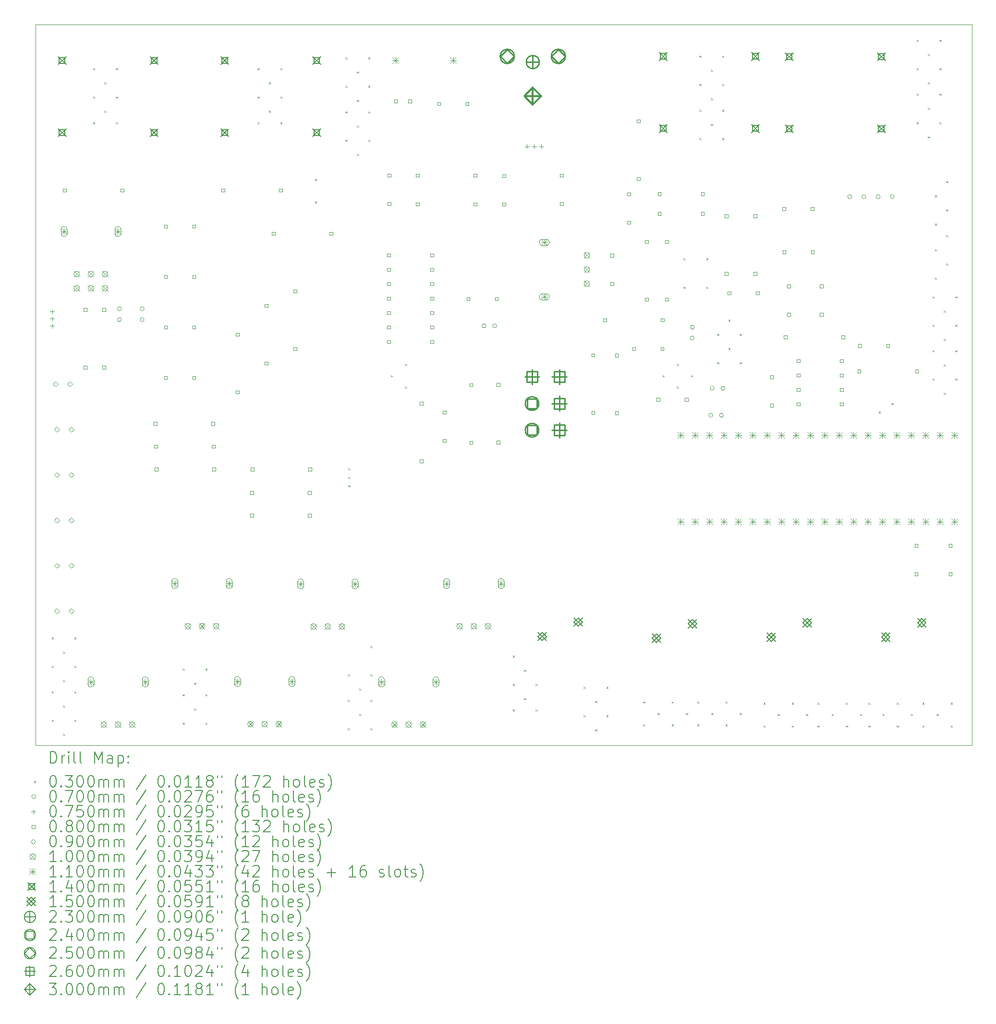
<source format=gbr>
%TF.GenerationSoftware,KiCad,Pcbnew,8.0.7*%
%TF.CreationDate,2025-01-13T21:04:36-08:00*%
%TF.ProjectId,Ouroboros,4f75726f-626f-4726-9f73-2e6b69636164,rev?*%
%TF.SameCoordinates,Original*%
%TF.FileFunction,Drillmap*%
%TF.FilePolarity,Positive*%
%FSLAX45Y45*%
G04 Gerber Fmt 4.5, Leading zero omitted, Abs format (unit mm)*
G04 Created by KiCad (PCBNEW 8.0.7) date 2025-01-13 21:04:36*
%MOMM*%
%LPD*%
G01*
G04 APERTURE LIST*
%ADD10C,0.050000*%
%ADD11C,0.200000*%
%ADD12C,0.100000*%
%ADD13C,0.110000*%
%ADD14C,0.140000*%
%ADD15C,0.150000*%
%ADD16C,0.230000*%
%ADD17C,0.240000*%
%ADD18C,0.250000*%
%ADD19C,0.260000*%
%ADD20C,0.300000*%
G04 APERTURE END LIST*
D10*
X45085000Y-24765000D02*
X28575000Y-24765000D01*
X45085000Y-12065000D02*
X45085000Y-24765000D01*
X28575000Y-24765000D02*
X28575000Y-12065000D01*
X28575000Y-12065000D02*
X45085000Y-12065000D01*
D11*
D12*
X28855000Y-22865000D02*
X28885000Y-22895000D01*
X28885000Y-22865000D02*
X28855000Y-22895000D01*
X28855000Y-23365000D02*
X28885000Y-23395000D01*
X28885000Y-23365000D02*
X28855000Y-23395000D01*
X28855000Y-23815000D02*
X28885000Y-23845000D01*
X28885000Y-23815000D02*
X28855000Y-23845000D01*
X28855000Y-24315000D02*
X28885000Y-24345000D01*
X28885000Y-24315000D02*
X28855000Y-24345000D01*
X29055000Y-23115000D02*
X29085000Y-23145000D01*
X29085000Y-23115000D02*
X29055000Y-23145000D01*
X29055000Y-23615000D02*
X29085000Y-23645000D01*
X29085000Y-23615000D02*
X29055000Y-23645000D01*
X29055000Y-24065000D02*
X29085000Y-24095000D01*
X29085000Y-24065000D02*
X29055000Y-24095000D01*
X29055000Y-24565000D02*
X29085000Y-24595000D01*
X29085000Y-24565000D02*
X29055000Y-24595000D01*
X29255000Y-22865000D02*
X29285000Y-22895000D01*
X29285000Y-22865000D02*
X29255000Y-22895000D01*
X29255000Y-23365000D02*
X29285000Y-23395000D01*
X29285000Y-23365000D02*
X29255000Y-23395000D01*
X29255000Y-23815000D02*
X29285000Y-23845000D01*
X29285000Y-23815000D02*
X29255000Y-23845000D01*
X29255000Y-24315000D02*
X29285000Y-24345000D01*
X29285000Y-24315000D02*
X29255000Y-24345000D01*
X29585000Y-12835000D02*
X29615000Y-12865000D01*
X29615000Y-12835000D02*
X29585000Y-12865000D01*
X29585000Y-13335000D02*
X29615000Y-13365000D01*
X29615000Y-13335000D02*
X29585000Y-13365000D01*
X29585000Y-13785000D02*
X29615000Y-13815000D01*
X29615000Y-13785000D02*
X29585000Y-13815000D01*
X29785000Y-13085000D02*
X29815000Y-13115000D01*
X29815000Y-13085000D02*
X29785000Y-13115000D01*
X29785000Y-13585000D02*
X29815000Y-13615000D01*
X29815000Y-13585000D02*
X29785000Y-13615000D01*
X29985000Y-12835000D02*
X30015000Y-12865000D01*
X30015000Y-12835000D02*
X29985000Y-12865000D01*
X29985000Y-13335000D02*
X30015000Y-13365000D01*
X30015000Y-13335000D02*
X29985000Y-13365000D01*
X29985000Y-13785000D02*
X30015000Y-13815000D01*
X30015000Y-13785000D02*
X29985000Y-13815000D01*
X31165000Y-23415000D02*
X31195000Y-23445000D01*
X31195000Y-23415000D02*
X31165000Y-23445000D01*
X31165000Y-23865000D02*
X31195000Y-23895000D01*
X31195000Y-23865000D02*
X31165000Y-23895000D01*
X31165000Y-24365000D02*
X31195000Y-24395000D01*
X31195000Y-24365000D02*
X31165000Y-24395000D01*
X31365000Y-23665000D02*
X31395000Y-23695000D01*
X31395000Y-23665000D02*
X31365000Y-23695000D01*
X31365000Y-24115000D02*
X31395000Y-24145000D01*
X31395000Y-24115000D02*
X31365000Y-24145000D01*
X31565000Y-23415000D02*
X31595000Y-23445000D01*
X31595000Y-23415000D02*
X31565000Y-23445000D01*
X31565000Y-23865000D02*
X31595000Y-23895000D01*
X31595000Y-23865000D02*
X31565000Y-23895000D01*
X31565000Y-24365000D02*
X31595000Y-24395000D01*
X31595000Y-24365000D02*
X31565000Y-24395000D01*
X32485000Y-12835000D02*
X32515000Y-12865000D01*
X32515000Y-12835000D02*
X32485000Y-12865000D01*
X32485000Y-13335000D02*
X32515000Y-13365000D01*
X32515000Y-13335000D02*
X32485000Y-13365000D01*
X32485000Y-13785000D02*
X32515000Y-13815000D01*
X32515000Y-13785000D02*
X32485000Y-13815000D01*
X32685000Y-13085000D02*
X32715000Y-13115000D01*
X32715000Y-13085000D02*
X32685000Y-13115000D01*
X32685000Y-13585000D02*
X32715000Y-13615000D01*
X32715000Y-13585000D02*
X32685000Y-13615000D01*
X32885000Y-12835000D02*
X32915000Y-12865000D01*
X32915000Y-12835000D02*
X32885000Y-12865000D01*
X32885000Y-13335000D02*
X32915000Y-13365000D01*
X32915000Y-13335000D02*
X32885000Y-13365000D01*
X32885000Y-13785000D02*
X32915000Y-13815000D01*
X32915000Y-13785000D02*
X32885000Y-13815000D01*
X33495000Y-14785000D02*
X33525000Y-14815000D01*
X33525000Y-14785000D02*
X33495000Y-14815000D01*
X33495000Y-15185000D02*
X33525000Y-15215000D01*
X33525000Y-15185000D02*
X33495000Y-15215000D01*
X34035000Y-12645000D02*
X34065000Y-12675000D01*
X34065000Y-12645000D02*
X34035000Y-12675000D01*
X34035000Y-13145000D02*
X34065000Y-13175000D01*
X34065000Y-13145000D02*
X34035000Y-13175000D01*
X34035000Y-13595000D02*
X34065000Y-13625000D01*
X34065000Y-13595000D02*
X34035000Y-13625000D01*
X34035000Y-14095000D02*
X34065000Y-14125000D01*
X34065000Y-14095000D02*
X34035000Y-14125000D01*
X34075000Y-23515000D02*
X34105000Y-23545000D01*
X34105000Y-23515000D02*
X34075000Y-23545000D01*
X34075000Y-23965000D02*
X34105000Y-23995000D01*
X34105000Y-23965000D02*
X34075000Y-23995000D01*
X34075000Y-24465000D02*
X34105000Y-24495000D01*
X34105000Y-24465000D02*
X34075000Y-24495000D01*
X34085000Y-19885000D02*
X34115000Y-19915000D01*
X34115000Y-19885000D02*
X34085000Y-19915000D01*
X34085000Y-20035000D02*
X34115000Y-20065000D01*
X34115000Y-20035000D02*
X34085000Y-20065000D01*
X34085000Y-20185000D02*
X34115000Y-20215000D01*
X34115000Y-20185000D02*
X34085000Y-20215000D01*
X34235000Y-12895000D02*
X34265000Y-12925000D01*
X34265000Y-12895000D02*
X34235000Y-12925000D01*
X34235000Y-13395000D02*
X34265000Y-13425000D01*
X34265000Y-13395000D02*
X34235000Y-13425000D01*
X34235000Y-13845000D02*
X34265000Y-13875000D01*
X34265000Y-13845000D02*
X34235000Y-13875000D01*
X34235000Y-14345000D02*
X34265000Y-14375000D01*
X34265000Y-14345000D02*
X34235000Y-14375000D01*
X34275000Y-23765000D02*
X34305000Y-23795000D01*
X34305000Y-23765000D02*
X34275000Y-23795000D01*
X34275000Y-24215000D02*
X34305000Y-24245000D01*
X34305000Y-24215000D02*
X34275000Y-24245000D01*
X34435000Y-12645000D02*
X34465000Y-12675000D01*
X34465000Y-12645000D02*
X34435000Y-12675000D01*
X34435000Y-13145000D02*
X34465000Y-13175000D01*
X34465000Y-13145000D02*
X34435000Y-13175000D01*
X34435000Y-13595000D02*
X34465000Y-13625000D01*
X34465000Y-13595000D02*
X34435000Y-13625000D01*
X34435000Y-14095000D02*
X34465000Y-14125000D01*
X34465000Y-14095000D02*
X34435000Y-14125000D01*
X34475000Y-23015000D02*
X34505000Y-23045000D01*
X34505000Y-23015000D02*
X34475000Y-23045000D01*
X34475000Y-23515000D02*
X34505000Y-23545000D01*
X34505000Y-23515000D02*
X34475000Y-23545000D01*
X34475000Y-23965000D02*
X34505000Y-23995000D01*
X34505000Y-23965000D02*
X34475000Y-23995000D01*
X34475000Y-24465000D02*
X34505000Y-24495000D01*
X34505000Y-24465000D02*
X34475000Y-24495000D01*
X34835000Y-18245000D02*
X34865000Y-18275000D01*
X34865000Y-18245000D02*
X34835000Y-18275000D01*
X35085000Y-18045000D02*
X35115000Y-18075000D01*
X35115000Y-18045000D02*
X35085000Y-18075000D01*
X35085000Y-18445000D02*
X35115000Y-18475000D01*
X35115000Y-18445000D02*
X35085000Y-18475000D01*
X36985000Y-23185000D02*
X37015000Y-23215000D01*
X37015000Y-23185000D02*
X36985000Y-23215000D01*
X36985000Y-23685000D02*
X37015000Y-23715000D01*
X37015000Y-23685000D02*
X36985000Y-23715000D01*
X36985000Y-24135000D02*
X37015000Y-24165000D01*
X37015000Y-24135000D02*
X36985000Y-24165000D01*
X37185000Y-23435000D02*
X37215000Y-23465000D01*
X37215000Y-23435000D02*
X37185000Y-23465000D01*
X37185000Y-23935000D02*
X37215000Y-23965000D01*
X37215000Y-23935000D02*
X37185000Y-23965000D01*
X37385000Y-23685000D02*
X37415000Y-23715000D01*
X37415000Y-23685000D02*
X37385000Y-23715000D01*
X37385000Y-24135000D02*
X37415000Y-24165000D01*
X37415000Y-24135000D02*
X37385000Y-24165000D01*
X38235000Y-23735000D02*
X38265000Y-23765000D01*
X38265000Y-23735000D02*
X38235000Y-23765000D01*
X38235000Y-24235000D02*
X38265000Y-24265000D01*
X38265000Y-24235000D02*
X38235000Y-24265000D01*
X38435000Y-23985000D02*
X38465000Y-24015000D01*
X38465000Y-23985000D02*
X38435000Y-24015000D01*
X38435000Y-24485000D02*
X38465000Y-24515000D01*
X38465000Y-24485000D02*
X38435000Y-24515000D01*
X38635000Y-23735000D02*
X38665000Y-23765000D01*
X38665000Y-23735000D02*
X38635000Y-23765000D01*
X38635000Y-24235000D02*
X38665000Y-24265000D01*
X38665000Y-24235000D02*
X38635000Y-24265000D01*
X39285000Y-23995000D02*
X39315000Y-24025000D01*
X39315000Y-23995000D02*
X39285000Y-24025000D01*
X39285000Y-24395000D02*
X39315000Y-24425000D01*
X39315000Y-24395000D02*
X39285000Y-24425000D01*
X39535000Y-24195000D02*
X39565000Y-24225000D01*
X39565000Y-24195000D02*
X39535000Y-24225000D01*
X39625000Y-18245000D02*
X39655000Y-18275000D01*
X39655000Y-18245000D02*
X39625000Y-18275000D01*
X39785000Y-23995000D02*
X39815000Y-24025000D01*
X39815000Y-23995000D02*
X39785000Y-24025000D01*
X39785000Y-24395000D02*
X39815000Y-24425000D01*
X39815000Y-24395000D02*
X39785000Y-24425000D01*
X39875000Y-18045000D02*
X39905000Y-18075000D01*
X39905000Y-18045000D02*
X39875000Y-18075000D01*
X39875000Y-18445000D02*
X39905000Y-18475000D01*
X39905000Y-18445000D02*
X39875000Y-18475000D01*
X39995000Y-16185000D02*
X40025000Y-16215000D01*
X40025000Y-16185000D02*
X39995000Y-16215000D01*
X39995000Y-16685000D02*
X40025000Y-16715000D01*
X40025000Y-16685000D02*
X39995000Y-16715000D01*
X40035000Y-24195000D02*
X40065000Y-24225000D01*
X40065000Y-24195000D02*
X40035000Y-24225000D01*
X40125000Y-18245000D02*
X40155000Y-18275000D01*
X40155000Y-18245000D02*
X40125000Y-18275000D01*
X40235000Y-23995000D02*
X40265000Y-24025000D01*
X40265000Y-23995000D02*
X40235000Y-24025000D01*
X40235000Y-24395000D02*
X40265000Y-24425000D01*
X40265000Y-24395000D02*
X40235000Y-24425000D01*
X40275000Y-12615000D02*
X40305000Y-12645000D01*
X40305000Y-12615000D02*
X40275000Y-12645000D01*
X40275000Y-13115000D02*
X40305000Y-13145000D01*
X40305000Y-13115000D02*
X40275000Y-13145000D01*
X40275000Y-13565000D02*
X40305000Y-13595000D01*
X40305000Y-13565000D02*
X40275000Y-13595000D01*
X40275000Y-14065000D02*
X40305000Y-14095000D01*
X40305000Y-14065000D02*
X40275000Y-14095000D01*
X40395000Y-16185000D02*
X40425000Y-16215000D01*
X40425000Y-16185000D02*
X40395000Y-16215000D01*
X40395000Y-16685000D02*
X40425000Y-16715000D01*
X40425000Y-16685000D02*
X40395000Y-16715000D01*
X40475000Y-12865000D02*
X40505000Y-12895000D01*
X40505000Y-12865000D02*
X40475000Y-12895000D01*
X40475000Y-13365000D02*
X40505000Y-13395000D01*
X40505000Y-13365000D02*
X40475000Y-13395000D01*
X40475000Y-13815000D02*
X40505000Y-13845000D01*
X40505000Y-13815000D02*
X40475000Y-13845000D01*
X40485000Y-24195000D02*
X40515000Y-24225000D01*
X40515000Y-24195000D02*
X40485000Y-24225000D01*
X40585000Y-17515000D02*
X40615000Y-17545000D01*
X40615000Y-17515000D02*
X40585000Y-17545000D01*
X40585000Y-18015000D02*
X40615000Y-18045000D01*
X40615000Y-18015000D02*
X40585000Y-18045000D01*
X40675000Y-12615000D02*
X40705000Y-12645000D01*
X40705000Y-12615000D02*
X40675000Y-12645000D01*
X40675000Y-13115000D02*
X40705000Y-13145000D01*
X40705000Y-13115000D02*
X40675000Y-13145000D01*
X40675000Y-13565000D02*
X40705000Y-13595000D01*
X40705000Y-13565000D02*
X40675000Y-13595000D01*
X40675000Y-14065000D02*
X40705000Y-14095000D01*
X40705000Y-14065000D02*
X40675000Y-14095000D01*
X40735000Y-23995000D02*
X40765000Y-24025000D01*
X40765000Y-23995000D02*
X40735000Y-24025000D01*
X40735000Y-24395000D02*
X40765000Y-24425000D01*
X40765000Y-24395000D02*
X40735000Y-24425000D01*
X40785000Y-17265000D02*
X40815000Y-17295000D01*
X40815000Y-17265000D02*
X40785000Y-17295000D01*
X40785000Y-17765000D02*
X40815000Y-17795000D01*
X40815000Y-17765000D02*
X40785000Y-17795000D01*
X40985000Y-17515000D02*
X41015000Y-17545000D01*
X41015000Y-17515000D02*
X40985000Y-17545000D01*
X40985000Y-18015000D02*
X41015000Y-18045000D01*
X41015000Y-18015000D02*
X40985000Y-18045000D01*
X40985000Y-24195000D02*
X41015000Y-24225000D01*
X41015000Y-24195000D02*
X40985000Y-24225000D01*
X41405000Y-24015000D02*
X41435000Y-24045000D01*
X41435000Y-24015000D02*
X41405000Y-24045000D01*
X41405000Y-24415000D02*
X41435000Y-24445000D01*
X41435000Y-24415000D02*
X41405000Y-24445000D01*
X41655000Y-24215000D02*
X41685000Y-24245000D01*
X41685000Y-24215000D02*
X41655000Y-24245000D01*
X41905000Y-24015000D02*
X41935000Y-24045000D01*
X41935000Y-24015000D02*
X41905000Y-24045000D01*
X41905000Y-24415000D02*
X41935000Y-24445000D01*
X41935000Y-24415000D02*
X41905000Y-24445000D01*
X42155000Y-24215000D02*
X42185000Y-24245000D01*
X42185000Y-24215000D02*
X42155000Y-24245000D01*
X42355000Y-24015000D02*
X42385000Y-24045000D01*
X42385000Y-24015000D02*
X42355000Y-24045000D01*
X42355000Y-24415000D02*
X42385000Y-24445000D01*
X42385000Y-24415000D02*
X42355000Y-24445000D01*
X42605000Y-24215000D02*
X42635000Y-24245000D01*
X42635000Y-24215000D02*
X42605000Y-24245000D01*
X42855000Y-24015000D02*
X42885000Y-24045000D01*
X42885000Y-24015000D02*
X42855000Y-24045000D01*
X42855000Y-24415000D02*
X42885000Y-24445000D01*
X42885000Y-24415000D02*
X42855000Y-24445000D01*
X43105000Y-24215000D02*
X43135000Y-24245000D01*
X43135000Y-24215000D02*
X43105000Y-24245000D01*
X43255000Y-24015000D02*
X43285000Y-24045000D01*
X43285000Y-24015000D02*
X43255000Y-24045000D01*
X43255000Y-24415000D02*
X43285000Y-24445000D01*
X43285000Y-24415000D02*
X43255000Y-24445000D01*
X43435000Y-18885000D02*
X43465000Y-18915000D01*
X43465000Y-18885000D02*
X43435000Y-18915000D01*
X43505000Y-24215000D02*
X43535000Y-24245000D01*
X43535000Y-24215000D02*
X43505000Y-24245000D01*
X43660000Y-18735000D02*
X43690000Y-18765000D01*
X43690000Y-18735000D02*
X43660000Y-18765000D01*
X43755000Y-24015000D02*
X43785000Y-24045000D01*
X43785000Y-24015000D02*
X43755000Y-24045000D01*
X43755000Y-24415000D02*
X43785000Y-24445000D01*
X43785000Y-24415000D02*
X43755000Y-24445000D01*
X44005000Y-24215000D02*
X44035000Y-24245000D01*
X44035000Y-24215000D02*
X44005000Y-24245000D01*
X44105000Y-12335000D02*
X44135000Y-12365000D01*
X44135000Y-12335000D02*
X44105000Y-12365000D01*
X44105000Y-12835000D02*
X44135000Y-12865000D01*
X44135000Y-12835000D02*
X44105000Y-12865000D01*
X44105000Y-13285000D02*
X44135000Y-13315000D01*
X44135000Y-13285000D02*
X44105000Y-13315000D01*
X44105000Y-13785000D02*
X44135000Y-13815000D01*
X44135000Y-13785000D02*
X44105000Y-13815000D01*
X44205000Y-24015000D02*
X44235000Y-24045000D01*
X44235000Y-24015000D02*
X44205000Y-24045000D01*
X44205000Y-24415000D02*
X44235000Y-24445000D01*
X44235000Y-24415000D02*
X44205000Y-24445000D01*
X44305000Y-12585000D02*
X44335000Y-12615000D01*
X44335000Y-12585000D02*
X44305000Y-12615000D01*
X44305000Y-13085000D02*
X44335000Y-13115000D01*
X44335000Y-13085000D02*
X44305000Y-13115000D01*
X44305000Y-13535000D02*
X44335000Y-13565000D01*
X44335000Y-13535000D02*
X44305000Y-13565000D01*
X44305000Y-14035000D02*
X44335000Y-14065000D01*
X44335000Y-14035000D02*
X44305000Y-14065000D01*
X44385000Y-16855000D02*
X44415000Y-16885000D01*
X44415000Y-16855000D02*
X44385000Y-16885000D01*
X44385000Y-17355000D02*
X44415000Y-17385000D01*
X44415000Y-17355000D02*
X44385000Y-17385000D01*
X44385000Y-17805000D02*
X44415000Y-17835000D01*
X44415000Y-17805000D02*
X44385000Y-17835000D01*
X44385000Y-18305000D02*
X44415000Y-18335000D01*
X44415000Y-18305000D02*
X44385000Y-18335000D01*
X44425000Y-15075000D02*
X44455000Y-15105000D01*
X44455000Y-15075000D02*
X44425000Y-15105000D01*
X44425000Y-15575000D02*
X44455000Y-15605000D01*
X44455000Y-15575000D02*
X44425000Y-15605000D01*
X44425000Y-16025000D02*
X44455000Y-16055000D01*
X44455000Y-16025000D02*
X44425000Y-16055000D01*
X44425000Y-16525000D02*
X44455000Y-16555000D01*
X44455000Y-16525000D02*
X44425000Y-16555000D01*
X44455000Y-24215000D02*
X44485000Y-24245000D01*
X44485000Y-24215000D02*
X44455000Y-24245000D01*
X44505000Y-12335000D02*
X44535000Y-12365000D01*
X44535000Y-12335000D02*
X44505000Y-12365000D01*
X44505000Y-12835000D02*
X44535000Y-12865000D01*
X44535000Y-12835000D02*
X44505000Y-12865000D01*
X44505000Y-13285000D02*
X44535000Y-13315000D01*
X44535000Y-13285000D02*
X44505000Y-13315000D01*
X44505000Y-13785000D02*
X44535000Y-13815000D01*
X44535000Y-13785000D02*
X44505000Y-13815000D01*
X44585000Y-17105000D02*
X44615000Y-17135000D01*
X44615000Y-17105000D02*
X44585000Y-17135000D01*
X44585000Y-17605000D02*
X44615000Y-17635000D01*
X44615000Y-17605000D02*
X44585000Y-17635000D01*
X44585000Y-18055000D02*
X44615000Y-18085000D01*
X44615000Y-18055000D02*
X44585000Y-18085000D01*
X44585000Y-18555000D02*
X44615000Y-18585000D01*
X44615000Y-18555000D02*
X44585000Y-18585000D01*
X44625000Y-14825000D02*
X44655000Y-14855000D01*
X44655000Y-14825000D02*
X44625000Y-14855000D01*
X44625000Y-15325000D02*
X44655000Y-15355000D01*
X44655000Y-15325000D02*
X44625000Y-15355000D01*
X44625000Y-15775000D02*
X44655000Y-15805000D01*
X44655000Y-15775000D02*
X44625000Y-15805000D01*
X44625000Y-16275000D02*
X44655000Y-16305000D01*
X44655000Y-16275000D02*
X44625000Y-16305000D01*
X44705000Y-24015000D02*
X44735000Y-24045000D01*
X44735000Y-24015000D02*
X44705000Y-24045000D01*
X44705000Y-24415000D02*
X44735000Y-24445000D01*
X44735000Y-24415000D02*
X44705000Y-24445000D01*
X44785000Y-16855000D02*
X44815000Y-16885000D01*
X44815000Y-16855000D02*
X44785000Y-16885000D01*
X44785000Y-17355000D02*
X44815000Y-17385000D01*
X44815000Y-17355000D02*
X44785000Y-17385000D01*
X44785000Y-17805000D02*
X44815000Y-17835000D01*
X44815000Y-17805000D02*
X44785000Y-17835000D01*
X44785000Y-18305000D02*
X44815000Y-18335000D01*
X44815000Y-18305000D02*
X44785000Y-18335000D01*
X30085000Y-17075500D02*
G75*
G02*
X30015000Y-17075500I-35000J0D01*
G01*
X30015000Y-17075500D02*
G75*
G02*
X30085000Y-17075500I35000J0D01*
G01*
X30085000Y-17265500D02*
G75*
G02*
X30015000Y-17265500I-35000J0D01*
G01*
X30015000Y-17265500D02*
G75*
G02*
X30085000Y-17265500I35000J0D01*
G01*
X30485000Y-17075500D02*
G75*
G02*
X30415000Y-17075500I-35000J0D01*
G01*
X30415000Y-17075500D02*
G75*
G02*
X30485000Y-17075500I35000J0D01*
G01*
X30485000Y-17265500D02*
G75*
G02*
X30415000Y-17265500I-35000J0D01*
G01*
X30415000Y-17265500D02*
G75*
G02*
X30485000Y-17265500I35000J0D01*
G01*
X36510000Y-17375000D02*
G75*
G02*
X36440000Y-17375000I-35000J0D01*
G01*
X36440000Y-17375000D02*
G75*
G02*
X36510000Y-17375000I35000J0D01*
G01*
X36700000Y-17375000D02*
G75*
G02*
X36630000Y-17375000I-35000J0D01*
G01*
X36630000Y-17375000D02*
G75*
G02*
X36700000Y-17375000I35000J0D01*
G01*
X40185000Y-17400000D02*
G75*
G02*
X40115000Y-17400000I-35000J0D01*
G01*
X40115000Y-17400000D02*
G75*
G02*
X40185000Y-17400000I35000J0D01*
G01*
X40185000Y-17590000D02*
G75*
G02*
X40115000Y-17590000I-35000J0D01*
G01*
X40115000Y-17590000D02*
G75*
G02*
X40185000Y-17590000I35000J0D01*
G01*
X40510000Y-18950000D02*
G75*
G02*
X40440000Y-18950000I-35000J0D01*
G01*
X40440000Y-18950000D02*
G75*
G02*
X40510000Y-18950000I35000J0D01*
G01*
X40535500Y-18475000D02*
G75*
G02*
X40465500Y-18475000I-35000J0D01*
G01*
X40465500Y-18475000D02*
G75*
G02*
X40535500Y-18475000I35000J0D01*
G01*
X40700000Y-18950000D02*
G75*
G02*
X40630000Y-18950000I-35000J0D01*
G01*
X40630000Y-18950000D02*
G75*
G02*
X40700000Y-18950000I35000J0D01*
G01*
X40725500Y-18475000D02*
G75*
G02*
X40655500Y-18475000I-35000J0D01*
G01*
X40655500Y-18475000D02*
G75*
G02*
X40725500Y-18475000I35000J0D01*
G01*
X42960000Y-15100000D02*
G75*
G02*
X42890000Y-15100000I-35000J0D01*
G01*
X42890000Y-15100000D02*
G75*
G02*
X42960000Y-15100000I35000J0D01*
G01*
X43210000Y-15100000D02*
G75*
G02*
X43140000Y-15100000I-35000J0D01*
G01*
X43140000Y-15100000D02*
G75*
G02*
X43210000Y-15100000I35000J0D01*
G01*
X43460000Y-15100000D02*
G75*
G02*
X43390000Y-15100000I-35000J0D01*
G01*
X43390000Y-15100000D02*
G75*
G02*
X43460000Y-15100000I35000J0D01*
G01*
X43710000Y-15100000D02*
G75*
G02*
X43640000Y-15100000I-35000J0D01*
G01*
X43640000Y-15100000D02*
G75*
G02*
X43710000Y-15100000I35000J0D01*
G01*
X28864000Y-17085500D02*
X28864000Y-17160500D01*
X28826500Y-17123000D02*
X28901500Y-17123000D01*
X28864000Y-17212500D02*
X28864000Y-17287500D01*
X28826500Y-17250000D02*
X28901500Y-17250000D01*
X28864000Y-17339500D02*
X28864000Y-17414500D01*
X28826500Y-17377000D02*
X28901500Y-17377000D01*
X37234500Y-14178500D02*
X37234500Y-14253500D01*
X37197000Y-14216000D02*
X37272000Y-14216000D01*
X37361500Y-14178500D02*
X37361500Y-14253500D01*
X37324000Y-14216000D02*
X37399000Y-14216000D01*
X37488500Y-14178500D02*
X37488500Y-14253500D01*
X37451000Y-14216000D02*
X37526000Y-14216000D01*
X29111284Y-15014284D02*
X29111284Y-14957715D01*
X29054715Y-14957715D01*
X29054715Y-15014284D01*
X29111284Y-15014284D01*
X29478284Y-17120285D02*
X29478284Y-17063716D01*
X29421715Y-17063716D01*
X29421715Y-17120285D01*
X29478284Y-17120285D01*
X29478284Y-18136285D02*
X29478284Y-18079716D01*
X29421715Y-18079716D01*
X29421715Y-18136285D01*
X29478284Y-18136285D01*
X29803284Y-17120285D02*
X29803284Y-17063716D01*
X29746715Y-17063716D01*
X29746715Y-17120285D01*
X29803284Y-17120285D01*
X29803284Y-18136285D02*
X29803284Y-18079716D01*
X29746715Y-18079716D01*
X29746715Y-18136285D01*
X29803284Y-18136285D01*
X30127284Y-15014284D02*
X30127284Y-14957715D01*
X30070715Y-14957715D01*
X30070715Y-15014284D01*
X30127284Y-15014284D01*
X30712284Y-19128285D02*
X30712284Y-19071716D01*
X30655715Y-19071716D01*
X30655715Y-19128285D01*
X30712284Y-19128285D01*
X30720284Y-19528285D02*
X30720284Y-19471716D01*
X30663715Y-19471716D01*
X30663715Y-19528285D01*
X30720284Y-19528285D01*
X30728284Y-19928285D02*
X30728284Y-19871716D01*
X30671715Y-19871716D01*
X30671715Y-19928285D01*
X30728284Y-19928285D01*
X30893284Y-15649284D02*
X30893284Y-15592715D01*
X30836715Y-15592715D01*
X30836715Y-15649284D01*
X30893284Y-15649284D01*
X30893284Y-16538284D02*
X30893284Y-16481715D01*
X30836715Y-16481715D01*
X30836715Y-16538284D01*
X30893284Y-16538284D01*
X30893284Y-17427285D02*
X30893284Y-17370716D01*
X30836715Y-17370716D01*
X30836715Y-17427285D01*
X30893284Y-17427285D01*
X30893284Y-18316285D02*
X30893284Y-18259716D01*
X30836715Y-18259716D01*
X30836715Y-18316285D01*
X30893284Y-18316285D01*
X31393284Y-15649284D02*
X31393284Y-15592715D01*
X31336715Y-15592715D01*
X31336715Y-15649284D01*
X31393284Y-15649284D01*
X31393284Y-16538284D02*
X31393284Y-16481715D01*
X31336715Y-16481715D01*
X31336715Y-16538284D01*
X31393284Y-16538284D01*
X31393284Y-17427285D02*
X31393284Y-17370716D01*
X31336715Y-17370716D01*
X31336715Y-17427285D01*
X31393284Y-17427285D01*
X31393284Y-18316285D02*
X31393284Y-18259716D01*
X31336715Y-18259716D01*
X31336715Y-18316285D01*
X31393284Y-18316285D01*
X31728284Y-19128285D02*
X31728284Y-19071716D01*
X31671715Y-19071716D01*
X31671715Y-19128285D01*
X31728284Y-19128285D01*
X31736284Y-19528285D02*
X31736284Y-19471716D01*
X31679715Y-19471716D01*
X31679715Y-19528285D01*
X31736284Y-19528285D01*
X31744284Y-19928285D02*
X31744284Y-19871716D01*
X31687715Y-19871716D01*
X31687715Y-19928285D01*
X31744284Y-19928285D01*
X31905284Y-15014284D02*
X31905284Y-14957715D01*
X31848715Y-14957715D01*
X31848715Y-15014284D01*
X31905284Y-15014284D01*
X32159284Y-17554285D02*
X32159284Y-17497716D01*
X32102715Y-17497716D01*
X32102715Y-17554285D01*
X32159284Y-17554285D01*
X32159284Y-18570285D02*
X32159284Y-18513716D01*
X32102715Y-18513716D01*
X32102715Y-18570285D01*
X32159284Y-18570285D01*
X32412284Y-20343285D02*
X32412284Y-20286716D01*
X32355715Y-20286716D01*
X32355715Y-20343285D01*
X32412284Y-20343285D01*
X32412284Y-20743285D02*
X32412284Y-20686716D01*
X32355715Y-20686716D01*
X32355715Y-20743285D01*
X32412284Y-20743285D01*
X32420284Y-19928285D02*
X32420284Y-19871716D01*
X32363715Y-19871716D01*
X32363715Y-19928285D01*
X32420284Y-19928285D01*
X32667284Y-17046285D02*
X32667284Y-16989716D01*
X32610715Y-16989716D01*
X32610715Y-17046285D01*
X32667284Y-17046285D01*
X32667284Y-18062285D02*
X32667284Y-18005716D01*
X32610715Y-18005716D01*
X32610715Y-18062285D01*
X32667284Y-18062285D01*
X32794284Y-15776284D02*
X32794284Y-15719715D01*
X32737715Y-15719715D01*
X32737715Y-15776284D01*
X32794284Y-15776284D01*
X32921284Y-15014284D02*
X32921284Y-14957715D01*
X32864715Y-14957715D01*
X32864715Y-15014284D01*
X32921284Y-15014284D01*
X33175284Y-16792285D02*
X33175284Y-16735715D01*
X33118715Y-16735715D01*
X33118715Y-16792285D01*
X33175284Y-16792285D01*
X33175284Y-17808285D02*
X33175284Y-17751716D01*
X33118715Y-17751716D01*
X33118715Y-17808285D01*
X33175284Y-17808285D01*
X33428284Y-20343285D02*
X33428284Y-20286716D01*
X33371715Y-20286716D01*
X33371715Y-20343285D01*
X33428284Y-20343285D01*
X33428284Y-20743285D02*
X33428284Y-20686716D01*
X33371715Y-20686716D01*
X33371715Y-20743285D01*
X33428284Y-20743285D01*
X33436284Y-19928285D02*
X33436284Y-19871716D01*
X33379715Y-19871716D01*
X33379715Y-19928285D01*
X33436284Y-19928285D01*
X33810285Y-15776284D02*
X33810285Y-15719715D01*
X33753716Y-15719715D01*
X33753716Y-15776284D01*
X33810285Y-15776284D01*
X34826285Y-16157284D02*
X34826285Y-16100715D01*
X34769716Y-16100715D01*
X34769716Y-16157284D01*
X34826285Y-16157284D01*
X34826285Y-16411284D02*
X34826285Y-16354715D01*
X34769716Y-16354715D01*
X34769716Y-16411284D01*
X34826285Y-16411284D01*
X34826285Y-16665284D02*
X34826285Y-16608715D01*
X34769716Y-16608715D01*
X34769716Y-16665284D01*
X34826285Y-16665284D01*
X34826285Y-16919285D02*
X34826285Y-16862716D01*
X34769716Y-16862716D01*
X34769716Y-16919285D01*
X34826285Y-16919285D01*
X34826285Y-17173285D02*
X34826285Y-17116716D01*
X34769716Y-17116716D01*
X34769716Y-17173285D01*
X34826285Y-17173285D01*
X34826285Y-17427285D02*
X34826285Y-17370716D01*
X34769716Y-17370716D01*
X34769716Y-17427285D01*
X34826285Y-17427285D01*
X34826285Y-17681285D02*
X34826285Y-17624716D01*
X34769716Y-17624716D01*
X34769716Y-17681285D01*
X34826285Y-17681285D01*
X34837285Y-14752284D02*
X34837285Y-14695715D01*
X34780716Y-14695715D01*
X34780716Y-14752284D01*
X34837285Y-14752284D01*
X34837285Y-15252284D02*
X34837285Y-15195715D01*
X34780716Y-15195715D01*
X34780716Y-15252284D01*
X34837285Y-15252284D01*
X34948785Y-13445784D02*
X34948785Y-13389215D01*
X34892216Y-13389215D01*
X34892216Y-13445784D01*
X34948785Y-13445784D01*
X35198785Y-13445784D02*
X35198785Y-13389215D01*
X35142216Y-13389215D01*
X35142216Y-13445784D01*
X35198785Y-13445784D01*
X35334285Y-14752284D02*
X35334285Y-14695715D01*
X35277716Y-14695715D01*
X35277716Y-14752284D01*
X35334285Y-14752284D01*
X35334285Y-15260284D02*
X35334285Y-15203715D01*
X35277716Y-15203715D01*
X35277716Y-15260284D01*
X35334285Y-15260284D01*
X35403285Y-18770285D02*
X35403285Y-18713716D01*
X35346716Y-18713716D01*
X35346716Y-18770285D01*
X35403285Y-18770285D01*
X35403285Y-19786285D02*
X35403285Y-19729716D01*
X35346716Y-19729716D01*
X35346716Y-19786285D01*
X35403285Y-19786285D01*
X35588285Y-16157284D02*
X35588285Y-16100715D01*
X35531716Y-16100715D01*
X35531716Y-16157284D01*
X35588285Y-16157284D01*
X35588285Y-16411284D02*
X35588285Y-16354715D01*
X35531716Y-16354715D01*
X35531716Y-16411284D01*
X35588285Y-16411284D01*
X35588285Y-16665284D02*
X35588285Y-16608715D01*
X35531716Y-16608715D01*
X35531716Y-16665284D01*
X35588285Y-16665284D01*
X35588285Y-16919285D02*
X35588285Y-16862716D01*
X35531716Y-16862716D01*
X35531716Y-16919285D01*
X35588285Y-16919285D01*
X35588285Y-17173285D02*
X35588285Y-17116716D01*
X35531716Y-17116716D01*
X35531716Y-17173285D01*
X35588285Y-17173285D01*
X35588285Y-17427285D02*
X35588285Y-17370716D01*
X35531716Y-17370716D01*
X35531716Y-17427285D01*
X35588285Y-17427285D01*
X35588285Y-17681285D02*
X35588285Y-17624716D01*
X35531716Y-17624716D01*
X35531716Y-17681285D01*
X35588285Y-17681285D01*
X35710785Y-13490284D02*
X35710785Y-13433715D01*
X35654216Y-13433715D01*
X35654216Y-13490284D01*
X35710785Y-13490284D01*
X35810785Y-18926785D02*
X35810785Y-18870216D01*
X35754216Y-18870216D01*
X35754216Y-18926785D01*
X35810785Y-18926785D01*
X35810785Y-19426785D02*
X35810785Y-19370216D01*
X35754216Y-19370216D01*
X35754216Y-19426785D01*
X35810785Y-19426785D01*
X36210785Y-13490284D02*
X36210785Y-13433715D01*
X36154216Y-13433715D01*
X36154216Y-13490284D01*
X36210785Y-13490284D01*
X36227285Y-16928285D02*
X36227285Y-16871716D01*
X36170716Y-16871716D01*
X36170716Y-16928285D01*
X36227285Y-16928285D01*
X36278285Y-18445285D02*
X36278285Y-18388716D01*
X36221716Y-18388716D01*
X36221716Y-18445285D01*
X36278285Y-18445285D01*
X36278285Y-19461285D02*
X36278285Y-19404716D01*
X36221716Y-19404716D01*
X36221716Y-19461285D01*
X36278285Y-19461285D01*
X36350285Y-14752284D02*
X36350285Y-14695715D01*
X36293716Y-14695715D01*
X36293716Y-14752284D01*
X36350285Y-14752284D01*
X36350285Y-15260284D02*
X36350285Y-15203715D01*
X36293716Y-15203715D01*
X36293716Y-15260284D01*
X36350285Y-15260284D01*
X36727285Y-16928285D02*
X36727285Y-16871716D01*
X36670716Y-16871716D01*
X36670716Y-16928285D01*
X36727285Y-16928285D01*
X36755785Y-18441785D02*
X36755785Y-18385216D01*
X36699216Y-18385216D01*
X36699216Y-18441785D01*
X36755785Y-18441785D01*
X36755785Y-19457785D02*
X36755785Y-19401216D01*
X36699216Y-19401216D01*
X36699216Y-19457785D01*
X36755785Y-19457785D01*
X36858285Y-14760284D02*
X36858285Y-14703715D01*
X36801716Y-14703715D01*
X36801716Y-14760284D01*
X36858285Y-14760284D01*
X36858285Y-15260284D02*
X36858285Y-15203715D01*
X36801716Y-15203715D01*
X36801716Y-15260284D01*
X36858285Y-15260284D01*
X37874285Y-14752284D02*
X37874285Y-14695715D01*
X37817716Y-14695715D01*
X37817716Y-14752284D01*
X37874285Y-14752284D01*
X37874285Y-15252284D02*
X37874285Y-15195715D01*
X37817716Y-15195715D01*
X37817716Y-15252284D01*
X37874285Y-15252284D01*
X38428285Y-17920285D02*
X38428285Y-17863716D01*
X38371716Y-17863716D01*
X38371716Y-17920285D01*
X38428285Y-17920285D01*
X38428285Y-18936285D02*
X38428285Y-18879716D01*
X38371716Y-18879716D01*
X38371716Y-18936285D01*
X38428285Y-18936285D01*
X38636285Y-17300285D02*
X38636285Y-17243716D01*
X38579716Y-17243716D01*
X38579716Y-17300285D01*
X38636285Y-17300285D01*
X38763285Y-16161284D02*
X38763285Y-16104715D01*
X38706716Y-16104715D01*
X38706716Y-16161284D01*
X38763285Y-16161284D01*
X38763285Y-16661284D02*
X38763285Y-16604715D01*
X38706716Y-16604715D01*
X38706716Y-16661284D01*
X38763285Y-16661284D01*
X38843285Y-17923785D02*
X38843285Y-17867216D01*
X38786716Y-17867216D01*
X38786716Y-17923785D01*
X38843285Y-17923785D01*
X38843285Y-18939785D02*
X38843285Y-18883216D01*
X38786716Y-18883216D01*
X38786716Y-18939785D01*
X38843285Y-18939785D01*
X39062285Y-15082284D02*
X39062285Y-15025715D01*
X39005716Y-15025715D01*
X39005716Y-15082284D01*
X39062285Y-15082284D01*
X39062285Y-15582284D02*
X39062285Y-15525715D01*
X39005716Y-15525715D01*
X39005716Y-15582284D01*
X39062285Y-15582284D01*
X39148285Y-17808285D02*
X39148285Y-17751716D01*
X39091716Y-17751716D01*
X39091716Y-17808285D01*
X39148285Y-17808285D01*
X39228285Y-13795284D02*
X39228285Y-13738715D01*
X39171716Y-13738715D01*
X39171716Y-13795284D01*
X39228285Y-13795284D01*
X39228285Y-14811284D02*
X39228285Y-14754715D01*
X39171716Y-14754715D01*
X39171716Y-14811284D01*
X39228285Y-14811284D01*
X39373285Y-15920284D02*
X39373285Y-15863715D01*
X39316716Y-15863715D01*
X39316716Y-15920284D01*
X39373285Y-15920284D01*
X39373285Y-16936285D02*
X39373285Y-16879716D01*
X39316716Y-16879716D01*
X39316716Y-16936285D01*
X39373285Y-16936285D01*
X39578285Y-18703285D02*
X39578285Y-18646716D01*
X39521716Y-18646716D01*
X39521716Y-18703285D01*
X39578285Y-18703285D01*
X39597285Y-15078284D02*
X39597285Y-15021715D01*
X39540716Y-15021715D01*
X39540716Y-15078284D01*
X39597285Y-15078284D01*
X39597285Y-15428284D02*
X39597285Y-15371715D01*
X39540716Y-15371715D01*
X39540716Y-15428284D01*
X39597285Y-15428284D01*
X39648285Y-17808285D02*
X39648285Y-17751716D01*
X39591716Y-17751716D01*
X39591716Y-17808285D01*
X39648285Y-17808285D01*
X39652285Y-17300285D02*
X39652285Y-17243716D01*
X39595716Y-17243716D01*
X39595716Y-17300285D01*
X39652285Y-17300285D01*
X39728285Y-15920284D02*
X39728285Y-15863715D01*
X39671716Y-15863715D01*
X39671716Y-15920284D01*
X39728285Y-15920284D01*
X39728285Y-16936285D02*
X39728285Y-16879716D01*
X39671716Y-16879716D01*
X39671716Y-16936285D01*
X39728285Y-16936285D01*
X40078285Y-18703285D02*
X40078285Y-18646716D01*
X40021716Y-18646716D01*
X40021716Y-18703285D01*
X40078285Y-18703285D01*
X40359285Y-15078284D02*
X40359285Y-15021715D01*
X40302716Y-15021715D01*
X40302716Y-15078284D01*
X40359285Y-15078284D01*
X40359285Y-15428284D02*
X40359285Y-15371715D01*
X40302716Y-15371715D01*
X40302716Y-15428284D01*
X40359285Y-15428284D01*
X40778285Y-15470284D02*
X40778285Y-15413715D01*
X40721716Y-15413715D01*
X40721716Y-15470284D01*
X40778285Y-15470284D01*
X40778285Y-16486284D02*
X40778285Y-16429715D01*
X40721716Y-16429715D01*
X40721716Y-16486284D01*
X40778285Y-16486284D01*
X40828285Y-16828285D02*
X40828285Y-16771715D01*
X40771716Y-16771715D01*
X40771716Y-16828285D01*
X40828285Y-16828285D01*
X41286285Y-15470284D02*
X41286285Y-15413715D01*
X41229716Y-15413715D01*
X41229716Y-15470284D01*
X41286285Y-15470284D01*
X41286285Y-16486284D02*
X41286285Y-16429715D01*
X41229716Y-16429715D01*
X41229716Y-16486284D01*
X41286285Y-16486284D01*
X41328285Y-16828285D02*
X41328285Y-16771715D01*
X41271716Y-16771715D01*
X41271716Y-16828285D01*
X41328285Y-16828285D01*
X41578285Y-18303285D02*
X41578285Y-18246716D01*
X41521716Y-18246716D01*
X41521716Y-18303285D01*
X41578285Y-18303285D01*
X41578285Y-18803285D02*
X41578285Y-18746716D01*
X41521716Y-18746716D01*
X41521716Y-18803285D01*
X41578285Y-18803285D01*
X41794285Y-15343284D02*
X41794285Y-15286715D01*
X41737716Y-15286715D01*
X41737716Y-15343284D01*
X41794285Y-15343284D01*
X41798285Y-16105284D02*
X41798285Y-16048715D01*
X41741716Y-16048715D01*
X41741716Y-16105284D01*
X41798285Y-16105284D01*
X41820285Y-17603285D02*
X41820285Y-17546716D01*
X41763716Y-17546716D01*
X41763716Y-17603285D01*
X41820285Y-17603285D01*
X41878285Y-16703284D02*
X41878285Y-16646715D01*
X41821716Y-16646715D01*
X41821716Y-16703284D01*
X41878285Y-16703284D01*
X41878285Y-17203285D02*
X41878285Y-17146716D01*
X41821716Y-17146716D01*
X41821716Y-17203285D01*
X41878285Y-17203285D01*
X42046285Y-18021285D02*
X42046285Y-17964716D01*
X41989716Y-17964716D01*
X41989716Y-18021285D01*
X42046285Y-18021285D01*
X42046285Y-18275285D02*
X42046285Y-18218716D01*
X41989716Y-18218716D01*
X41989716Y-18275285D01*
X42046285Y-18275285D01*
X42046285Y-18529285D02*
X42046285Y-18472716D01*
X41989716Y-18472716D01*
X41989716Y-18529285D01*
X42046285Y-18529285D01*
X42046285Y-18783285D02*
X42046285Y-18726716D01*
X41989716Y-18726716D01*
X41989716Y-18783285D01*
X42046285Y-18783285D01*
X42294285Y-15343284D02*
X42294285Y-15286715D01*
X42237716Y-15286715D01*
X42237716Y-15343284D01*
X42294285Y-15343284D01*
X42298285Y-16105284D02*
X42298285Y-16048715D01*
X42241716Y-16048715D01*
X42241716Y-16105284D01*
X42298285Y-16105284D01*
X42453285Y-16703284D02*
X42453285Y-16646715D01*
X42396716Y-16646715D01*
X42396716Y-16703284D01*
X42453285Y-16703284D01*
X42453285Y-17203285D02*
X42453285Y-17146716D01*
X42396716Y-17146716D01*
X42396716Y-17203285D01*
X42453285Y-17203285D01*
X42808285Y-18021285D02*
X42808285Y-17964716D01*
X42751716Y-17964716D01*
X42751716Y-18021285D01*
X42808285Y-18021285D01*
X42808285Y-18275285D02*
X42808285Y-18218716D01*
X42751716Y-18218716D01*
X42751716Y-18275285D01*
X42808285Y-18275285D01*
X42808285Y-18529285D02*
X42808285Y-18472716D01*
X42751716Y-18472716D01*
X42751716Y-18529285D01*
X42808285Y-18529285D01*
X42808285Y-18783285D02*
X42808285Y-18726716D01*
X42751716Y-18726716D01*
X42751716Y-18783285D01*
X42808285Y-18783285D01*
X42836285Y-17603285D02*
X42836285Y-17546716D01*
X42779716Y-17546716D01*
X42779716Y-17603285D01*
X42836285Y-17603285D01*
X43120285Y-18203285D02*
X43120285Y-18146716D01*
X43063716Y-18146716D01*
X43063716Y-18203285D01*
X43120285Y-18203285D01*
X43128285Y-17753285D02*
X43128285Y-17696716D01*
X43071716Y-17696716D01*
X43071716Y-17753285D01*
X43128285Y-17753285D01*
X43628285Y-17753285D02*
X43628285Y-17696716D01*
X43571716Y-17696716D01*
X43571716Y-17753285D01*
X43628285Y-17753285D01*
X44128285Y-21278285D02*
X44128285Y-21221716D01*
X44071716Y-21221716D01*
X44071716Y-21278285D01*
X44128285Y-21278285D01*
X44128285Y-21778285D02*
X44128285Y-21721716D01*
X44071716Y-21721716D01*
X44071716Y-21778285D01*
X44128285Y-21778285D01*
X44136285Y-18203285D02*
X44136285Y-18146716D01*
X44079716Y-18146716D01*
X44079716Y-18203285D01*
X44136285Y-18203285D01*
X44728285Y-21278285D02*
X44728285Y-21221716D01*
X44671716Y-21221716D01*
X44671716Y-21278285D01*
X44728285Y-21278285D01*
X44728285Y-21778285D02*
X44728285Y-21721716D01*
X44671716Y-21721716D01*
X44671716Y-21778285D01*
X44728285Y-21778285D01*
X28922500Y-18445000D02*
X28967500Y-18400000D01*
X28922500Y-18355000D01*
X28877500Y-18400000D01*
X28922500Y-18445000D01*
X28946000Y-19245000D02*
X28991000Y-19200000D01*
X28946000Y-19155000D01*
X28901000Y-19200000D01*
X28946000Y-19245000D01*
X28946000Y-20045000D02*
X28991000Y-20000000D01*
X28946000Y-19955000D01*
X28901000Y-20000000D01*
X28946000Y-20045000D01*
X28946000Y-20845000D02*
X28991000Y-20800000D01*
X28946000Y-20755000D01*
X28901000Y-20800000D01*
X28946000Y-20845000D01*
X28946000Y-21645000D02*
X28991000Y-21600000D01*
X28946000Y-21555000D01*
X28901000Y-21600000D01*
X28946000Y-21645000D01*
X28946000Y-22445000D02*
X28991000Y-22400000D01*
X28946000Y-22355000D01*
X28901000Y-22400000D01*
X28946000Y-22445000D01*
X29176500Y-18445000D02*
X29221500Y-18400000D01*
X29176500Y-18355000D01*
X29131500Y-18400000D01*
X29176500Y-18445000D01*
X29200000Y-19245000D02*
X29245000Y-19200000D01*
X29200000Y-19155000D01*
X29155000Y-19200000D01*
X29200000Y-19245000D01*
X29200000Y-20045000D02*
X29245000Y-20000000D01*
X29200000Y-19955000D01*
X29155000Y-20000000D01*
X29200000Y-20045000D01*
X29200000Y-20845000D02*
X29245000Y-20800000D01*
X29200000Y-20755000D01*
X29155000Y-20800000D01*
X29200000Y-20845000D01*
X29200000Y-21645000D02*
X29245000Y-21600000D01*
X29200000Y-21555000D01*
X29155000Y-21600000D01*
X29200000Y-21645000D01*
X29200000Y-22445000D02*
X29245000Y-22400000D01*
X29200000Y-22355000D01*
X29155000Y-22400000D01*
X29200000Y-22445000D01*
X29247500Y-16412500D02*
X29347500Y-16512500D01*
X29347500Y-16412500D02*
X29247500Y-16512500D01*
X29347500Y-16462500D02*
G75*
G02*
X29247500Y-16462500I-50000J0D01*
G01*
X29247500Y-16462500D02*
G75*
G02*
X29347500Y-16462500I50000J0D01*
G01*
X29247500Y-16662500D02*
X29347500Y-16762500D01*
X29347500Y-16662500D02*
X29247500Y-16762500D01*
X29347500Y-16712500D02*
G75*
G02*
X29247500Y-16712500I-50000J0D01*
G01*
X29247500Y-16712500D02*
G75*
G02*
X29347500Y-16712500I50000J0D01*
G01*
X29497500Y-16412500D02*
X29597500Y-16512500D01*
X29597500Y-16412500D02*
X29497500Y-16512500D01*
X29597500Y-16462500D02*
G75*
G02*
X29497500Y-16462500I-50000J0D01*
G01*
X29497500Y-16462500D02*
G75*
G02*
X29597500Y-16462500I50000J0D01*
G01*
X29497500Y-16662500D02*
X29597500Y-16762500D01*
X29597500Y-16662500D02*
X29497500Y-16762500D01*
X29597500Y-16712500D02*
G75*
G02*
X29497500Y-16712500I-50000J0D01*
G01*
X29497500Y-16712500D02*
G75*
G02*
X29597500Y-16712500I50000J0D01*
G01*
X29725000Y-24350000D02*
X29825000Y-24450000D01*
X29825000Y-24350000D02*
X29725000Y-24450000D01*
X29825000Y-24400000D02*
G75*
G02*
X29725000Y-24400000I-50000J0D01*
G01*
X29725000Y-24400000D02*
G75*
G02*
X29825000Y-24400000I50000J0D01*
G01*
X29747500Y-16412500D02*
X29847500Y-16512500D01*
X29847500Y-16412500D02*
X29747500Y-16512500D01*
X29847500Y-16462500D02*
G75*
G02*
X29747500Y-16462500I-50000J0D01*
G01*
X29747500Y-16462500D02*
G75*
G02*
X29847500Y-16462500I50000J0D01*
G01*
X29747500Y-16662500D02*
X29847500Y-16762500D01*
X29847500Y-16662500D02*
X29747500Y-16762500D01*
X29847500Y-16712500D02*
G75*
G02*
X29747500Y-16712500I-50000J0D01*
G01*
X29747500Y-16712500D02*
G75*
G02*
X29847500Y-16712500I50000J0D01*
G01*
X29975000Y-24350000D02*
X30075000Y-24450000D01*
X30075000Y-24350000D02*
X29975000Y-24450000D01*
X30075000Y-24400000D02*
G75*
G02*
X29975000Y-24400000I-50000J0D01*
G01*
X29975000Y-24400000D02*
G75*
G02*
X30075000Y-24400000I50000J0D01*
G01*
X30225000Y-24350000D02*
X30325000Y-24450000D01*
X30325000Y-24350000D02*
X30225000Y-24450000D01*
X30325000Y-24400000D02*
G75*
G02*
X30225000Y-24400000I-50000J0D01*
G01*
X30225000Y-24400000D02*
G75*
G02*
X30325000Y-24400000I50000J0D01*
G01*
X31205000Y-22615000D02*
X31305000Y-22715000D01*
X31305000Y-22615000D02*
X31205000Y-22715000D01*
X31305000Y-22665000D02*
G75*
G02*
X31205000Y-22665000I-50000J0D01*
G01*
X31205000Y-22665000D02*
G75*
G02*
X31305000Y-22665000I50000J0D01*
G01*
X31455000Y-22615000D02*
X31555000Y-22715000D01*
X31555000Y-22615000D02*
X31455000Y-22715000D01*
X31555000Y-22665000D02*
G75*
G02*
X31455000Y-22665000I-50000J0D01*
G01*
X31455000Y-22665000D02*
G75*
G02*
X31555000Y-22665000I50000J0D01*
G01*
X31705000Y-22615000D02*
X31805000Y-22715000D01*
X31805000Y-22615000D02*
X31705000Y-22715000D01*
X31805000Y-22665000D02*
G75*
G02*
X31705000Y-22665000I-50000J0D01*
G01*
X31705000Y-22665000D02*
G75*
G02*
X31805000Y-22665000I50000J0D01*
G01*
X32310000Y-24342500D02*
X32410000Y-24442500D01*
X32410000Y-24342500D02*
X32310000Y-24442500D01*
X32410000Y-24392500D02*
G75*
G02*
X32310000Y-24392500I-50000J0D01*
G01*
X32310000Y-24392500D02*
G75*
G02*
X32410000Y-24392500I50000J0D01*
G01*
X32560000Y-24342500D02*
X32660000Y-24442500D01*
X32660000Y-24342500D02*
X32560000Y-24442500D01*
X32660000Y-24392500D02*
G75*
G02*
X32560000Y-24392500I-50000J0D01*
G01*
X32560000Y-24392500D02*
G75*
G02*
X32660000Y-24392500I50000J0D01*
G01*
X32810000Y-24342500D02*
X32910000Y-24442500D01*
X32910000Y-24342500D02*
X32810000Y-24442500D01*
X32910000Y-24392500D02*
G75*
G02*
X32810000Y-24392500I-50000J0D01*
G01*
X32810000Y-24392500D02*
G75*
G02*
X32910000Y-24392500I50000J0D01*
G01*
X33422000Y-22622500D02*
X33522000Y-22722500D01*
X33522000Y-22622500D02*
X33422000Y-22722500D01*
X33522000Y-22672500D02*
G75*
G02*
X33422000Y-22672500I-50000J0D01*
G01*
X33422000Y-22672500D02*
G75*
G02*
X33522000Y-22672500I50000J0D01*
G01*
X33672000Y-22622500D02*
X33772000Y-22722500D01*
X33772000Y-22622500D02*
X33672000Y-22722500D01*
X33772000Y-22672500D02*
G75*
G02*
X33672000Y-22672500I-50000J0D01*
G01*
X33672000Y-22672500D02*
G75*
G02*
X33772000Y-22672500I50000J0D01*
G01*
X33922000Y-22622500D02*
X34022000Y-22722500D01*
X34022000Y-22622500D02*
X33922000Y-22722500D01*
X34022000Y-22672500D02*
G75*
G02*
X33922000Y-22672500I-50000J0D01*
G01*
X33922000Y-22672500D02*
G75*
G02*
X34022000Y-22672500I50000J0D01*
G01*
X34849000Y-24350000D02*
X34949000Y-24450000D01*
X34949000Y-24350000D02*
X34849000Y-24450000D01*
X34949000Y-24400000D02*
G75*
G02*
X34849000Y-24400000I-50000J0D01*
G01*
X34849000Y-24400000D02*
G75*
G02*
X34949000Y-24400000I50000J0D01*
G01*
X35099000Y-24350000D02*
X35199000Y-24450000D01*
X35199000Y-24350000D02*
X35099000Y-24450000D01*
X35199000Y-24400000D02*
G75*
G02*
X35099000Y-24400000I-50000J0D01*
G01*
X35099000Y-24400000D02*
G75*
G02*
X35199000Y-24400000I50000J0D01*
G01*
X35349000Y-24350000D02*
X35449000Y-24450000D01*
X35449000Y-24350000D02*
X35349000Y-24450000D01*
X35449000Y-24400000D02*
G75*
G02*
X35349000Y-24400000I-50000J0D01*
G01*
X35349000Y-24400000D02*
G75*
G02*
X35449000Y-24400000I50000J0D01*
G01*
X35998000Y-22617500D02*
X36098000Y-22717500D01*
X36098000Y-22617500D02*
X35998000Y-22717500D01*
X36098000Y-22667500D02*
G75*
G02*
X35998000Y-22667500I-50000J0D01*
G01*
X35998000Y-22667500D02*
G75*
G02*
X36098000Y-22667500I50000J0D01*
G01*
X36248000Y-22617500D02*
X36348000Y-22717500D01*
X36348000Y-22617500D02*
X36248000Y-22717500D01*
X36348000Y-22667500D02*
G75*
G02*
X36248000Y-22667500I-50000J0D01*
G01*
X36248000Y-22667500D02*
G75*
G02*
X36348000Y-22667500I50000J0D01*
G01*
X36498000Y-22617500D02*
X36598000Y-22717500D01*
X36598000Y-22617500D02*
X36498000Y-22717500D01*
X36598000Y-22667500D02*
G75*
G02*
X36498000Y-22667500I-50000J0D01*
G01*
X36498000Y-22667500D02*
G75*
G02*
X36598000Y-22667500I50000J0D01*
G01*
X38241500Y-16083000D02*
X38341500Y-16183000D01*
X38341500Y-16083000D02*
X38241500Y-16183000D01*
X38341500Y-16133000D02*
G75*
G02*
X38241500Y-16133000I-50000J0D01*
G01*
X38241500Y-16133000D02*
G75*
G02*
X38341500Y-16133000I50000J0D01*
G01*
X38241500Y-16333000D02*
X38341500Y-16433000D01*
X38341500Y-16333000D02*
X38241500Y-16433000D01*
X38341500Y-16383000D02*
G75*
G02*
X38241500Y-16383000I-50000J0D01*
G01*
X38241500Y-16383000D02*
G75*
G02*
X38341500Y-16383000I50000J0D01*
G01*
X38241500Y-16583000D02*
X38341500Y-16683000D01*
X38341500Y-16583000D02*
X38241500Y-16683000D01*
X38341500Y-16633000D02*
G75*
G02*
X38241500Y-16633000I-50000J0D01*
G01*
X38241500Y-16633000D02*
G75*
G02*
X38341500Y-16633000I50000J0D01*
G01*
D13*
X29017500Y-15657500D02*
X29127500Y-15767500D01*
X29127500Y-15657500D02*
X29017500Y-15767500D01*
X29072500Y-15657500D02*
X29072500Y-15767500D01*
X29017500Y-15712500D02*
X29127500Y-15712500D01*
D12*
X29127500Y-15747500D02*
X29127500Y-15677500D01*
X29017500Y-15677500D02*
G75*
G02*
X29127500Y-15677500I55000J0D01*
G01*
X29017500Y-15677500D02*
X29017500Y-15747500D01*
X29017500Y-15747500D02*
G75*
G03*
X29127500Y-15747500I55000J0D01*
G01*
D13*
X29490000Y-23595000D02*
X29600000Y-23705000D01*
X29600000Y-23595000D02*
X29490000Y-23705000D01*
X29545000Y-23595000D02*
X29545000Y-23705000D01*
X29490000Y-23650000D02*
X29600000Y-23650000D01*
D12*
X29600000Y-23685000D02*
X29600000Y-23615000D01*
X29490000Y-23615000D02*
G75*
G02*
X29600000Y-23615000I55000J0D01*
G01*
X29490000Y-23615000D02*
X29490000Y-23685000D01*
X29490000Y-23685000D02*
G75*
G03*
X29600000Y-23685000I55000J0D01*
G01*
D13*
X29967500Y-15657500D02*
X30077500Y-15767500D01*
X30077500Y-15657500D02*
X29967500Y-15767500D01*
X30022500Y-15657500D02*
X30022500Y-15767500D01*
X29967500Y-15712500D02*
X30077500Y-15712500D01*
D12*
X30077500Y-15747500D02*
X30077500Y-15677500D01*
X29967500Y-15677500D02*
G75*
G02*
X30077500Y-15677500I55000J0D01*
G01*
X29967500Y-15677500D02*
X29967500Y-15747500D01*
X29967500Y-15747500D02*
G75*
G03*
X30077500Y-15747500I55000J0D01*
G01*
D13*
X30450000Y-23595000D02*
X30560000Y-23705000D01*
X30560000Y-23595000D02*
X30450000Y-23705000D01*
X30505000Y-23595000D02*
X30505000Y-23705000D01*
X30450000Y-23650000D02*
X30560000Y-23650000D01*
D12*
X30560000Y-23685000D02*
X30560000Y-23615000D01*
X30450000Y-23615000D02*
G75*
G02*
X30560000Y-23615000I55000J0D01*
G01*
X30450000Y-23615000D02*
X30450000Y-23685000D01*
X30450000Y-23685000D02*
G75*
G03*
X30560000Y-23685000I55000J0D01*
G01*
D13*
X30970000Y-21860000D02*
X31080000Y-21970000D01*
X31080000Y-21860000D02*
X30970000Y-21970000D01*
X31025000Y-21860000D02*
X31025000Y-21970000D01*
X30970000Y-21915000D02*
X31080000Y-21915000D01*
D12*
X31080000Y-21950000D02*
X31080000Y-21880000D01*
X30970000Y-21880000D02*
G75*
G02*
X31080000Y-21880000I55000J0D01*
G01*
X30970000Y-21880000D02*
X30970000Y-21950000D01*
X30970000Y-21950000D02*
G75*
G03*
X31080000Y-21950000I55000J0D01*
G01*
D13*
X31930000Y-21860000D02*
X32040000Y-21970000D01*
X32040000Y-21860000D02*
X31930000Y-21970000D01*
X31985000Y-21860000D02*
X31985000Y-21970000D01*
X31930000Y-21915000D02*
X32040000Y-21915000D01*
D12*
X32040000Y-21950000D02*
X32040000Y-21880000D01*
X31930000Y-21880000D02*
G75*
G02*
X32040000Y-21880000I55000J0D01*
G01*
X31930000Y-21880000D02*
X31930000Y-21950000D01*
X31930000Y-21950000D02*
G75*
G03*
X32040000Y-21950000I55000J0D01*
G01*
D13*
X32075000Y-23587500D02*
X32185000Y-23697500D01*
X32185000Y-23587500D02*
X32075000Y-23697500D01*
X32130000Y-23587500D02*
X32130000Y-23697500D01*
X32075000Y-23642500D02*
X32185000Y-23642500D01*
D12*
X32185000Y-23677500D02*
X32185000Y-23607500D01*
X32075000Y-23607500D02*
G75*
G02*
X32185000Y-23607500I55000J0D01*
G01*
X32075000Y-23607500D02*
X32075000Y-23677500D01*
X32075000Y-23677500D02*
G75*
G03*
X32185000Y-23677500I55000J0D01*
G01*
D13*
X33035000Y-23587500D02*
X33145000Y-23697500D01*
X33145000Y-23587500D02*
X33035000Y-23697500D01*
X33090000Y-23587500D02*
X33090000Y-23697500D01*
X33035000Y-23642500D02*
X33145000Y-23642500D01*
D12*
X33145000Y-23677500D02*
X33145000Y-23607500D01*
X33035000Y-23607500D02*
G75*
G02*
X33145000Y-23607500I55000J0D01*
G01*
X33035000Y-23607500D02*
X33035000Y-23677500D01*
X33035000Y-23677500D02*
G75*
G03*
X33145000Y-23677500I55000J0D01*
G01*
D13*
X33187000Y-21867500D02*
X33297000Y-21977500D01*
X33297000Y-21867500D02*
X33187000Y-21977500D01*
X33242000Y-21867500D02*
X33242000Y-21977500D01*
X33187000Y-21922500D02*
X33297000Y-21922500D01*
D12*
X33297000Y-21957500D02*
X33297000Y-21887500D01*
X33187000Y-21887500D02*
G75*
G02*
X33297000Y-21887500I55000J0D01*
G01*
X33187000Y-21887500D02*
X33187000Y-21957500D01*
X33187000Y-21957500D02*
G75*
G03*
X33297000Y-21957500I55000J0D01*
G01*
D13*
X34147000Y-21867500D02*
X34257000Y-21977500D01*
X34257000Y-21867500D02*
X34147000Y-21977500D01*
X34202000Y-21867500D02*
X34202000Y-21977500D01*
X34147000Y-21922500D02*
X34257000Y-21922500D01*
D12*
X34257000Y-21957500D02*
X34257000Y-21887500D01*
X34147000Y-21887500D02*
G75*
G02*
X34257000Y-21887500I55000J0D01*
G01*
X34147000Y-21887500D02*
X34147000Y-21957500D01*
X34147000Y-21957500D02*
G75*
G03*
X34257000Y-21957500I55000J0D01*
G01*
D13*
X34614000Y-23595000D02*
X34724000Y-23705000D01*
X34724000Y-23595000D02*
X34614000Y-23705000D01*
X34669000Y-23595000D02*
X34669000Y-23705000D01*
X34614000Y-23650000D02*
X34724000Y-23650000D01*
D12*
X34724000Y-23685000D02*
X34724000Y-23615000D01*
X34614000Y-23615000D02*
G75*
G02*
X34724000Y-23615000I55000J0D01*
G01*
X34614000Y-23615000D02*
X34614000Y-23685000D01*
X34614000Y-23685000D02*
G75*
G03*
X34724000Y-23685000I55000J0D01*
G01*
D13*
X34865500Y-12645000D02*
X34975500Y-12755000D01*
X34975500Y-12645000D02*
X34865500Y-12755000D01*
X34920500Y-12645000D02*
X34920500Y-12755000D01*
X34865500Y-12700000D02*
X34975500Y-12700000D01*
X35574000Y-23595000D02*
X35684000Y-23705000D01*
X35684000Y-23595000D02*
X35574000Y-23705000D01*
X35629000Y-23595000D02*
X35629000Y-23705000D01*
X35574000Y-23650000D02*
X35684000Y-23650000D01*
D12*
X35684000Y-23685000D02*
X35684000Y-23615000D01*
X35574000Y-23615000D02*
G75*
G02*
X35684000Y-23615000I55000J0D01*
G01*
X35574000Y-23615000D02*
X35574000Y-23685000D01*
X35574000Y-23685000D02*
G75*
G03*
X35684000Y-23685000I55000J0D01*
G01*
D13*
X35763000Y-21862500D02*
X35873000Y-21972500D01*
X35873000Y-21862500D02*
X35763000Y-21972500D01*
X35818000Y-21862500D02*
X35818000Y-21972500D01*
X35763000Y-21917500D02*
X35873000Y-21917500D01*
D12*
X35873000Y-21952500D02*
X35873000Y-21882500D01*
X35763000Y-21882500D02*
G75*
G02*
X35873000Y-21882500I55000J0D01*
G01*
X35763000Y-21882500D02*
X35763000Y-21952500D01*
X35763000Y-21952500D02*
G75*
G03*
X35873000Y-21952500I55000J0D01*
G01*
D13*
X35881500Y-12645000D02*
X35991500Y-12755000D01*
X35991500Y-12645000D02*
X35881500Y-12755000D01*
X35936500Y-12645000D02*
X35936500Y-12755000D01*
X35881500Y-12700000D02*
X35991500Y-12700000D01*
X36723000Y-21862500D02*
X36833000Y-21972500D01*
X36833000Y-21862500D02*
X36723000Y-21972500D01*
X36778000Y-21862500D02*
X36778000Y-21972500D01*
X36723000Y-21917500D02*
X36833000Y-21917500D01*
D12*
X36833000Y-21952500D02*
X36833000Y-21882500D01*
X36723000Y-21882500D02*
G75*
G02*
X36833000Y-21882500I55000J0D01*
G01*
X36723000Y-21882500D02*
X36723000Y-21952500D01*
X36723000Y-21952500D02*
G75*
G03*
X36833000Y-21952500I55000J0D01*
G01*
D13*
X37486500Y-15848000D02*
X37596500Y-15958000D01*
X37596500Y-15848000D02*
X37486500Y-15958000D01*
X37541500Y-15848000D02*
X37541500Y-15958000D01*
X37486500Y-15903000D02*
X37596500Y-15903000D01*
D12*
X37576500Y-15848000D02*
X37506500Y-15848000D01*
X37506500Y-15958000D02*
G75*
G02*
X37506500Y-15848000I0J55000D01*
G01*
X37506500Y-15958000D02*
X37576500Y-15958000D01*
X37576500Y-15958000D02*
G75*
G03*
X37576500Y-15848000I0J55000D01*
G01*
D13*
X37486500Y-16808000D02*
X37596500Y-16918000D01*
X37596500Y-16808000D02*
X37486500Y-16918000D01*
X37541500Y-16808000D02*
X37541500Y-16918000D01*
X37486500Y-16863000D02*
X37596500Y-16863000D01*
D12*
X37576500Y-16808000D02*
X37506500Y-16808000D01*
X37506500Y-16918000D02*
G75*
G02*
X37506500Y-16808000I0J55000D01*
G01*
X37506500Y-16918000D02*
X37576500Y-16918000D01*
X37576500Y-16918000D02*
G75*
G03*
X37576500Y-16808000I0J55000D01*
G01*
D13*
X39887500Y-19249000D02*
X39997500Y-19359000D01*
X39997500Y-19249000D02*
X39887500Y-19359000D01*
X39942500Y-19249000D02*
X39942500Y-19359000D01*
X39887500Y-19304000D02*
X39997500Y-19304000D01*
X39887500Y-20773000D02*
X39997500Y-20883000D01*
X39997500Y-20773000D02*
X39887500Y-20883000D01*
X39942500Y-20773000D02*
X39942500Y-20883000D01*
X39887500Y-20828000D02*
X39997500Y-20828000D01*
X40141500Y-19249000D02*
X40251500Y-19359000D01*
X40251500Y-19249000D02*
X40141500Y-19359000D01*
X40196500Y-19249000D02*
X40196500Y-19359000D01*
X40141500Y-19304000D02*
X40251500Y-19304000D01*
X40141500Y-20773000D02*
X40251500Y-20883000D01*
X40251500Y-20773000D02*
X40141500Y-20883000D01*
X40196500Y-20773000D02*
X40196500Y-20883000D01*
X40141500Y-20828000D02*
X40251500Y-20828000D01*
X40395500Y-19249000D02*
X40505500Y-19359000D01*
X40505500Y-19249000D02*
X40395500Y-19359000D01*
X40450500Y-19249000D02*
X40450500Y-19359000D01*
X40395500Y-19304000D02*
X40505500Y-19304000D01*
X40395500Y-20773000D02*
X40505500Y-20883000D01*
X40505500Y-20773000D02*
X40395500Y-20883000D01*
X40450500Y-20773000D02*
X40450500Y-20883000D01*
X40395500Y-20828000D02*
X40505500Y-20828000D01*
X40649500Y-19249000D02*
X40759500Y-19359000D01*
X40759500Y-19249000D02*
X40649500Y-19359000D01*
X40704500Y-19249000D02*
X40704500Y-19359000D01*
X40649500Y-19304000D02*
X40759500Y-19304000D01*
X40649500Y-20773000D02*
X40759500Y-20883000D01*
X40759500Y-20773000D02*
X40649500Y-20883000D01*
X40704500Y-20773000D02*
X40704500Y-20883000D01*
X40649500Y-20828000D02*
X40759500Y-20828000D01*
X40903500Y-19249000D02*
X41013500Y-19359000D01*
X41013500Y-19249000D02*
X40903500Y-19359000D01*
X40958500Y-19249000D02*
X40958500Y-19359000D01*
X40903500Y-19304000D02*
X41013500Y-19304000D01*
X40903500Y-20773000D02*
X41013500Y-20883000D01*
X41013500Y-20773000D02*
X40903500Y-20883000D01*
X40958500Y-20773000D02*
X40958500Y-20883000D01*
X40903500Y-20828000D02*
X41013500Y-20828000D01*
X41157500Y-19249000D02*
X41267500Y-19359000D01*
X41267500Y-19249000D02*
X41157500Y-19359000D01*
X41212500Y-19249000D02*
X41212500Y-19359000D01*
X41157500Y-19304000D02*
X41267500Y-19304000D01*
X41157500Y-20773000D02*
X41267500Y-20883000D01*
X41267500Y-20773000D02*
X41157500Y-20883000D01*
X41212500Y-20773000D02*
X41212500Y-20883000D01*
X41157500Y-20828000D02*
X41267500Y-20828000D01*
X41411500Y-19249000D02*
X41521500Y-19359000D01*
X41521500Y-19249000D02*
X41411500Y-19359000D01*
X41466500Y-19249000D02*
X41466500Y-19359000D01*
X41411500Y-19304000D02*
X41521500Y-19304000D01*
X41411500Y-20773000D02*
X41521500Y-20883000D01*
X41521500Y-20773000D02*
X41411500Y-20883000D01*
X41466500Y-20773000D02*
X41466500Y-20883000D01*
X41411500Y-20828000D02*
X41521500Y-20828000D01*
X41665500Y-19249000D02*
X41775500Y-19359000D01*
X41775500Y-19249000D02*
X41665500Y-19359000D01*
X41720500Y-19249000D02*
X41720500Y-19359000D01*
X41665500Y-19304000D02*
X41775500Y-19304000D01*
X41665500Y-20773000D02*
X41775500Y-20883000D01*
X41775500Y-20773000D02*
X41665500Y-20883000D01*
X41720500Y-20773000D02*
X41720500Y-20883000D01*
X41665500Y-20828000D02*
X41775500Y-20828000D01*
X41919500Y-19249000D02*
X42029500Y-19359000D01*
X42029500Y-19249000D02*
X41919500Y-19359000D01*
X41974500Y-19249000D02*
X41974500Y-19359000D01*
X41919500Y-19304000D02*
X42029500Y-19304000D01*
X41919500Y-20773000D02*
X42029500Y-20883000D01*
X42029500Y-20773000D02*
X41919500Y-20883000D01*
X41974500Y-20773000D02*
X41974500Y-20883000D01*
X41919500Y-20828000D02*
X42029500Y-20828000D01*
X42173500Y-19249000D02*
X42283500Y-19359000D01*
X42283500Y-19249000D02*
X42173500Y-19359000D01*
X42228500Y-19249000D02*
X42228500Y-19359000D01*
X42173500Y-19304000D02*
X42283500Y-19304000D01*
X42173500Y-20773000D02*
X42283500Y-20883000D01*
X42283500Y-20773000D02*
X42173500Y-20883000D01*
X42228500Y-20773000D02*
X42228500Y-20883000D01*
X42173500Y-20828000D02*
X42283500Y-20828000D01*
X42427500Y-19249000D02*
X42537500Y-19359000D01*
X42537500Y-19249000D02*
X42427500Y-19359000D01*
X42482500Y-19249000D02*
X42482500Y-19359000D01*
X42427500Y-19304000D02*
X42537500Y-19304000D01*
X42427500Y-20773000D02*
X42537500Y-20883000D01*
X42537500Y-20773000D02*
X42427500Y-20883000D01*
X42482500Y-20773000D02*
X42482500Y-20883000D01*
X42427500Y-20828000D02*
X42537500Y-20828000D01*
X42681500Y-19249000D02*
X42791500Y-19359000D01*
X42791500Y-19249000D02*
X42681500Y-19359000D01*
X42736500Y-19249000D02*
X42736500Y-19359000D01*
X42681500Y-19304000D02*
X42791500Y-19304000D01*
X42681500Y-20773000D02*
X42791500Y-20883000D01*
X42791500Y-20773000D02*
X42681500Y-20883000D01*
X42736500Y-20773000D02*
X42736500Y-20883000D01*
X42681500Y-20828000D02*
X42791500Y-20828000D01*
X42935500Y-19249000D02*
X43045500Y-19359000D01*
X43045500Y-19249000D02*
X42935500Y-19359000D01*
X42990500Y-19249000D02*
X42990500Y-19359000D01*
X42935500Y-19304000D02*
X43045500Y-19304000D01*
X42935500Y-20773000D02*
X43045500Y-20883000D01*
X43045500Y-20773000D02*
X42935500Y-20883000D01*
X42990500Y-20773000D02*
X42990500Y-20883000D01*
X42935500Y-20828000D02*
X43045500Y-20828000D01*
X43189500Y-19249000D02*
X43299500Y-19359000D01*
X43299500Y-19249000D02*
X43189500Y-19359000D01*
X43244500Y-19249000D02*
X43244500Y-19359000D01*
X43189500Y-19304000D02*
X43299500Y-19304000D01*
X43189500Y-20773000D02*
X43299500Y-20883000D01*
X43299500Y-20773000D02*
X43189500Y-20883000D01*
X43244500Y-20773000D02*
X43244500Y-20883000D01*
X43189500Y-20828000D02*
X43299500Y-20828000D01*
X43443500Y-19249000D02*
X43553500Y-19359000D01*
X43553500Y-19249000D02*
X43443500Y-19359000D01*
X43498500Y-19249000D02*
X43498500Y-19359000D01*
X43443500Y-19304000D02*
X43553500Y-19304000D01*
X43443500Y-20773000D02*
X43553500Y-20883000D01*
X43553500Y-20773000D02*
X43443500Y-20883000D01*
X43498500Y-20773000D02*
X43498500Y-20883000D01*
X43443500Y-20828000D02*
X43553500Y-20828000D01*
X43697500Y-19249000D02*
X43807500Y-19359000D01*
X43807500Y-19249000D02*
X43697500Y-19359000D01*
X43752500Y-19249000D02*
X43752500Y-19359000D01*
X43697500Y-19304000D02*
X43807500Y-19304000D01*
X43697500Y-20773000D02*
X43807500Y-20883000D01*
X43807500Y-20773000D02*
X43697500Y-20883000D01*
X43752500Y-20773000D02*
X43752500Y-20883000D01*
X43697500Y-20828000D02*
X43807500Y-20828000D01*
X43951500Y-19249000D02*
X44061500Y-19359000D01*
X44061500Y-19249000D02*
X43951500Y-19359000D01*
X44006500Y-19249000D02*
X44006500Y-19359000D01*
X43951500Y-19304000D02*
X44061500Y-19304000D01*
X43951500Y-20773000D02*
X44061500Y-20883000D01*
X44061500Y-20773000D02*
X43951500Y-20883000D01*
X44006500Y-20773000D02*
X44006500Y-20883000D01*
X43951500Y-20828000D02*
X44061500Y-20828000D01*
X44205500Y-19249000D02*
X44315500Y-19359000D01*
X44315500Y-19249000D02*
X44205500Y-19359000D01*
X44260500Y-19249000D02*
X44260500Y-19359000D01*
X44205500Y-19304000D02*
X44315500Y-19304000D01*
X44205500Y-20773000D02*
X44315500Y-20883000D01*
X44315500Y-20773000D02*
X44205500Y-20883000D01*
X44260500Y-20773000D02*
X44260500Y-20883000D01*
X44205500Y-20828000D02*
X44315500Y-20828000D01*
X44459500Y-19249000D02*
X44569500Y-19359000D01*
X44569500Y-19249000D02*
X44459500Y-19359000D01*
X44514500Y-19249000D02*
X44514500Y-19359000D01*
X44459500Y-19304000D02*
X44569500Y-19304000D01*
X44459500Y-20773000D02*
X44569500Y-20883000D01*
X44569500Y-20773000D02*
X44459500Y-20883000D01*
X44514500Y-20773000D02*
X44514500Y-20883000D01*
X44459500Y-20828000D02*
X44569500Y-20828000D01*
X44713500Y-19249000D02*
X44823500Y-19359000D01*
X44823500Y-19249000D02*
X44713500Y-19359000D01*
X44768500Y-19249000D02*
X44768500Y-19359000D01*
X44713500Y-19304000D02*
X44823500Y-19304000D01*
X44713500Y-20773000D02*
X44823500Y-20883000D01*
X44823500Y-20773000D02*
X44713500Y-20883000D01*
X44768500Y-20773000D02*
X44768500Y-20883000D01*
X44713500Y-20828000D02*
X44823500Y-20828000D01*
D14*
X28968500Y-12630000D02*
X29108500Y-12770000D01*
X29108500Y-12630000D02*
X28968500Y-12770000D01*
X29087998Y-12749498D02*
X29087998Y-12650502D01*
X28989002Y-12650502D01*
X28989002Y-12749498D01*
X29087998Y-12749498D01*
X28968500Y-13900000D02*
X29108500Y-14040000D01*
X29108500Y-13900000D02*
X28968500Y-14040000D01*
X29087998Y-14019498D02*
X29087998Y-13920502D01*
X28989002Y-13920502D01*
X28989002Y-14019498D01*
X29087998Y-14019498D01*
X30591500Y-12630000D02*
X30731500Y-12770000D01*
X30731500Y-12630000D02*
X30591500Y-12770000D01*
X30710998Y-12749498D02*
X30710998Y-12650502D01*
X30612002Y-12650502D01*
X30612002Y-12749498D01*
X30710998Y-12749498D01*
X30591500Y-13900000D02*
X30731500Y-14040000D01*
X30731500Y-13900000D02*
X30591500Y-14040000D01*
X30710998Y-14019498D02*
X30710998Y-13920502D01*
X30612002Y-13920502D01*
X30612002Y-14019498D01*
X30710998Y-14019498D01*
X31835000Y-12630000D02*
X31975000Y-12770000D01*
X31975000Y-12630000D02*
X31835000Y-12770000D01*
X31954498Y-12749498D02*
X31954498Y-12650502D01*
X31855502Y-12650502D01*
X31855502Y-12749498D01*
X31954498Y-12749498D01*
X31835000Y-13900000D02*
X31975000Y-14040000D01*
X31975000Y-13900000D02*
X31835000Y-14040000D01*
X31954498Y-14019498D02*
X31954498Y-13920502D01*
X31855502Y-13920502D01*
X31855502Y-14019498D01*
X31954498Y-14019498D01*
X33458000Y-12630000D02*
X33598000Y-12770000D01*
X33598000Y-12630000D02*
X33458000Y-12770000D01*
X33577498Y-12749498D02*
X33577498Y-12650502D01*
X33478502Y-12650502D01*
X33478502Y-12749498D01*
X33577498Y-12749498D01*
X33458000Y-13900000D02*
X33598000Y-14040000D01*
X33598000Y-13900000D02*
X33458000Y-14040000D01*
X33577498Y-14019498D02*
X33577498Y-13920502D01*
X33478502Y-13920502D01*
X33478502Y-14019498D01*
X33577498Y-14019498D01*
X39568500Y-12557500D02*
X39708500Y-12697500D01*
X39708500Y-12557500D02*
X39568500Y-12697500D01*
X39687998Y-12676998D02*
X39687998Y-12578002D01*
X39589002Y-12578002D01*
X39589002Y-12676998D01*
X39687998Y-12676998D01*
X39568500Y-13827500D02*
X39708500Y-13967500D01*
X39708500Y-13827500D02*
X39568500Y-13967500D01*
X39687998Y-13946998D02*
X39687998Y-13848002D01*
X39589002Y-13848002D01*
X39589002Y-13946998D01*
X39687998Y-13946998D01*
X41191500Y-12557500D02*
X41331500Y-12697500D01*
X41331500Y-12557500D02*
X41191500Y-12697500D01*
X41310998Y-12676998D02*
X41310998Y-12578002D01*
X41212002Y-12578002D01*
X41212002Y-12676998D01*
X41310998Y-12676998D01*
X41191500Y-13827500D02*
X41331500Y-13967500D01*
X41331500Y-13827500D02*
X41191500Y-13967500D01*
X41310998Y-13946998D02*
X41310998Y-13848002D01*
X41212002Y-13848002D01*
X41212002Y-13946998D01*
X41310998Y-13946998D01*
X41790500Y-12561500D02*
X41930500Y-12701500D01*
X41930500Y-12561500D02*
X41790500Y-12701500D01*
X41909998Y-12680998D02*
X41909998Y-12582002D01*
X41811002Y-12582002D01*
X41811002Y-12680998D01*
X41909998Y-12680998D01*
X41790500Y-13831500D02*
X41930500Y-13971500D01*
X41930500Y-13831500D02*
X41790500Y-13971500D01*
X41909998Y-13950998D02*
X41909998Y-13852002D01*
X41811002Y-13852002D01*
X41811002Y-13950998D01*
X41909998Y-13950998D01*
X43413500Y-12561500D02*
X43553500Y-12701500D01*
X43553500Y-12561500D02*
X43413500Y-12701500D01*
X43532998Y-12680998D02*
X43532998Y-12582002D01*
X43434002Y-12582002D01*
X43434002Y-12680998D01*
X43532998Y-12680998D01*
X43413500Y-13831500D02*
X43553500Y-13971500D01*
X43553500Y-13831500D02*
X43413500Y-13971500D01*
X43532998Y-13950998D02*
X43532998Y-13852002D01*
X43434002Y-13852002D01*
X43434002Y-13950998D01*
X43532998Y-13950998D01*
D15*
X37426000Y-22774000D02*
X37576000Y-22924000D01*
X37576000Y-22774000D02*
X37426000Y-22924000D01*
X37501000Y-22924000D02*
X37576000Y-22849000D01*
X37501000Y-22774000D01*
X37426000Y-22849000D01*
X37501000Y-22924000D01*
X38061000Y-22520000D02*
X38211000Y-22670000D01*
X38211000Y-22520000D02*
X38061000Y-22670000D01*
X38136000Y-22670000D02*
X38211000Y-22595000D01*
X38136000Y-22520000D01*
X38061000Y-22595000D01*
X38136000Y-22670000D01*
X39446000Y-22802000D02*
X39596000Y-22952000D01*
X39596000Y-22802000D02*
X39446000Y-22952000D01*
X39521000Y-22952000D02*
X39596000Y-22877000D01*
X39521000Y-22802000D01*
X39446000Y-22877000D01*
X39521000Y-22952000D01*
X40081000Y-22548000D02*
X40231000Y-22698000D01*
X40231000Y-22548000D02*
X40081000Y-22698000D01*
X40156000Y-22698000D02*
X40231000Y-22623000D01*
X40156000Y-22548000D01*
X40081000Y-22623000D01*
X40156000Y-22698000D01*
X41466000Y-22785000D02*
X41616000Y-22935000D01*
X41616000Y-22785000D02*
X41466000Y-22935000D01*
X41541000Y-22935000D02*
X41616000Y-22860000D01*
X41541000Y-22785000D01*
X41466000Y-22860000D01*
X41541000Y-22935000D01*
X42101000Y-22531000D02*
X42251000Y-22681000D01*
X42251000Y-22531000D02*
X42101000Y-22681000D01*
X42176000Y-22681000D02*
X42251000Y-22606000D01*
X42176000Y-22531000D01*
X42101000Y-22606000D01*
X42176000Y-22681000D01*
X43486000Y-22785000D02*
X43636000Y-22935000D01*
X43636000Y-22785000D02*
X43486000Y-22935000D01*
X43561000Y-22935000D02*
X43636000Y-22860000D01*
X43561000Y-22785000D01*
X43486000Y-22860000D01*
X43561000Y-22935000D01*
X44121000Y-22531000D02*
X44271000Y-22681000D01*
X44271000Y-22531000D02*
X44121000Y-22681000D01*
X44196000Y-22681000D02*
X44271000Y-22606000D01*
X44196000Y-22531000D01*
X44121000Y-22606000D01*
X44196000Y-22681000D01*
D16*
X37338000Y-12612500D02*
X37338000Y-12842500D01*
X37223000Y-12727500D02*
X37453000Y-12727500D01*
X37453000Y-12727500D02*
G75*
G02*
X37223000Y-12727500I-115000J0D01*
G01*
X37223000Y-12727500D02*
G75*
G02*
X37453000Y-12727500I115000J0D01*
G01*
D17*
X37409854Y-18829854D02*
X37409854Y-18660146D01*
X37240146Y-18660146D01*
X37240146Y-18829854D01*
X37409854Y-18829854D01*
X37445000Y-18745000D02*
G75*
G02*
X37205000Y-18745000I-120000J0D01*
G01*
X37205000Y-18745000D02*
G75*
G02*
X37445000Y-18745000I120000J0D01*
G01*
X37409854Y-19299854D02*
X37409854Y-19130146D01*
X37240146Y-19130146D01*
X37240146Y-19299854D01*
X37409854Y-19299854D01*
X37445000Y-19215000D02*
G75*
G02*
X37205000Y-19215000I-120000J0D01*
G01*
X37205000Y-19215000D02*
G75*
G02*
X37445000Y-19215000I120000J0D01*
G01*
D18*
X36888000Y-12752500D02*
X37013000Y-12627500D01*
X36888000Y-12502500D01*
X36763000Y-12627500D01*
X36888000Y-12752500D01*
X37013000Y-12627500D02*
G75*
G02*
X36763000Y-12627500I-125000J0D01*
G01*
X36763000Y-12627500D02*
G75*
G02*
X37013000Y-12627500I125000J0D01*
G01*
X37788000Y-12752500D02*
X37913000Y-12627500D01*
X37788000Y-12502500D01*
X37663000Y-12627500D01*
X37788000Y-12752500D01*
X37913000Y-12627500D02*
G75*
G02*
X37663000Y-12627500I-125000J0D01*
G01*
X37663000Y-12627500D02*
G75*
G02*
X37913000Y-12627500I125000J0D01*
G01*
D19*
X37325000Y-18145000D02*
X37325000Y-18405000D01*
X37195000Y-18275000D02*
X37455000Y-18275000D01*
X37416925Y-18366925D02*
X37416925Y-18183075D01*
X37233075Y-18183075D01*
X37233075Y-18366925D01*
X37416925Y-18366925D01*
X37805000Y-18145000D02*
X37805000Y-18405000D01*
X37675000Y-18275000D02*
X37935000Y-18275000D01*
X37896925Y-18366925D02*
X37896925Y-18183075D01*
X37713075Y-18183075D01*
X37713075Y-18366925D01*
X37896925Y-18366925D01*
X37805000Y-18615000D02*
X37805000Y-18875000D01*
X37675000Y-18745000D02*
X37935000Y-18745000D01*
X37896925Y-18836925D02*
X37896925Y-18653075D01*
X37713075Y-18653075D01*
X37713075Y-18836925D01*
X37896925Y-18836925D01*
X37805000Y-19085000D02*
X37805000Y-19345000D01*
X37675000Y-19215000D02*
X37935000Y-19215000D01*
X37896925Y-19306925D02*
X37896925Y-19123075D01*
X37713075Y-19123075D01*
X37713075Y-19306925D01*
X37896925Y-19306925D01*
D20*
X37338000Y-13177500D02*
X37338000Y-13477500D01*
X37188000Y-13327500D02*
X37488000Y-13327500D01*
X37338000Y-13477500D02*
X37488000Y-13327500D01*
X37338000Y-13177500D01*
X37188000Y-13327500D01*
X37338000Y-13477500D01*
D11*
X28833277Y-25078984D02*
X28833277Y-24878984D01*
X28833277Y-24878984D02*
X28880896Y-24878984D01*
X28880896Y-24878984D02*
X28909467Y-24888508D01*
X28909467Y-24888508D02*
X28928515Y-24907555D01*
X28928515Y-24907555D02*
X28938039Y-24926603D01*
X28938039Y-24926603D02*
X28947562Y-24964698D01*
X28947562Y-24964698D02*
X28947562Y-24993269D01*
X28947562Y-24993269D02*
X28938039Y-25031365D01*
X28938039Y-25031365D02*
X28928515Y-25050412D01*
X28928515Y-25050412D02*
X28909467Y-25069460D01*
X28909467Y-25069460D02*
X28880896Y-25078984D01*
X28880896Y-25078984D02*
X28833277Y-25078984D01*
X29033277Y-25078984D02*
X29033277Y-24945650D01*
X29033277Y-24983746D02*
X29042801Y-24964698D01*
X29042801Y-24964698D02*
X29052324Y-24955174D01*
X29052324Y-24955174D02*
X29071372Y-24945650D01*
X29071372Y-24945650D02*
X29090420Y-24945650D01*
X29157086Y-25078984D02*
X29157086Y-24945650D01*
X29157086Y-24878984D02*
X29147562Y-24888508D01*
X29147562Y-24888508D02*
X29157086Y-24898031D01*
X29157086Y-24898031D02*
X29166610Y-24888508D01*
X29166610Y-24888508D02*
X29157086Y-24878984D01*
X29157086Y-24878984D02*
X29157086Y-24898031D01*
X29280896Y-25078984D02*
X29261848Y-25069460D01*
X29261848Y-25069460D02*
X29252324Y-25050412D01*
X29252324Y-25050412D02*
X29252324Y-24878984D01*
X29385658Y-25078984D02*
X29366610Y-25069460D01*
X29366610Y-25069460D02*
X29357086Y-25050412D01*
X29357086Y-25050412D02*
X29357086Y-24878984D01*
X29614229Y-25078984D02*
X29614229Y-24878984D01*
X29614229Y-24878984D02*
X29680896Y-25021841D01*
X29680896Y-25021841D02*
X29747562Y-24878984D01*
X29747562Y-24878984D02*
X29747562Y-25078984D01*
X29928515Y-25078984D02*
X29928515Y-24974222D01*
X29928515Y-24974222D02*
X29918991Y-24955174D01*
X29918991Y-24955174D02*
X29899943Y-24945650D01*
X29899943Y-24945650D02*
X29861848Y-24945650D01*
X29861848Y-24945650D02*
X29842801Y-24955174D01*
X29928515Y-25069460D02*
X29909467Y-25078984D01*
X29909467Y-25078984D02*
X29861848Y-25078984D01*
X29861848Y-25078984D02*
X29842801Y-25069460D01*
X29842801Y-25069460D02*
X29833277Y-25050412D01*
X29833277Y-25050412D02*
X29833277Y-25031365D01*
X29833277Y-25031365D02*
X29842801Y-25012317D01*
X29842801Y-25012317D02*
X29861848Y-25002793D01*
X29861848Y-25002793D02*
X29909467Y-25002793D01*
X29909467Y-25002793D02*
X29928515Y-24993269D01*
X30023753Y-24945650D02*
X30023753Y-25145650D01*
X30023753Y-24955174D02*
X30042801Y-24945650D01*
X30042801Y-24945650D02*
X30080896Y-24945650D01*
X30080896Y-24945650D02*
X30099943Y-24955174D01*
X30099943Y-24955174D02*
X30109467Y-24964698D01*
X30109467Y-24964698D02*
X30118991Y-24983746D01*
X30118991Y-24983746D02*
X30118991Y-25040888D01*
X30118991Y-25040888D02*
X30109467Y-25059936D01*
X30109467Y-25059936D02*
X30099943Y-25069460D01*
X30099943Y-25069460D02*
X30080896Y-25078984D01*
X30080896Y-25078984D02*
X30042801Y-25078984D01*
X30042801Y-25078984D02*
X30023753Y-25069460D01*
X30204705Y-25059936D02*
X30214229Y-25069460D01*
X30214229Y-25069460D02*
X30204705Y-25078984D01*
X30204705Y-25078984D02*
X30195182Y-25069460D01*
X30195182Y-25069460D02*
X30204705Y-25059936D01*
X30204705Y-25059936D02*
X30204705Y-25078984D01*
X30204705Y-24955174D02*
X30214229Y-24964698D01*
X30214229Y-24964698D02*
X30204705Y-24974222D01*
X30204705Y-24974222D02*
X30195182Y-24964698D01*
X30195182Y-24964698D02*
X30204705Y-24955174D01*
X30204705Y-24955174D02*
X30204705Y-24974222D01*
D12*
X28542500Y-25392500D02*
X28572500Y-25422500D01*
X28572500Y-25392500D02*
X28542500Y-25422500D01*
D11*
X28871372Y-25298984D02*
X28890420Y-25298984D01*
X28890420Y-25298984D02*
X28909467Y-25308508D01*
X28909467Y-25308508D02*
X28918991Y-25318031D01*
X28918991Y-25318031D02*
X28928515Y-25337079D01*
X28928515Y-25337079D02*
X28938039Y-25375174D01*
X28938039Y-25375174D02*
X28938039Y-25422793D01*
X28938039Y-25422793D02*
X28928515Y-25460888D01*
X28928515Y-25460888D02*
X28918991Y-25479936D01*
X28918991Y-25479936D02*
X28909467Y-25489460D01*
X28909467Y-25489460D02*
X28890420Y-25498984D01*
X28890420Y-25498984D02*
X28871372Y-25498984D01*
X28871372Y-25498984D02*
X28852324Y-25489460D01*
X28852324Y-25489460D02*
X28842801Y-25479936D01*
X28842801Y-25479936D02*
X28833277Y-25460888D01*
X28833277Y-25460888D02*
X28823753Y-25422793D01*
X28823753Y-25422793D02*
X28823753Y-25375174D01*
X28823753Y-25375174D02*
X28833277Y-25337079D01*
X28833277Y-25337079D02*
X28842801Y-25318031D01*
X28842801Y-25318031D02*
X28852324Y-25308508D01*
X28852324Y-25308508D02*
X28871372Y-25298984D01*
X29023753Y-25479936D02*
X29033277Y-25489460D01*
X29033277Y-25489460D02*
X29023753Y-25498984D01*
X29023753Y-25498984D02*
X29014229Y-25489460D01*
X29014229Y-25489460D02*
X29023753Y-25479936D01*
X29023753Y-25479936D02*
X29023753Y-25498984D01*
X29099943Y-25298984D02*
X29223753Y-25298984D01*
X29223753Y-25298984D02*
X29157086Y-25375174D01*
X29157086Y-25375174D02*
X29185658Y-25375174D01*
X29185658Y-25375174D02*
X29204705Y-25384698D01*
X29204705Y-25384698D02*
X29214229Y-25394222D01*
X29214229Y-25394222D02*
X29223753Y-25413269D01*
X29223753Y-25413269D02*
X29223753Y-25460888D01*
X29223753Y-25460888D02*
X29214229Y-25479936D01*
X29214229Y-25479936D02*
X29204705Y-25489460D01*
X29204705Y-25489460D02*
X29185658Y-25498984D01*
X29185658Y-25498984D02*
X29128515Y-25498984D01*
X29128515Y-25498984D02*
X29109467Y-25489460D01*
X29109467Y-25489460D02*
X29099943Y-25479936D01*
X29347562Y-25298984D02*
X29366610Y-25298984D01*
X29366610Y-25298984D02*
X29385658Y-25308508D01*
X29385658Y-25308508D02*
X29395182Y-25318031D01*
X29395182Y-25318031D02*
X29404705Y-25337079D01*
X29404705Y-25337079D02*
X29414229Y-25375174D01*
X29414229Y-25375174D02*
X29414229Y-25422793D01*
X29414229Y-25422793D02*
X29404705Y-25460888D01*
X29404705Y-25460888D02*
X29395182Y-25479936D01*
X29395182Y-25479936D02*
X29385658Y-25489460D01*
X29385658Y-25489460D02*
X29366610Y-25498984D01*
X29366610Y-25498984D02*
X29347562Y-25498984D01*
X29347562Y-25498984D02*
X29328515Y-25489460D01*
X29328515Y-25489460D02*
X29318991Y-25479936D01*
X29318991Y-25479936D02*
X29309467Y-25460888D01*
X29309467Y-25460888D02*
X29299943Y-25422793D01*
X29299943Y-25422793D02*
X29299943Y-25375174D01*
X29299943Y-25375174D02*
X29309467Y-25337079D01*
X29309467Y-25337079D02*
X29318991Y-25318031D01*
X29318991Y-25318031D02*
X29328515Y-25308508D01*
X29328515Y-25308508D02*
X29347562Y-25298984D01*
X29538039Y-25298984D02*
X29557086Y-25298984D01*
X29557086Y-25298984D02*
X29576134Y-25308508D01*
X29576134Y-25308508D02*
X29585658Y-25318031D01*
X29585658Y-25318031D02*
X29595182Y-25337079D01*
X29595182Y-25337079D02*
X29604705Y-25375174D01*
X29604705Y-25375174D02*
X29604705Y-25422793D01*
X29604705Y-25422793D02*
X29595182Y-25460888D01*
X29595182Y-25460888D02*
X29585658Y-25479936D01*
X29585658Y-25479936D02*
X29576134Y-25489460D01*
X29576134Y-25489460D02*
X29557086Y-25498984D01*
X29557086Y-25498984D02*
X29538039Y-25498984D01*
X29538039Y-25498984D02*
X29518991Y-25489460D01*
X29518991Y-25489460D02*
X29509467Y-25479936D01*
X29509467Y-25479936D02*
X29499943Y-25460888D01*
X29499943Y-25460888D02*
X29490420Y-25422793D01*
X29490420Y-25422793D02*
X29490420Y-25375174D01*
X29490420Y-25375174D02*
X29499943Y-25337079D01*
X29499943Y-25337079D02*
X29509467Y-25318031D01*
X29509467Y-25318031D02*
X29518991Y-25308508D01*
X29518991Y-25308508D02*
X29538039Y-25298984D01*
X29690420Y-25498984D02*
X29690420Y-25365650D01*
X29690420Y-25384698D02*
X29699943Y-25375174D01*
X29699943Y-25375174D02*
X29718991Y-25365650D01*
X29718991Y-25365650D02*
X29747563Y-25365650D01*
X29747563Y-25365650D02*
X29766610Y-25375174D01*
X29766610Y-25375174D02*
X29776134Y-25394222D01*
X29776134Y-25394222D02*
X29776134Y-25498984D01*
X29776134Y-25394222D02*
X29785658Y-25375174D01*
X29785658Y-25375174D02*
X29804705Y-25365650D01*
X29804705Y-25365650D02*
X29833277Y-25365650D01*
X29833277Y-25365650D02*
X29852324Y-25375174D01*
X29852324Y-25375174D02*
X29861848Y-25394222D01*
X29861848Y-25394222D02*
X29861848Y-25498984D01*
X29957086Y-25498984D02*
X29957086Y-25365650D01*
X29957086Y-25384698D02*
X29966610Y-25375174D01*
X29966610Y-25375174D02*
X29985658Y-25365650D01*
X29985658Y-25365650D02*
X30014229Y-25365650D01*
X30014229Y-25365650D02*
X30033277Y-25375174D01*
X30033277Y-25375174D02*
X30042801Y-25394222D01*
X30042801Y-25394222D02*
X30042801Y-25498984D01*
X30042801Y-25394222D02*
X30052324Y-25375174D01*
X30052324Y-25375174D02*
X30071372Y-25365650D01*
X30071372Y-25365650D02*
X30099943Y-25365650D01*
X30099943Y-25365650D02*
X30118991Y-25375174D01*
X30118991Y-25375174D02*
X30128515Y-25394222D01*
X30128515Y-25394222D02*
X30128515Y-25498984D01*
X30518991Y-25289460D02*
X30347563Y-25546603D01*
X30776134Y-25298984D02*
X30795182Y-25298984D01*
X30795182Y-25298984D02*
X30814229Y-25308508D01*
X30814229Y-25308508D02*
X30823753Y-25318031D01*
X30823753Y-25318031D02*
X30833277Y-25337079D01*
X30833277Y-25337079D02*
X30842801Y-25375174D01*
X30842801Y-25375174D02*
X30842801Y-25422793D01*
X30842801Y-25422793D02*
X30833277Y-25460888D01*
X30833277Y-25460888D02*
X30823753Y-25479936D01*
X30823753Y-25479936D02*
X30814229Y-25489460D01*
X30814229Y-25489460D02*
X30795182Y-25498984D01*
X30795182Y-25498984D02*
X30776134Y-25498984D01*
X30776134Y-25498984D02*
X30757086Y-25489460D01*
X30757086Y-25489460D02*
X30747563Y-25479936D01*
X30747563Y-25479936D02*
X30738039Y-25460888D01*
X30738039Y-25460888D02*
X30728515Y-25422793D01*
X30728515Y-25422793D02*
X30728515Y-25375174D01*
X30728515Y-25375174D02*
X30738039Y-25337079D01*
X30738039Y-25337079D02*
X30747563Y-25318031D01*
X30747563Y-25318031D02*
X30757086Y-25308508D01*
X30757086Y-25308508D02*
X30776134Y-25298984D01*
X30928515Y-25479936D02*
X30938039Y-25489460D01*
X30938039Y-25489460D02*
X30928515Y-25498984D01*
X30928515Y-25498984D02*
X30918991Y-25489460D01*
X30918991Y-25489460D02*
X30928515Y-25479936D01*
X30928515Y-25479936D02*
X30928515Y-25498984D01*
X31061848Y-25298984D02*
X31080896Y-25298984D01*
X31080896Y-25298984D02*
X31099944Y-25308508D01*
X31099944Y-25308508D02*
X31109467Y-25318031D01*
X31109467Y-25318031D02*
X31118991Y-25337079D01*
X31118991Y-25337079D02*
X31128515Y-25375174D01*
X31128515Y-25375174D02*
X31128515Y-25422793D01*
X31128515Y-25422793D02*
X31118991Y-25460888D01*
X31118991Y-25460888D02*
X31109467Y-25479936D01*
X31109467Y-25479936D02*
X31099944Y-25489460D01*
X31099944Y-25489460D02*
X31080896Y-25498984D01*
X31080896Y-25498984D02*
X31061848Y-25498984D01*
X31061848Y-25498984D02*
X31042801Y-25489460D01*
X31042801Y-25489460D02*
X31033277Y-25479936D01*
X31033277Y-25479936D02*
X31023753Y-25460888D01*
X31023753Y-25460888D02*
X31014229Y-25422793D01*
X31014229Y-25422793D02*
X31014229Y-25375174D01*
X31014229Y-25375174D02*
X31023753Y-25337079D01*
X31023753Y-25337079D02*
X31033277Y-25318031D01*
X31033277Y-25318031D02*
X31042801Y-25308508D01*
X31042801Y-25308508D02*
X31061848Y-25298984D01*
X31318991Y-25498984D02*
X31204706Y-25498984D01*
X31261848Y-25498984D02*
X31261848Y-25298984D01*
X31261848Y-25298984D02*
X31242801Y-25327555D01*
X31242801Y-25327555D02*
X31223753Y-25346603D01*
X31223753Y-25346603D02*
X31204706Y-25356127D01*
X31509467Y-25498984D02*
X31395182Y-25498984D01*
X31452325Y-25498984D02*
X31452325Y-25298984D01*
X31452325Y-25298984D02*
X31433277Y-25327555D01*
X31433277Y-25327555D02*
X31414229Y-25346603D01*
X31414229Y-25346603D02*
X31395182Y-25356127D01*
X31623753Y-25384698D02*
X31604706Y-25375174D01*
X31604706Y-25375174D02*
X31595182Y-25365650D01*
X31595182Y-25365650D02*
X31585658Y-25346603D01*
X31585658Y-25346603D02*
X31585658Y-25337079D01*
X31585658Y-25337079D02*
X31595182Y-25318031D01*
X31595182Y-25318031D02*
X31604706Y-25308508D01*
X31604706Y-25308508D02*
X31623753Y-25298984D01*
X31623753Y-25298984D02*
X31661848Y-25298984D01*
X31661848Y-25298984D02*
X31680896Y-25308508D01*
X31680896Y-25308508D02*
X31690420Y-25318031D01*
X31690420Y-25318031D02*
X31699944Y-25337079D01*
X31699944Y-25337079D02*
X31699944Y-25346603D01*
X31699944Y-25346603D02*
X31690420Y-25365650D01*
X31690420Y-25365650D02*
X31680896Y-25375174D01*
X31680896Y-25375174D02*
X31661848Y-25384698D01*
X31661848Y-25384698D02*
X31623753Y-25384698D01*
X31623753Y-25384698D02*
X31604706Y-25394222D01*
X31604706Y-25394222D02*
X31595182Y-25403746D01*
X31595182Y-25403746D02*
X31585658Y-25422793D01*
X31585658Y-25422793D02*
X31585658Y-25460888D01*
X31585658Y-25460888D02*
X31595182Y-25479936D01*
X31595182Y-25479936D02*
X31604706Y-25489460D01*
X31604706Y-25489460D02*
X31623753Y-25498984D01*
X31623753Y-25498984D02*
X31661848Y-25498984D01*
X31661848Y-25498984D02*
X31680896Y-25489460D01*
X31680896Y-25489460D02*
X31690420Y-25479936D01*
X31690420Y-25479936D02*
X31699944Y-25460888D01*
X31699944Y-25460888D02*
X31699944Y-25422793D01*
X31699944Y-25422793D02*
X31690420Y-25403746D01*
X31690420Y-25403746D02*
X31680896Y-25394222D01*
X31680896Y-25394222D02*
X31661848Y-25384698D01*
X31776134Y-25298984D02*
X31776134Y-25337079D01*
X31852325Y-25298984D02*
X31852325Y-25337079D01*
X32147563Y-25575174D02*
X32138039Y-25565650D01*
X32138039Y-25565650D02*
X32118991Y-25537079D01*
X32118991Y-25537079D02*
X32109468Y-25518031D01*
X32109468Y-25518031D02*
X32099944Y-25489460D01*
X32099944Y-25489460D02*
X32090420Y-25441841D01*
X32090420Y-25441841D02*
X32090420Y-25403746D01*
X32090420Y-25403746D02*
X32099944Y-25356127D01*
X32099944Y-25356127D02*
X32109468Y-25327555D01*
X32109468Y-25327555D02*
X32118991Y-25308508D01*
X32118991Y-25308508D02*
X32138039Y-25279936D01*
X32138039Y-25279936D02*
X32147563Y-25270412D01*
X32328515Y-25498984D02*
X32214229Y-25498984D01*
X32271372Y-25498984D02*
X32271372Y-25298984D01*
X32271372Y-25298984D02*
X32252325Y-25327555D01*
X32252325Y-25327555D02*
X32233277Y-25346603D01*
X32233277Y-25346603D02*
X32214229Y-25356127D01*
X32395182Y-25298984D02*
X32528515Y-25298984D01*
X32528515Y-25298984D02*
X32442801Y-25498984D01*
X32595182Y-25318031D02*
X32604706Y-25308508D01*
X32604706Y-25308508D02*
X32623753Y-25298984D01*
X32623753Y-25298984D02*
X32671372Y-25298984D01*
X32671372Y-25298984D02*
X32690420Y-25308508D01*
X32690420Y-25308508D02*
X32699944Y-25318031D01*
X32699944Y-25318031D02*
X32709468Y-25337079D01*
X32709468Y-25337079D02*
X32709468Y-25356127D01*
X32709468Y-25356127D02*
X32699944Y-25384698D01*
X32699944Y-25384698D02*
X32585658Y-25498984D01*
X32585658Y-25498984D02*
X32709468Y-25498984D01*
X32947563Y-25498984D02*
X32947563Y-25298984D01*
X33033277Y-25498984D02*
X33033277Y-25394222D01*
X33033277Y-25394222D02*
X33023753Y-25375174D01*
X33023753Y-25375174D02*
X33004706Y-25365650D01*
X33004706Y-25365650D02*
X32976134Y-25365650D01*
X32976134Y-25365650D02*
X32957087Y-25375174D01*
X32957087Y-25375174D02*
X32947563Y-25384698D01*
X33157087Y-25498984D02*
X33138039Y-25489460D01*
X33138039Y-25489460D02*
X33128515Y-25479936D01*
X33128515Y-25479936D02*
X33118991Y-25460888D01*
X33118991Y-25460888D02*
X33118991Y-25403746D01*
X33118991Y-25403746D02*
X33128515Y-25384698D01*
X33128515Y-25384698D02*
X33138039Y-25375174D01*
X33138039Y-25375174D02*
X33157087Y-25365650D01*
X33157087Y-25365650D02*
X33185658Y-25365650D01*
X33185658Y-25365650D02*
X33204706Y-25375174D01*
X33204706Y-25375174D02*
X33214230Y-25384698D01*
X33214230Y-25384698D02*
X33223753Y-25403746D01*
X33223753Y-25403746D02*
X33223753Y-25460888D01*
X33223753Y-25460888D02*
X33214230Y-25479936D01*
X33214230Y-25479936D02*
X33204706Y-25489460D01*
X33204706Y-25489460D02*
X33185658Y-25498984D01*
X33185658Y-25498984D02*
X33157087Y-25498984D01*
X33338039Y-25498984D02*
X33318991Y-25489460D01*
X33318991Y-25489460D02*
X33309468Y-25470412D01*
X33309468Y-25470412D02*
X33309468Y-25298984D01*
X33490420Y-25489460D02*
X33471372Y-25498984D01*
X33471372Y-25498984D02*
X33433277Y-25498984D01*
X33433277Y-25498984D02*
X33414230Y-25489460D01*
X33414230Y-25489460D02*
X33404706Y-25470412D01*
X33404706Y-25470412D02*
X33404706Y-25394222D01*
X33404706Y-25394222D02*
X33414230Y-25375174D01*
X33414230Y-25375174D02*
X33433277Y-25365650D01*
X33433277Y-25365650D02*
X33471372Y-25365650D01*
X33471372Y-25365650D02*
X33490420Y-25375174D01*
X33490420Y-25375174D02*
X33499944Y-25394222D01*
X33499944Y-25394222D02*
X33499944Y-25413269D01*
X33499944Y-25413269D02*
X33404706Y-25432317D01*
X33576134Y-25489460D02*
X33595182Y-25498984D01*
X33595182Y-25498984D02*
X33633277Y-25498984D01*
X33633277Y-25498984D02*
X33652325Y-25489460D01*
X33652325Y-25489460D02*
X33661849Y-25470412D01*
X33661849Y-25470412D02*
X33661849Y-25460888D01*
X33661849Y-25460888D02*
X33652325Y-25441841D01*
X33652325Y-25441841D02*
X33633277Y-25432317D01*
X33633277Y-25432317D02*
X33604706Y-25432317D01*
X33604706Y-25432317D02*
X33585658Y-25422793D01*
X33585658Y-25422793D02*
X33576134Y-25403746D01*
X33576134Y-25403746D02*
X33576134Y-25394222D01*
X33576134Y-25394222D02*
X33585658Y-25375174D01*
X33585658Y-25375174D02*
X33604706Y-25365650D01*
X33604706Y-25365650D02*
X33633277Y-25365650D01*
X33633277Y-25365650D02*
X33652325Y-25375174D01*
X33728515Y-25575174D02*
X33738039Y-25565650D01*
X33738039Y-25565650D02*
X33757087Y-25537079D01*
X33757087Y-25537079D02*
X33766611Y-25518031D01*
X33766611Y-25518031D02*
X33776134Y-25489460D01*
X33776134Y-25489460D02*
X33785658Y-25441841D01*
X33785658Y-25441841D02*
X33785658Y-25403746D01*
X33785658Y-25403746D02*
X33776134Y-25356127D01*
X33776134Y-25356127D02*
X33766611Y-25327555D01*
X33766611Y-25327555D02*
X33757087Y-25308508D01*
X33757087Y-25308508D02*
X33738039Y-25279936D01*
X33738039Y-25279936D02*
X33728515Y-25270412D01*
D12*
X28572500Y-25671500D02*
G75*
G02*
X28502500Y-25671500I-35000J0D01*
G01*
X28502500Y-25671500D02*
G75*
G02*
X28572500Y-25671500I35000J0D01*
G01*
D11*
X28871372Y-25562984D02*
X28890420Y-25562984D01*
X28890420Y-25562984D02*
X28909467Y-25572508D01*
X28909467Y-25572508D02*
X28918991Y-25582031D01*
X28918991Y-25582031D02*
X28928515Y-25601079D01*
X28928515Y-25601079D02*
X28938039Y-25639174D01*
X28938039Y-25639174D02*
X28938039Y-25686793D01*
X28938039Y-25686793D02*
X28928515Y-25724888D01*
X28928515Y-25724888D02*
X28918991Y-25743936D01*
X28918991Y-25743936D02*
X28909467Y-25753460D01*
X28909467Y-25753460D02*
X28890420Y-25762984D01*
X28890420Y-25762984D02*
X28871372Y-25762984D01*
X28871372Y-25762984D02*
X28852324Y-25753460D01*
X28852324Y-25753460D02*
X28842801Y-25743936D01*
X28842801Y-25743936D02*
X28833277Y-25724888D01*
X28833277Y-25724888D02*
X28823753Y-25686793D01*
X28823753Y-25686793D02*
X28823753Y-25639174D01*
X28823753Y-25639174D02*
X28833277Y-25601079D01*
X28833277Y-25601079D02*
X28842801Y-25582031D01*
X28842801Y-25582031D02*
X28852324Y-25572508D01*
X28852324Y-25572508D02*
X28871372Y-25562984D01*
X29023753Y-25743936D02*
X29033277Y-25753460D01*
X29033277Y-25753460D02*
X29023753Y-25762984D01*
X29023753Y-25762984D02*
X29014229Y-25753460D01*
X29014229Y-25753460D02*
X29023753Y-25743936D01*
X29023753Y-25743936D02*
X29023753Y-25762984D01*
X29099943Y-25562984D02*
X29233277Y-25562984D01*
X29233277Y-25562984D02*
X29147562Y-25762984D01*
X29347562Y-25562984D02*
X29366610Y-25562984D01*
X29366610Y-25562984D02*
X29385658Y-25572508D01*
X29385658Y-25572508D02*
X29395182Y-25582031D01*
X29395182Y-25582031D02*
X29404705Y-25601079D01*
X29404705Y-25601079D02*
X29414229Y-25639174D01*
X29414229Y-25639174D02*
X29414229Y-25686793D01*
X29414229Y-25686793D02*
X29404705Y-25724888D01*
X29404705Y-25724888D02*
X29395182Y-25743936D01*
X29395182Y-25743936D02*
X29385658Y-25753460D01*
X29385658Y-25753460D02*
X29366610Y-25762984D01*
X29366610Y-25762984D02*
X29347562Y-25762984D01*
X29347562Y-25762984D02*
X29328515Y-25753460D01*
X29328515Y-25753460D02*
X29318991Y-25743936D01*
X29318991Y-25743936D02*
X29309467Y-25724888D01*
X29309467Y-25724888D02*
X29299943Y-25686793D01*
X29299943Y-25686793D02*
X29299943Y-25639174D01*
X29299943Y-25639174D02*
X29309467Y-25601079D01*
X29309467Y-25601079D02*
X29318991Y-25582031D01*
X29318991Y-25582031D02*
X29328515Y-25572508D01*
X29328515Y-25572508D02*
X29347562Y-25562984D01*
X29538039Y-25562984D02*
X29557086Y-25562984D01*
X29557086Y-25562984D02*
X29576134Y-25572508D01*
X29576134Y-25572508D02*
X29585658Y-25582031D01*
X29585658Y-25582031D02*
X29595182Y-25601079D01*
X29595182Y-25601079D02*
X29604705Y-25639174D01*
X29604705Y-25639174D02*
X29604705Y-25686793D01*
X29604705Y-25686793D02*
X29595182Y-25724888D01*
X29595182Y-25724888D02*
X29585658Y-25743936D01*
X29585658Y-25743936D02*
X29576134Y-25753460D01*
X29576134Y-25753460D02*
X29557086Y-25762984D01*
X29557086Y-25762984D02*
X29538039Y-25762984D01*
X29538039Y-25762984D02*
X29518991Y-25753460D01*
X29518991Y-25753460D02*
X29509467Y-25743936D01*
X29509467Y-25743936D02*
X29499943Y-25724888D01*
X29499943Y-25724888D02*
X29490420Y-25686793D01*
X29490420Y-25686793D02*
X29490420Y-25639174D01*
X29490420Y-25639174D02*
X29499943Y-25601079D01*
X29499943Y-25601079D02*
X29509467Y-25582031D01*
X29509467Y-25582031D02*
X29518991Y-25572508D01*
X29518991Y-25572508D02*
X29538039Y-25562984D01*
X29690420Y-25762984D02*
X29690420Y-25629650D01*
X29690420Y-25648698D02*
X29699943Y-25639174D01*
X29699943Y-25639174D02*
X29718991Y-25629650D01*
X29718991Y-25629650D02*
X29747563Y-25629650D01*
X29747563Y-25629650D02*
X29766610Y-25639174D01*
X29766610Y-25639174D02*
X29776134Y-25658222D01*
X29776134Y-25658222D02*
X29776134Y-25762984D01*
X29776134Y-25658222D02*
X29785658Y-25639174D01*
X29785658Y-25639174D02*
X29804705Y-25629650D01*
X29804705Y-25629650D02*
X29833277Y-25629650D01*
X29833277Y-25629650D02*
X29852324Y-25639174D01*
X29852324Y-25639174D02*
X29861848Y-25658222D01*
X29861848Y-25658222D02*
X29861848Y-25762984D01*
X29957086Y-25762984D02*
X29957086Y-25629650D01*
X29957086Y-25648698D02*
X29966610Y-25639174D01*
X29966610Y-25639174D02*
X29985658Y-25629650D01*
X29985658Y-25629650D02*
X30014229Y-25629650D01*
X30014229Y-25629650D02*
X30033277Y-25639174D01*
X30033277Y-25639174D02*
X30042801Y-25658222D01*
X30042801Y-25658222D02*
X30042801Y-25762984D01*
X30042801Y-25658222D02*
X30052324Y-25639174D01*
X30052324Y-25639174D02*
X30071372Y-25629650D01*
X30071372Y-25629650D02*
X30099943Y-25629650D01*
X30099943Y-25629650D02*
X30118991Y-25639174D01*
X30118991Y-25639174D02*
X30128515Y-25658222D01*
X30128515Y-25658222D02*
X30128515Y-25762984D01*
X30518991Y-25553460D02*
X30347563Y-25810603D01*
X30776134Y-25562984D02*
X30795182Y-25562984D01*
X30795182Y-25562984D02*
X30814229Y-25572508D01*
X30814229Y-25572508D02*
X30823753Y-25582031D01*
X30823753Y-25582031D02*
X30833277Y-25601079D01*
X30833277Y-25601079D02*
X30842801Y-25639174D01*
X30842801Y-25639174D02*
X30842801Y-25686793D01*
X30842801Y-25686793D02*
X30833277Y-25724888D01*
X30833277Y-25724888D02*
X30823753Y-25743936D01*
X30823753Y-25743936D02*
X30814229Y-25753460D01*
X30814229Y-25753460D02*
X30795182Y-25762984D01*
X30795182Y-25762984D02*
X30776134Y-25762984D01*
X30776134Y-25762984D02*
X30757086Y-25753460D01*
X30757086Y-25753460D02*
X30747563Y-25743936D01*
X30747563Y-25743936D02*
X30738039Y-25724888D01*
X30738039Y-25724888D02*
X30728515Y-25686793D01*
X30728515Y-25686793D02*
X30728515Y-25639174D01*
X30728515Y-25639174D02*
X30738039Y-25601079D01*
X30738039Y-25601079D02*
X30747563Y-25582031D01*
X30747563Y-25582031D02*
X30757086Y-25572508D01*
X30757086Y-25572508D02*
X30776134Y-25562984D01*
X30928515Y-25743936D02*
X30938039Y-25753460D01*
X30938039Y-25753460D02*
X30928515Y-25762984D01*
X30928515Y-25762984D02*
X30918991Y-25753460D01*
X30918991Y-25753460D02*
X30928515Y-25743936D01*
X30928515Y-25743936D02*
X30928515Y-25762984D01*
X31061848Y-25562984D02*
X31080896Y-25562984D01*
X31080896Y-25562984D02*
X31099944Y-25572508D01*
X31099944Y-25572508D02*
X31109467Y-25582031D01*
X31109467Y-25582031D02*
X31118991Y-25601079D01*
X31118991Y-25601079D02*
X31128515Y-25639174D01*
X31128515Y-25639174D02*
X31128515Y-25686793D01*
X31128515Y-25686793D02*
X31118991Y-25724888D01*
X31118991Y-25724888D02*
X31109467Y-25743936D01*
X31109467Y-25743936D02*
X31099944Y-25753460D01*
X31099944Y-25753460D02*
X31080896Y-25762984D01*
X31080896Y-25762984D02*
X31061848Y-25762984D01*
X31061848Y-25762984D02*
X31042801Y-25753460D01*
X31042801Y-25753460D02*
X31033277Y-25743936D01*
X31033277Y-25743936D02*
X31023753Y-25724888D01*
X31023753Y-25724888D02*
X31014229Y-25686793D01*
X31014229Y-25686793D02*
X31014229Y-25639174D01*
X31014229Y-25639174D02*
X31023753Y-25601079D01*
X31023753Y-25601079D02*
X31033277Y-25582031D01*
X31033277Y-25582031D02*
X31042801Y-25572508D01*
X31042801Y-25572508D02*
X31061848Y-25562984D01*
X31204706Y-25582031D02*
X31214229Y-25572508D01*
X31214229Y-25572508D02*
X31233277Y-25562984D01*
X31233277Y-25562984D02*
X31280896Y-25562984D01*
X31280896Y-25562984D02*
X31299944Y-25572508D01*
X31299944Y-25572508D02*
X31309467Y-25582031D01*
X31309467Y-25582031D02*
X31318991Y-25601079D01*
X31318991Y-25601079D02*
X31318991Y-25620127D01*
X31318991Y-25620127D02*
X31309467Y-25648698D01*
X31309467Y-25648698D02*
X31195182Y-25762984D01*
X31195182Y-25762984D02*
X31318991Y-25762984D01*
X31385658Y-25562984D02*
X31518991Y-25562984D01*
X31518991Y-25562984D02*
X31433277Y-25762984D01*
X31680896Y-25562984D02*
X31642801Y-25562984D01*
X31642801Y-25562984D02*
X31623753Y-25572508D01*
X31623753Y-25572508D02*
X31614229Y-25582031D01*
X31614229Y-25582031D02*
X31595182Y-25610603D01*
X31595182Y-25610603D02*
X31585658Y-25648698D01*
X31585658Y-25648698D02*
X31585658Y-25724888D01*
X31585658Y-25724888D02*
X31595182Y-25743936D01*
X31595182Y-25743936D02*
X31604706Y-25753460D01*
X31604706Y-25753460D02*
X31623753Y-25762984D01*
X31623753Y-25762984D02*
X31661848Y-25762984D01*
X31661848Y-25762984D02*
X31680896Y-25753460D01*
X31680896Y-25753460D02*
X31690420Y-25743936D01*
X31690420Y-25743936D02*
X31699944Y-25724888D01*
X31699944Y-25724888D02*
X31699944Y-25677269D01*
X31699944Y-25677269D02*
X31690420Y-25658222D01*
X31690420Y-25658222D02*
X31680896Y-25648698D01*
X31680896Y-25648698D02*
X31661848Y-25639174D01*
X31661848Y-25639174D02*
X31623753Y-25639174D01*
X31623753Y-25639174D02*
X31604706Y-25648698D01*
X31604706Y-25648698D02*
X31595182Y-25658222D01*
X31595182Y-25658222D02*
X31585658Y-25677269D01*
X31776134Y-25562984D02*
X31776134Y-25601079D01*
X31852325Y-25562984D02*
X31852325Y-25601079D01*
X32147563Y-25839174D02*
X32138039Y-25829650D01*
X32138039Y-25829650D02*
X32118991Y-25801079D01*
X32118991Y-25801079D02*
X32109468Y-25782031D01*
X32109468Y-25782031D02*
X32099944Y-25753460D01*
X32099944Y-25753460D02*
X32090420Y-25705841D01*
X32090420Y-25705841D02*
X32090420Y-25667746D01*
X32090420Y-25667746D02*
X32099944Y-25620127D01*
X32099944Y-25620127D02*
X32109468Y-25591555D01*
X32109468Y-25591555D02*
X32118991Y-25572508D01*
X32118991Y-25572508D02*
X32138039Y-25543936D01*
X32138039Y-25543936D02*
X32147563Y-25534412D01*
X32328515Y-25762984D02*
X32214229Y-25762984D01*
X32271372Y-25762984D02*
X32271372Y-25562984D01*
X32271372Y-25562984D02*
X32252325Y-25591555D01*
X32252325Y-25591555D02*
X32233277Y-25610603D01*
X32233277Y-25610603D02*
X32214229Y-25620127D01*
X32499944Y-25562984D02*
X32461848Y-25562984D01*
X32461848Y-25562984D02*
X32442801Y-25572508D01*
X32442801Y-25572508D02*
X32433277Y-25582031D01*
X32433277Y-25582031D02*
X32414229Y-25610603D01*
X32414229Y-25610603D02*
X32404706Y-25648698D01*
X32404706Y-25648698D02*
X32404706Y-25724888D01*
X32404706Y-25724888D02*
X32414229Y-25743936D01*
X32414229Y-25743936D02*
X32423753Y-25753460D01*
X32423753Y-25753460D02*
X32442801Y-25762984D01*
X32442801Y-25762984D02*
X32480896Y-25762984D01*
X32480896Y-25762984D02*
X32499944Y-25753460D01*
X32499944Y-25753460D02*
X32509468Y-25743936D01*
X32509468Y-25743936D02*
X32518991Y-25724888D01*
X32518991Y-25724888D02*
X32518991Y-25677269D01*
X32518991Y-25677269D02*
X32509468Y-25658222D01*
X32509468Y-25658222D02*
X32499944Y-25648698D01*
X32499944Y-25648698D02*
X32480896Y-25639174D01*
X32480896Y-25639174D02*
X32442801Y-25639174D01*
X32442801Y-25639174D02*
X32423753Y-25648698D01*
X32423753Y-25648698D02*
X32414229Y-25658222D01*
X32414229Y-25658222D02*
X32404706Y-25677269D01*
X32757087Y-25762984D02*
X32757087Y-25562984D01*
X32842801Y-25762984D02*
X32842801Y-25658222D01*
X32842801Y-25658222D02*
X32833277Y-25639174D01*
X32833277Y-25639174D02*
X32814230Y-25629650D01*
X32814230Y-25629650D02*
X32785658Y-25629650D01*
X32785658Y-25629650D02*
X32766610Y-25639174D01*
X32766610Y-25639174D02*
X32757087Y-25648698D01*
X32966610Y-25762984D02*
X32947563Y-25753460D01*
X32947563Y-25753460D02*
X32938039Y-25743936D01*
X32938039Y-25743936D02*
X32928515Y-25724888D01*
X32928515Y-25724888D02*
X32928515Y-25667746D01*
X32928515Y-25667746D02*
X32938039Y-25648698D01*
X32938039Y-25648698D02*
X32947563Y-25639174D01*
X32947563Y-25639174D02*
X32966610Y-25629650D01*
X32966610Y-25629650D02*
X32995182Y-25629650D01*
X32995182Y-25629650D02*
X33014230Y-25639174D01*
X33014230Y-25639174D02*
X33023753Y-25648698D01*
X33023753Y-25648698D02*
X33033277Y-25667746D01*
X33033277Y-25667746D02*
X33033277Y-25724888D01*
X33033277Y-25724888D02*
X33023753Y-25743936D01*
X33023753Y-25743936D02*
X33014230Y-25753460D01*
X33014230Y-25753460D02*
X32995182Y-25762984D01*
X32995182Y-25762984D02*
X32966610Y-25762984D01*
X33147563Y-25762984D02*
X33128515Y-25753460D01*
X33128515Y-25753460D02*
X33118991Y-25734412D01*
X33118991Y-25734412D02*
X33118991Y-25562984D01*
X33299944Y-25753460D02*
X33280896Y-25762984D01*
X33280896Y-25762984D02*
X33242801Y-25762984D01*
X33242801Y-25762984D02*
X33223753Y-25753460D01*
X33223753Y-25753460D02*
X33214230Y-25734412D01*
X33214230Y-25734412D02*
X33214230Y-25658222D01*
X33214230Y-25658222D02*
X33223753Y-25639174D01*
X33223753Y-25639174D02*
X33242801Y-25629650D01*
X33242801Y-25629650D02*
X33280896Y-25629650D01*
X33280896Y-25629650D02*
X33299944Y-25639174D01*
X33299944Y-25639174D02*
X33309468Y-25658222D01*
X33309468Y-25658222D02*
X33309468Y-25677269D01*
X33309468Y-25677269D02*
X33214230Y-25696317D01*
X33385658Y-25753460D02*
X33404706Y-25762984D01*
X33404706Y-25762984D02*
X33442801Y-25762984D01*
X33442801Y-25762984D02*
X33461849Y-25753460D01*
X33461849Y-25753460D02*
X33471372Y-25734412D01*
X33471372Y-25734412D02*
X33471372Y-25724888D01*
X33471372Y-25724888D02*
X33461849Y-25705841D01*
X33461849Y-25705841D02*
X33442801Y-25696317D01*
X33442801Y-25696317D02*
X33414230Y-25696317D01*
X33414230Y-25696317D02*
X33395182Y-25686793D01*
X33395182Y-25686793D02*
X33385658Y-25667746D01*
X33385658Y-25667746D02*
X33385658Y-25658222D01*
X33385658Y-25658222D02*
X33395182Y-25639174D01*
X33395182Y-25639174D02*
X33414230Y-25629650D01*
X33414230Y-25629650D02*
X33442801Y-25629650D01*
X33442801Y-25629650D02*
X33461849Y-25639174D01*
X33538039Y-25839174D02*
X33547563Y-25829650D01*
X33547563Y-25829650D02*
X33566611Y-25801079D01*
X33566611Y-25801079D02*
X33576134Y-25782031D01*
X33576134Y-25782031D02*
X33585658Y-25753460D01*
X33585658Y-25753460D02*
X33595182Y-25705841D01*
X33595182Y-25705841D02*
X33595182Y-25667746D01*
X33595182Y-25667746D02*
X33585658Y-25620127D01*
X33585658Y-25620127D02*
X33576134Y-25591555D01*
X33576134Y-25591555D02*
X33566611Y-25572508D01*
X33566611Y-25572508D02*
X33547563Y-25543936D01*
X33547563Y-25543936D02*
X33538039Y-25534412D01*
D12*
X28535000Y-25898000D02*
X28535000Y-25973000D01*
X28497500Y-25935500D02*
X28572500Y-25935500D01*
D11*
X28871372Y-25826984D02*
X28890420Y-25826984D01*
X28890420Y-25826984D02*
X28909467Y-25836508D01*
X28909467Y-25836508D02*
X28918991Y-25846031D01*
X28918991Y-25846031D02*
X28928515Y-25865079D01*
X28928515Y-25865079D02*
X28938039Y-25903174D01*
X28938039Y-25903174D02*
X28938039Y-25950793D01*
X28938039Y-25950793D02*
X28928515Y-25988888D01*
X28928515Y-25988888D02*
X28918991Y-26007936D01*
X28918991Y-26007936D02*
X28909467Y-26017460D01*
X28909467Y-26017460D02*
X28890420Y-26026984D01*
X28890420Y-26026984D02*
X28871372Y-26026984D01*
X28871372Y-26026984D02*
X28852324Y-26017460D01*
X28852324Y-26017460D02*
X28842801Y-26007936D01*
X28842801Y-26007936D02*
X28833277Y-25988888D01*
X28833277Y-25988888D02*
X28823753Y-25950793D01*
X28823753Y-25950793D02*
X28823753Y-25903174D01*
X28823753Y-25903174D02*
X28833277Y-25865079D01*
X28833277Y-25865079D02*
X28842801Y-25846031D01*
X28842801Y-25846031D02*
X28852324Y-25836508D01*
X28852324Y-25836508D02*
X28871372Y-25826984D01*
X29023753Y-26007936D02*
X29033277Y-26017460D01*
X29033277Y-26017460D02*
X29023753Y-26026984D01*
X29023753Y-26026984D02*
X29014229Y-26017460D01*
X29014229Y-26017460D02*
X29023753Y-26007936D01*
X29023753Y-26007936D02*
X29023753Y-26026984D01*
X29099943Y-25826984D02*
X29233277Y-25826984D01*
X29233277Y-25826984D02*
X29147562Y-26026984D01*
X29404705Y-25826984D02*
X29309467Y-25826984D01*
X29309467Y-25826984D02*
X29299943Y-25922222D01*
X29299943Y-25922222D02*
X29309467Y-25912698D01*
X29309467Y-25912698D02*
X29328515Y-25903174D01*
X29328515Y-25903174D02*
X29376134Y-25903174D01*
X29376134Y-25903174D02*
X29395182Y-25912698D01*
X29395182Y-25912698D02*
X29404705Y-25922222D01*
X29404705Y-25922222D02*
X29414229Y-25941269D01*
X29414229Y-25941269D02*
X29414229Y-25988888D01*
X29414229Y-25988888D02*
X29404705Y-26007936D01*
X29404705Y-26007936D02*
X29395182Y-26017460D01*
X29395182Y-26017460D02*
X29376134Y-26026984D01*
X29376134Y-26026984D02*
X29328515Y-26026984D01*
X29328515Y-26026984D02*
X29309467Y-26017460D01*
X29309467Y-26017460D02*
X29299943Y-26007936D01*
X29538039Y-25826984D02*
X29557086Y-25826984D01*
X29557086Y-25826984D02*
X29576134Y-25836508D01*
X29576134Y-25836508D02*
X29585658Y-25846031D01*
X29585658Y-25846031D02*
X29595182Y-25865079D01*
X29595182Y-25865079D02*
X29604705Y-25903174D01*
X29604705Y-25903174D02*
X29604705Y-25950793D01*
X29604705Y-25950793D02*
X29595182Y-25988888D01*
X29595182Y-25988888D02*
X29585658Y-26007936D01*
X29585658Y-26007936D02*
X29576134Y-26017460D01*
X29576134Y-26017460D02*
X29557086Y-26026984D01*
X29557086Y-26026984D02*
X29538039Y-26026984D01*
X29538039Y-26026984D02*
X29518991Y-26017460D01*
X29518991Y-26017460D02*
X29509467Y-26007936D01*
X29509467Y-26007936D02*
X29499943Y-25988888D01*
X29499943Y-25988888D02*
X29490420Y-25950793D01*
X29490420Y-25950793D02*
X29490420Y-25903174D01*
X29490420Y-25903174D02*
X29499943Y-25865079D01*
X29499943Y-25865079D02*
X29509467Y-25846031D01*
X29509467Y-25846031D02*
X29518991Y-25836508D01*
X29518991Y-25836508D02*
X29538039Y-25826984D01*
X29690420Y-26026984D02*
X29690420Y-25893650D01*
X29690420Y-25912698D02*
X29699943Y-25903174D01*
X29699943Y-25903174D02*
X29718991Y-25893650D01*
X29718991Y-25893650D02*
X29747563Y-25893650D01*
X29747563Y-25893650D02*
X29766610Y-25903174D01*
X29766610Y-25903174D02*
X29776134Y-25922222D01*
X29776134Y-25922222D02*
X29776134Y-26026984D01*
X29776134Y-25922222D02*
X29785658Y-25903174D01*
X29785658Y-25903174D02*
X29804705Y-25893650D01*
X29804705Y-25893650D02*
X29833277Y-25893650D01*
X29833277Y-25893650D02*
X29852324Y-25903174D01*
X29852324Y-25903174D02*
X29861848Y-25922222D01*
X29861848Y-25922222D02*
X29861848Y-26026984D01*
X29957086Y-26026984D02*
X29957086Y-25893650D01*
X29957086Y-25912698D02*
X29966610Y-25903174D01*
X29966610Y-25903174D02*
X29985658Y-25893650D01*
X29985658Y-25893650D02*
X30014229Y-25893650D01*
X30014229Y-25893650D02*
X30033277Y-25903174D01*
X30033277Y-25903174D02*
X30042801Y-25922222D01*
X30042801Y-25922222D02*
X30042801Y-26026984D01*
X30042801Y-25922222D02*
X30052324Y-25903174D01*
X30052324Y-25903174D02*
X30071372Y-25893650D01*
X30071372Y-25893650D02*
X30099943Y-25893650D01*
X30099943Y-25893650D02*
X30118991Y-25903174D01*
X30118991Y-25903174D02*
X30128515Y-25922222D01*
X30128515Y-25922222D02*
X30128515Y-26026984D01*
X30518991Y-25817460D02*
X30347563Y-26074603D01*
X30776134Y-25826984D02*
X30795182Y-25826984D01*
X30795182Y-25826984D02*
X30814229Y-25836508D01*
X30814229Y-25836508D02*
X30823753Y-25846031D01*
X30823753Y-25846031D02*
X30833277Y-25865079D01*
X30833277Y-25865079D02*
X30842801Y-25903174D01*
X30842801Y-25903174D02*
X30842801Y-25950793D01*
X30842801Y-25950793D02*
X30833277Y-25988888D01*
X30833277Y-25988888D02*
X30823753Y-26007936D01*
X30823753Y-26007936D02*
X30814229Y-26017460D01*
X30814229Y-26017460D02*
X30795182Y-26026984D01*
X30795182Y-26026984D02*
X30776134Y-26026984D01*
X30776134Y-26026984D02*
X30757086Y-26017460D01*
X30757086Y-26017460D02*
X30747563Y-26007936D01*
X30747563Y-26007936D02*
X30738039Y-25988888D01*
X30738039Y-25988888D02*
X30728515Y-25950793D01*
X30728515Y-25950793D02*
X30728515Y-25903174D01*
X30728515Y-25903174D02*
X30738039Y-25865079D01*
X30738039Y-25865079D02*
X30747563Y-25846031D01*
X30747563Y-25846031D02*
X30757086Y-25836508D01*
X30757086Y-25836508D02*
X30776134Y-25826984D01*
X30928515Y-26007936D02*
X30938039Y-26017460D01*
X30938039Y-26017460D02*
X30928515Y-26026984D01*
X30928515Y-26026984D02*
X30918991Y-26017460D01*
X30918991Y-26017460D02*
X30928515Y-26007936D01*
X30928515Y-26007936D02*
X30928515Y-26026984D01*
X31061848Y-25826984D02*
X31080896Y-25826984D01*
X31080896Y-25826984D02*
X31099944Y-25836508D01*
X31099944Y-25836508D02*
X31109467Y-25846031D01*
X31109467Y-25846031D02*
X31118991Y-25865079D01*
X31118991Y-25865079D02*
X31128515Y-25903174D01*
X31128515Y-25903174D02*
X31128515Y-25950793D01*
X31128515Y-25950793D02*
X31118991Y-25988888D01*
X31118991Y-25988888D02*
X31109467Y-26007936D01*
X31109467Y-26007936D02*
X31099944Y-26017460D01*
X31099944Y-26017460D02*
X31080896Y-26026984D01*
X31080896Y-26026984D02*
X31061848Y-26026984D01*
X31061848Y-26026984D02*
X31042801Y-26017460D01*
X31042801Y-26017460D02*
X31033277Y-26007936D01*
X31033277Y-26007936D02*
X31023753Y-25988888D01*
X31023753Y-25988888D02*
X31014229Y-25950793D01*
X31014229Y-25950793D02*
X31014229Y-25903174D01*
X31014229Y-25903174D02*
X31023753Y-25865079D01*
X31023753Y-25865079D02*
X31033277Y-25846031D01*
X31033277Y-25846031D02*
X31042801Y-25836508D01*
X31042801Y-25836508D02*
X31061848Y-25826984D01*
X31204706Y-25846031D02*
X31214229Y-25836508D01*
X31214229Y-25836508D02*
X31233277Y-25826984D01*
X31233277Y-25826984D02*
X31280896Y-25826984D01*
X31280896Y-25826984D02*
X31299944Y-25836508D01*
X31299944Y-25836508D02*
X31309467Y-25846031D01*
X31309467Y-25846031D02*
X31318991Y-25865079D01*
X31318991Y-25865079D02*
X31318991Y-25884127D01*
X31318991Y-25884127D02*
X31309467Y-25912698D01*
X31309467Y-25912698D02*
X31195182Y-26026984D01*
X31195182Y-26026984D02*
X31318991Y-26026984D01*
X31414229Y-26026984D02*
X31452325Y-26026984D01*
X31452325Y-26026984D02*
X31471372Y-26017460D01*
X31471372Y-26017460D02*
X31480896Y-26007936D01*
X31480896Y-26007936D02*
X31499944Y-25979365D01*
X31499944Y-25979365D02*
X31509467Y-25941269D01*
X31509467Y-25941269D02*
X31509467Y-25865079D01*
X31509467Y-25865079D02*
X31499944Y-25846031D01*
X31499944Y-25846031D02*
X31490420Y-25836508D01*
X31490420Y-25836508D02*
X31471372Y-25826984D01*
X31471372Y-25826984D02*
X31433277Y-25826984D01*
X31433277Y-25826984D02*
X31414229Y-25836508D01*
X31414229Y-25836508D02*
X31404706Y-25846031D01*
X31404706Y-25846031D02*
X31395182Y-25865079D01*
X31395182Y-25865079D02*
X31395182Y-25912698D01*
X31395182Y-25912698D02*
X31404706Y-25931746D01*
X31404706Y-25931746D02*
X31414229Y-25941269D01*
X31414229Y-25941269D02*
X31433277Y-25950793D01*
X31433277Y-25950793D02*
X31471372Y-25950793D01*
X31471372Y-25950793D02*
X31490420Y-25941269D01*
X31490420Y-25941269D02*
X31499944Y-25931746D01*
X31499944Y-25931746D02*
X31509467Y-25912698D01*
X31690420Y-25826984D02*
X31595182Y-25826984D01*
X31595182Y-25826984D02*
X31585658Y-25922222D01*
X31585658Y-25922222D02*
X31595182Y-25912698D01*
X31595182Y-25912698D02*
X31614229Y-25903174D01*
X31614229Y-25903174D02*
X31661848Y-25903174D01*
X31661848Y-25903174D02*
X31680896Y-25912698D01*
X31680896Y-25912698D02*
X31690420Y-25922222D01*
X31690420Y-25922222D02*
X31699944Y-25941269D01*
X31699944Y-25941269D02*
X31699944Y-25988888D01*
X31699944Y-25988888D02*
X31690420Y-26007936D01*
X31690420Y-26007936D02*
X31680896Y-26017460D01*
X31680896Y-26017460D02*
X31661848Y-26026984D01*
X31661848Y-26026984D02*
X31614229Y-26026984D01*
X31614229Y-26026984D02*
X31595182Y-26017460D01*
X31595182Y-26017460D02*
X31585658Y-26007936D01*
X31776134Y-25826984D02*
X31776134Y-25865079D01*
X31852325Y-25826984D02*
X31852325Y-25865079D01*
X32147563Y-26103174D02*
X32138039Y-26093650D01*
X32138039Y-26093650D02*
X32118991Y-26065079D01*
X32118991Y-26065079D02*
X32109468Y-26046031D01*
X32109468Y-26046031D02*
X32099944Y-26017460D01*
X32099944Y-26017460D02*
X32090420Y-25969841D01*
X32090420Y-25969841D02*
X32090420Y-25931746D01*
X32090420Y-25931746D02*
X32099944Y-25884127D01*
X32099944Y-25884127D02*
X32109468Y-25855555D01*
X32109468Y-25855555D02*
X32118991Y-25836508D01*
X32118991Y-25836508D02*
X32138039Y-25807936D01*
X32138039Y-25807936D02*
X32147563Y-25798412D01*
X32309468Y-25826984D02*
X32271372Y-25826984D01*
X32271372Y-25826984D02*
X32252325Y-25836508D01*
X32252325Y-25836508D02*
X32242801Y-25846031D01*
X32242801Y-25846031D02*
X32223753Y-25874603D01*
X32223753Y-25874603D02*
X32214229Y-25912698D01*
X32214229Y-25912698D02*
X32214229Y-25988888D01*
X32214229Y-25988888D02*
X32223753Y-26007936D01*
X32223753Y-26007936D02*
X32233277Y-26017460D01*
X32233277Y-26017460D02*
X32252325Y-26026984D01*
X32252325Y-26026984D02*
X32290420Y-26026984D01*
X32290420Y-26026984D02*
X32309468Y-26017460D01*
X32309468Y-26017460D02*
X32318991Y-26007936D01*
X32318991Y-26007936D02*
X32328515Y-25988888D01*
X32328515Y-25988888D02*
X32328515Y-25941269D01*
X32328515Y-25941269D02*
X32318991Y-25922222D01*
X32318991Y-25922222D02*
X32309468Y-25912698D01*
X32309468Y-25912698D02*
X32290420Y-25903174D01*
X32290420Y-25903174D02*
X32252325Y-25903174D01*
X32252325Y-25903174D02*
X32233277Y-25912698D01*
X32233277Y-25912698D02*
X32223753Y-25922222D01*
X32223753Y-25922222D02*
X32214229Y-25941269D01*
X32566610Y-26026984D02*
X32566610Y-25826984D01*
X32652325Y-26026984D02*
X32652325Y-25922222D01*
X32652325Y-25922222D02*
X32642801Y-25903174D01*
X32642801Y-25903174D02*
X32623753Y-25893650D01*
X32623753Y-25893650D02*
X32595182Y-25893650D01*
X32595182Y-25893650D02*
X32576134Y-25903174D01*
X32576134Y-25903174D02*
X32566610Y-25912698D01*
X32776134Y-26026984D02*
X32757087Y-26017460D01*
X32757087Y-26017460D02*
X32747563Y-26007936D01*
X32747563Y-26007936D02*
X32738039Y-25988888D01*
X32738039Y-25988888D02*
X32738039Y-25931746D01*
X32738039Y-25931746D02*
X32747563Y-25912698D01*
X32747563Y-25912698D02*
X32757087Y-25903174D01*
X32757087Y-25903174D02*
X32776134Y-25893650D01*
X32776134Y-25893650D02*
X32804706Y-25893650D01*
X32804706Y-25893650D02*
X32823753Y-25903174D01*
X32823753Y-25903174D02*
X32833277Y-25912698D01*
X32833277Y-25912698D02*
X32842801Y-25931746D01*
X32842801Y-25931746D02*
X32842801Y-25988888D01*
X32842801Y-25988888D02*
X32833277Y-26007936D01*
X32833277Y-26007936D02*
X32823753Y-26017460D01*
X32823753Y-26017460D02*
X32804706Y-26026984D01*
X32804706Y-26026984D02*
X32776134Y-26026984D01*
X32957087Y-26026984D02*
X32938039Y-26017460D01*
X32938039Y-26017460D02*
X32928515Y-25998412D01*
X32928515Y-25998412D02*
X32928515Y-25826984D01*
X33109468Y-26017460D02*
X33090420Y-26026984D01*
X33090420Y-26026984D02*
X33052325Y-26026984D01*
X33052325Y-26026984D02*
X33033277Y-26017460D01*
X33033277Y-26017460D02*
X33023753Y-25998412D01*
X33023753Y-25998412D02*
X33023753Y-25922222D01*
X33023753Y-25922222D02*
X33033277Y-25903174D01*
X33033277Y-25903174D02*
X33052325Y-25893650D01*
X33052325Y-25893650D02*
X33090420Y-25893650D01*
X33090420Y-25893650D02*
X33109468Y-25903174D01*
X33109468Y-25903174D02*
X33118991Y-25922222D01*
X33118991Y-25922222D02*
X33118991Y-25941269D01*
X33118991Y-25941269D02*
X33023753Y-25960317D01*
X33195182Y-26017460D02*
X33214230Y-26026984D01*
X33214230Y-26026984D02*
X33252325Y-26026984D01*
X33252325Y-26026984D02*
X33271372Y-26017460D01*
X33271372Y-26017460D02*
X33280896Y-25998412D01*
X33280896Y-25998412D02*
X33280896Y-25988888D01*
X33280896Y-25988888D02*
X33271372Y-25969841D01*
X33271372Y-25969841D02*
X33252325Y-25960317D01*
X33252325Y-25960317D02*
X33223753Y-25960317D01*
X33223753Y-25960317D02*
X33204706Y-25950793D01*
X33204706Y-25950793D02*
X33195182Y-25931746D01*
X33195182Y-25931746D02*
X33195182Y-25922222D01*
X33195182Y-25922222D02*
X33204706Y-25903174D01*
X33204706Y-25903174D02*
X33223753Y-25893650D01*
X33223753Y-25893650D02*
X33252325Y-25893650D01*
X33252325Y-25893650D02*
X33271372Y-25903174D01*
X33347563Y-26103174D02*
X33357087Y-26093650D01*
X33357087Y-26093650D02*
X33376134Y-26065079D01*
X33376134Y-26065079D02*
X33385658Y-26046031D01*
X33385658Y-26046031D02*
X33395182Y-26017460D01*
X33395182Y-26017460D02*
X33404706Y-25969841D01*
X33404706Y-25969841D02*
X33404706Y-25931746D01*
X33404706Y-25931746D02*
X33395182Y-25884127D01*
X33395182Y-25884127D02*
X33385658Y-25855555D01*
X33385658Y-25855555D02*
X33376134Y-25836508D01*
X33376134Y-25836508D02*
X33357087Y-25807936D01*
X33357087Y-25807936D02*
X33347563Y-25798412D01*
D12*
X28560784Y-26227784D02*
X28560784Y-26171215D01*
X28504215Y-26171215D01*
X28504215Y-26227784D01*
X28560784Y-26227784D01*
D11*
X28871372Y-26090984D02*
X28890420Y-26090984D01*
X28890420Y-26090984D02*
X28909467Y-26100508D01*
X28909467Y-26100508D02*
X28918991Y-26110031D01*
X28918991Y-26110031D02*
X28928515Y-26129079D01*
X28928515Y-26129079D02*
X28938039Y-26167174D01*
X28938039Y-26167174D02*
X28938039Y-26214793D01*
X28938039Y-26214793D02*
X28928515Y-26252888D01*
X28928515Y-26252888D02*
X28918991Y-26271936D01*
X28918991Y-26271936D02*
X28909467Y-26281460D01*
X28909467Y-26281460D02*
X28890420Y-26290984D01*
X28890420Y-26290984D02*
X28871372Y-26290984D01*
X28871372Y-26290984D02*
X28852324Y-26281460D01*
X28852324Y-26281460D02*
X28842801Y-26271936D01*
X28842801Y-26271936D02*
X28833277Y-26252888D01*
X28833277Y-26252888D02*
X28823753Y-26214793D01*
X28823753Y-26214793D02*
X28823753Y-26167174D01*
X28823753Y-26167174D02*
X28833277Y-26129079D01*
X28833277Y-26129079D02*
X28842801Y-26110031D01*
X28842801Y-26110031D02*
X28852324Y-26100508D01*
X28852324Y-26100508D02*
X28871372Y-26090984D01*
X29023753Y-26271936D02*
X29033277Y-26281460D01*
X29033277Y-26281460D02*
X29023753Y-26290984D01*
X29023753Y-26290984D02*
X29014229Y-26281460D01*
X29014229Y-26281460D02*
X29023753Y-26271936D01*
X29023753Y-26271936D02*
X29023753Y-26290984D01*
X29147562Y-26176698D02*
X29128515Y-26167174D01*
X29128515Y-26167174D02*
X29118991Y-26157650D01*
X29118991Y-26157650D02*
X29109467Y-26138603D01*
X29109467Y-26138603D02*
X29109467Y-26129079D01*
X29109467Y-26129079D02*
X29118991Y-26110031D01*
X29118991Y-26110031D02*
X29128515Y-26100508D01*
X29128515Y-26100508D02*
X29147562Y-26090984D01*
X29147562Y-26090984D02*
X29185658Y-26090984D01*
X29185658Y-26090984D02*
X29204705Y-26100508D01*
X29204705Y-26100508D02*
X29214229Y-26110031D01*
X29214229Y-26110031D02*
X29223753Y-26129079D01*
X29223753Y-26129079D02*
X29223753Y-26138603D01*
X29223753Y-26138603D02*
X29214229Y-26157650D01*
X29214229Y-26157650D02*
X29204705Y-26167174D01*
X29204705Y-26167174D02*
X29185658Y-26176698D01*
X29185658Y-26176698D02*
X29147562Y-26176698D01*
X29147562Y-26176698D02*
X29128515Y-26186222D01*
X29128515Y-26186222D02*
X29118991Y-26195746D01*
X29118991Y-26195746D02*
X29109467Y-26214793D01*
X29109467Y-26214793D02*
X29109467Y-26252888D01*
X29109467Y-26252888D02*
X29118991Y-26271936D01*
X29118991Y-26271936D02*
X29128515Y-26281460D01*
X29128515Y-26281460D02*
X29147562Y-26290984D01*
X29147562Y-26290984D02*
X29185658Y-26290984D01*
X29185658Y-26290984D02*
X29204705Y-26281460D01*
X29204705Y-26281460D02*
X29214229Y-26271936D01*
X29214229Y-26271936D02*
X29223753Y-26252888D01*
X29223753Y-26252888D02*
X29223753Y-26214793D01*
X29223753Y-26214793D02*
X29214229Y-26195746D01*
X29214229Y-26195746D02*
X29204705Y-26186222D01*
X29204705Y-26186222D02*
X29185658Y-26176698D01*
X29347562Y-26090984D02*
X29366610Y-26090984D01*
X29366610Y-26090984D02*
X29385658Y-26100508D01*
X29385658Y-26100508D02*
X29395182Y-26110031D01*
X29395182Y-26110031D02*
X29404705Y-26129079D01*
X29404705Y-26129079D02*
X29414229Y-26167174D01*
X29414229Y-26167174D02*
X29414229Y-26214793D01*
X29414229Y-26214793D02*
X29404705Y-26252888D01*
X29404705Y-26252888D02*
X29395182Y-26271936D01*
X29395182Y-26271936D02*
X29385658Y-26281460D01*
X29385658Y-26281460D02*
X29366610Y-26290984D01*
X29366610Y-26290984D02*
X29347562Y-26290984D01*
X29347562Y-26290984D02*
X29328515Y-26281460D01*
X29328515Y-26281460D02*
X29318991Y-26271936D01*
X29318991Y-26271936D02*
X29309467Y-26252888D01*
X29309467Y-26252888D02*
X29299943Y-26214793D01*
X29299943Y-26214793D02*
X29299943Y-26167174D01*
X29299943Y-26167174D02*
X29309467Y-26129079D01*
X29309467Y-26129079D02*
X29318991Y-26110031D01*
X29318991Y-26110031D02*
X29328515Y-26100508D01*
X29328515Y-26100508D02*
X29347562Y-26090984D01*
X29538039Y-26090984D02*
X29557086Y-26090984D01*
X29557086Y-26090984D02*
X29576134Y-26100508D01*
X29576134Y-26100508D02*
X29585658Y-26110031D01*
X29585658Y-26110031D02*
X29595182Y-26129079D01*
X29595182Y-26129079D02*
X29604705Y-26167174D01*
X29604705Y-26167174D02*
X29604705Y-26214793D01*
X29604705Y-26214793D02*
X29595182Y-26252888D01*
X29595182Y-26252888D02*
X29585658Y-26271936D01*
X29585658Y-26271936D02*
X29576134Y-26281460D01*
X29576134Y-26281460D02*
X29557086Y-26290984D01*
X29557086Y-26290984D02*
X29538039Y-26290984D01*
X29538039Y-26290984D02*
X29518991Y-26281460D01*
X29518991Y-26281460D02*
X29509467Y-26271936D01*
X29509467Y-26271936D02*
X29499943Y-26252888D01*
X29499943Y-26252888D02*
X29490420Y-26214793D01*
X29490420Y-26214793D02*
X29490420Y-26167174D01*
X29490420Y-26167174D02*
X29499943Y-26129079D01*
X29499943Y-26129079D02*
X29509467Y-26110031D01*
X29509467Y-26110031D02*
X29518991Y-26100508D01*
X29518991Y-26100508D02*
X29538039Y-26090984D01*
X29690420Y-26290984D02*
X29690420Y-26157650D01*
X29690420Y-26176698D02*
X29699943Y-26167174D01*
X29699943Y-26167174D02*
X29718991Y-26157650D01*
X29718991Y-26157650D02*
X29747563Y-26157650D01*
X29747563Y-26157650D02*
X29766610Y-26167174D01*
X29766610Y-26167174D02*
X29776134Y-26186222D01*
X29776134Y-26186222D02*
X29776134Y-26290984D01*
X29776134Y-26186222D02*
X29785658Y-26167174D01*
X29785658Y-26167174D02*
X29804705Y-26157650D01*
X29804705Y-26157650D02*
X29833277Y-26157650D01*
X29833277Y-26157650D02*
X29852324Y-26167174D01*
X29852324Y-26167174D02*
X29861848Y-26186222D01*
X29861848Y-26186222D02*
X29861848Y-26290984D01*
X29957086Y-26290984D02*
X29957086Y-26157650D01*
X29957086Y-26176698D02*
X29966610Y-26167174D01*
X29966610Y-26167174D02*
X29985658Y-26157650D01*
X29985658Y-26157650D02*
X30014229Y-26157650D01*
X30014229Y-26157650D02*
X30033277Y-26167174D01*
X30033277Y-26167174D02*
X30042801Y-26186222D01*
X30042801Y-26186222D02*
X30042801Y-26290984D01*
X30042801Y-26186222D02*
X30052324Y-26167174D01*
X30052324Y-26167174D02*
X30071372Y-26157650D01*
X30071372Y-26157650D02*
X30099943Y-26157650D01*
X30099943Y-26157650D02*
X30118991Y-26167174D01*
X30118991Y-26167174D02*
X30128515Y-26186222D01*
X30128515Y-26186222D02*
X30128515Y-26290984D01*
X30518991Y-26081460D02*
X30347563Y-26338603D01*
X30776134Y-26090984D02*
X30795182Y-26090984D01*
X30795182Y-26090984D02*
X30814229Y-26100508D01*
X30814229Y-26100508D02*
X30823753Y-26110031D01*
X30823753Y-26110031D02*
X30833277Y-26129079D01*
X30833277Y-26129079D02*
X30842801Y-26167174D01*
X30842801Y-26167174D02*
X30842801Y-26214793D01*
X30842801Y-26214793D02*
X30833277Y-26252888D01*
X30833277Y-26252888D02*
X30823753Y-26271936D01*
X30823753Y-26271936D02*
X30814229Y-26281460D01*
X30814229Y-26281460D02*
X30795182Y-26290984D01*
X30795182Y-26290984D02*
X30776134Y-26290984D01*
X30776134Y-26290984D02*
X30757086Y-26281460D01*
X30757086Y-26281460D02*
X30747563Y-26271936D01*
X30747563Y-26271936D02*
X30738039Y-26252888D01*
X30738039Y-26252888D02*
X30728515Y-26214793D01*
X30728515Y-26214793D02*
X30728515Y-26167174D01*
X30728515Y-26167174D02*
X30738039Y-26129079D01*
X30738039Y-26129079D02*
X30747563Y-26110031D01*
X30747563Y-26110031D02*
X30757086Y-26100508D01*
X30757086Y-26100508D02*
X30776134Y-26090984D01*
X30928515Y-26271936D02*
X30938039Y-26281460D01*
X30938039Y-26281460D02*
X30928515Y-26290984D01*
X30928515Y-26290984D02*
X30918991Y-26281460D01*
X30918991Y-26281460D02*
X30928515Y-26271936D01*
X30928515Y-26271936D02*
X30928515Y-26290984D01*
X31061848Y-26090984D02*
X31080896Y-26090984D01*
X31080896Y-26090984D02*
X31099944Y-26100508D01*
X31099944Y-26100508D02*
X31109467Y-26110031D01*
X31109467Y-26110031D02*
X31118991Y-26129079D01*
X31118991Y-26129079D02*
X31128515Y-26167174D01*
X31128515Y-26167174D02*
X31128515Y-26214793D01*
X31128515Y-26214793D02*
X31118991Y-26252888D01*
X31118991Y-26252888D02*
X31109467Y-26271936D01*
X31109467Y-26271936D02*
X31099944Y-26281460D01*
X31099944Y-26281460D02*
X31080896Y-26290984D01*
X31080896Y-26290984D02*
X31061848Y-26290984D01*
X31061848Y-26290984D02*
X31042801Y-26281460D01*
X31042801Y-26281460D02*
X31033277Y-26271936D01*
X31033277Y-26271936D02*
X31023753Y-26252888D01*
X31023753Y-26252888D02*
X31014229Y-26214793D01*
X31014229Y-26214793D02*
X31014229Y-26167174D01*
X31014229Y-26167174D02*
X31023753Y-26129079D01*
X31023753Y-26129079D02*
X31033277Y-26110031D01*
X31033277Y-26110031D02*
X31042801Y-26100508D01*
X31042801Y-26100508D02*
X31061848Y-26090984D01*
X31195182Y-26090984D02*
X31318991Y-26090984D01*
X31318991Y-26090984D02*
X31252325Y-26167174D01*
X31252325Y-26167174D02*
X31280896Y-26167174D01*
X31280896Y-26167174D02*
X31299944Y-26176698D01*
X31299944Y-26176698D02*
X31309467Y-26186222D01*
X31309467Y-26186222D02*
X31318991Y-26205269D01*
X31318991Y-26205269D02*
X31318991Y-26252888D01*
X31318991Y-26252888D02*
X31309467Y-26271936D01*
X31309467Y-26271936D02*
X31299944Y-26281460D01*
X31299944Y-26281460D02*
X31280896Y-26290984D01*
X31280896Y-26290984D02*
X31223753Y-26290984D01*
X31223753Y-26290984D02*
X31204706Y-26281460D01*
X31204706Y-26281460D02*
X31195182Y-26271936D01*
X31509467Y-26290984D02*
X31395182Y-26290984D01*
X31452325Y-26290984D02*
X31452325Y-26090984D01*
X31452325Y-26090984D02*
X31433277Y-26119555D01*
X31433277Y-26119555D02*
X31414229Y-26138603D01*
X31414229Y-26138603D02*
X31395182Y-26148127D01*
X31690420Y-26090984D02*
X31595182Y-26090984D01*
X31595182Y-26090984D02*
X31585658Y-26186222D01*
X31585658Y-26186222D02*
X31595182Y-26176698D01*
X31595182Y-26176698D02*
X31614229Y-26167174D01*
X31614229Y-26167174D02*
X31661848Y-26167174D01*
X31661848Y-26167174D02*
X31680896Y-26176698D01*
X31680896Y-26176698D02*
X31690420Y-26186222D01*
X31690420Y-26186222D02*
X31699944Y-26205269D01*
X31699944Y-26205269D02*
X31699944Y-26252888D01*
X31699944Y-26252888D02*
X31690420Y-26271936D01*
X31690420Y-26271936D02*
X31680896Y-26281460D01*
X31680896Y-26281460D02*
X31661848Y-26290984D01*
X31661848Y-26290984D02*
X31614229Y-26290984D01*
X31614229Y-26290984D02*
X31595182Y-26281460D01*
X31595182Y-26281460D02*
X31585658Y-26271936D01*
X31776134Y-26090984D02*
X31776134Y-26129079D01*
X31852325Y-26090984D02*
X31852325Y-26129079D01*
X32147563Y-26367174D02*
X32138039Y-26357650D01*
X32138039Y-26357650D02*
X32118991Y-26329079D01*
X32118991Y-26329079D02*
X32109468Y-26310031D01*
X32109468Y-26310031D02*
X32099944Y-26281460D01*
X32099944Y-26281460D02*
X32090420Y-26233841D01*
X32090420Y-26233841D02*
X32090420Y-26195746D01*
X32090420Y-26195746D02*
X32099944Y-26148127D01*
X32099944Y-26148127D02*
X32109468Y-26119555D01*
X32109468Y-26119555D02*
X32118991Y-26100508D01*
X32118991Y-26100508D02*
X32138039Y-26071936D01*
X32138039Y-26071936D02*
X32147563Y-26062412D01*
X32328515Y-26290984D02*
X32214229Y-26290984D01*
X32271372Y-26290984D02*
X32271372Y-26090984D01*
X32271372Y-26090984D02*
X32252325Y-26119555D01*
X32252325Y-26119555D02*
X32233277Y-26138603D01*
X32233277Y-26138603D02*
X32214229Y-26148127D01*
X32395182Y-26090984D02*
X32518991Y-26090984D01*
X32518991Y-26090984D02*
X32452325Y-26167174D01*
X32452325Y-26167174D02*
X32480896Y-26167174D01*
X32480896Y-26167174D02*
X32499944Y-26176698D01*
X32499944Y-26176698D02*
X32509468Y-26186222D01*
X32509468Y-26186222D02*
X32518991Y-26205269D01*
X32518991Y-26205269D02*
X32518991Y-26252888D01*
X32518991Y-26252888D02*
X32509468Y-26271936D01*
X32509468Y-26271936D02*
X32499944Y-26281460D01*
X32499944Y-26281460D02*
X32480896Y-26290984D01*
X32480896Y-26290984D02*
X32423753Y-26290984D01*
X32423753Y-26290984D02*
X32404706Y-26281460D01*
X32404706Y-26281460D02*
X32395182Y-26271936D01*
X32595182Y-26110031D02*
X32604706Y-26100508D01*
X32604706Y-26100508D02*
X32623753Y-26090984D01*
X32623753Y-26090984D02*
X32671372Y-26090984D01*
X32671372Y-26090984D02*
X32690420Y-26100508D01*
X32690420Y-26100508D02*
X32699944Y-26110031D01*
X32699944Y-26110031D02*
X32709468Y-26129079D01*
X32709468Y-26129079D02*
X32709468Y-26148127D01*
X32709468Y-26148127D02*
X32699944Y-26176698D01*
X32699944Y-26176698D02*
X32585658Y-26290984D01*
X32585658Y-26290984D02*
X32709468Y-26290984D01*
X32947563Y-26290984D02*
X32947563Y-26090984D01*
X33033277Y-26290984D02*
X33033277Y-26186222D01*
X33033277Y-26186222D02*
X33023753Y-26167174D01*
X33023753Y-26167174D02*
X33004706Y-26157650D01*
X33004706Y-26157650D02*
X32976134Y-26157650D01*
X32976134Y-26157650D02*
X32957087Y-26167174D01*
X32957087Y-26167174D02*
X32947563Y-26176698D01*
X33157087Y-26290984D02*
X33138039Y-26281460D01*
X33138039Y-26281460D02*
X33128515Y-26271936D01*
X33128515Y-26271936D02*
X33118991Y-26252888D01*
X33118991Y-26252888D02*
X33118991Y-26195746D01*
X33118991Y-26195746D02*
X33128515Y-26176698D01*
X33128515Y-26176698D02*
X33138039Y-26167174D01*
X33138039Y-26167174D02*
X33157087Y-26157650D01*
X33157087Y-26157650D02*
X33185658Y-26157650D01*
X33185658Y-26157650D02*
X33204706Y-26167174D01*
X33204706Y-26167174D02*
X33214230Y-26176698D01*
X33214230Y-26176698D02*
X33223753Y-26195746D01*
X33223753Y-26195746D02*
X33223753Y-26252888D01*
X33223753Y-26252888D02*
X33214230Y-26271936D01*
X33214230Y-26271936D02*
X33204706Y-26281460D01*
X33204706Y-26281460D02*
X33185658Y-26290984D01*
X33185658Y-26290984D02*
X33157087Y-26290984D01*
X33338039Y-26290984D02*
X33318991Y-26281460D01*
X33318991Y-26281460D02*
X33309468Y-26262412D01*
X33309468Y-26262412D02*
X33309468Y-26090984D01*
X33490420Y-26281460D02*
X33471372Y-26290984D01*
X33471372Y-26290984D02*
X33433277Y-26290984D01*
X33433277Y-26290984D02*
X33414230Y-26281460D01*
X33414230Y-26281460D02*
X33404706Y-26262412D01*
X33404706Y-26262412D02*
X33404706Y-26186222D01*
X33404706Y-26186222D02*
X33414230Y-26167174D01*
X33414230Y-26167174D02*
X33433277Y-26157650D01*
X33433277Y-26157650D02*
X33471372Y-26157650D01*
X33471372Y-26157650D02*
X33490420Y-26167174D01*
X33490420Y-26167174D02*
X33499944Y-26186222D01*
X33499944Y-26186222D02*
X33499944Y-26205269D01*
X33499944Y-26205269D02*
X33404706Y-26224317D01*
X33576134Y-26281460D02*
X33595182Y-26290984D01*
X33595182Y-26290984D02*
X33633277Y-26290984D01*
X33633277Y-26290984D02*
X33652325Y-26281460D01*
X33652325Y-26281460D02*
X33661849Y-26262412D01*
X33661849Y-26262412D02*
X33661849Y-26252888D01*
X33661849Y-26252888D02*
X33652325Y-26233841D01*
X33652325Y-26233841D02*
X33633277Y-26224317D01*
X33633277Y-26224317D02*
X33604706Y-26224317D01*
X33604706Y-26224317D02*
X33585658Y-26214793D01*
X33585658Y-26214793D02*
X33576134Y-26195746D01*
X33576134Y-26195746D02*
X33576134Y-26186222D01*
X33576134Y-26186222D02*
X33585658Y-26167174D01*
X33585658Y-26167174D02*
X33604706Y-26157650D01*
X33604706Y-26157650D02*
X33633277Y-26157650D01*
X33633277Y-26157650D02*
X33652325Y-26167174D01*
X33728515Y-26367174D02*
X33738039Y-26357650D01*
X33738039Y-26357650D02*
X33757087Y-26329079D01*
X33757087Y-26329079D02*
X33766611Y-26310031D01*
X33766611Y-26310031D02*
X33776134Y-26281460D01*
X33776134Y-26281460D02*
X33785658Y-26233841D01*
X33785658Y-26233841D02*
X33785658Y-26195746D01*
X33785658Y-26195746D02*
X33776134Y-26148127D01*
X33776134Y-26148127D02*
X33766611Y-26119555D01*
X33766611Y-26119555D02*
X33757087Y-26100508D01*
X33757087Y-26100508D02*
X33738039Y-26071936D01*
X33738039Y-26071936D02*
X33728515Y-26062412D01*
D12*
X28527500Y-26508500D02*
X28572500Y-26463500D01*
X28527500Y-26418500D01*
X28482500Y-26463500D01*
X28527500Y-26508500D01*
D11*
X28871372Y-26354984D02*
X28890420Y-26354984D01*
X28890420Y-26354984D02*
X28909467Y-26364508D01*
X28909467Y-26364508D02*
X28918991Y-26374031D01*
X28918991Y-26374031D02*
X28928515Y-26393079D01*
X28928515Y-26393079D02*
X28938039Y-26431174D01*
X28938039Y-26431174D02*
X28938039Y-26478793D01*
X28938039Y-26478793D02*
X28928515Y-26516888D01*
X28928515Y-26516888D02*
X28918991Y-26535936D01*
X28918991Y-26535936D02*
X28909467Y-26545460D01*
X28909467Y-26545460D02*
X28890420Y-26554984D01*
X28890420Y-26554984D02*
X28871372Y-26554984D01*
X28871372Y-26554984D02*
X28852324Y-26545460D01*
X28852324Y-26545460D02*
X28842801Y-26535936D01*
X28842801Y-26535936D02*
X28833277Y-26516888D01*
X28833277Y-26516888D02*
X28823753Y-26478793D01*
X28823753Y-26478793D02*
X28823753Y-26431174D01*
X28823753Y-26431174D02*
X28833277Y-26393079D01*
X28833277Y-26393079D02*
X28842801Y-26374031D01*
X28842801Y-26374031D02*
X28852324Y-26364508D01*
X28852324Y-26364508D02*
X28871372Y-26354984D01*
X29023753Y-26535936D02*
X29033277Y-26545460D01*
X29033277Y-26545460D02*
X29023753Y-26554984D01*
X29023753Y-26554984D02*
X29014229Y-26545460D01*
X29014229Y-26545460D02*
X29023753Y-26535936D01*
X29023753Y-26535936D02*
X29023753Y-26554984D01*
X29128515Y-26554984D02*
X29166610Y-26554984D01*
X29166610Y-26554984D02*
X29185658Y-26545460D01*
X29185658Y-26545460D02*
X29195182Y-26535936D01*
X29195182Y-26535936D02*
X29214229Y-26507365D01*
X29214229Y-26507365D02*
X29223753Y-26469269D01*
X29223753Y-26469269D02*
X29223753Y-26393079D01*
X29223753Y-26393079D02*
X29214229Y-26374031D01*
X29214229Y-26374031D02*
X29204705Y-26364508D01*
X29204705Y-26364508D02*
X29185658Y-26354984D01*
X29185658Y-26354984D02*
X29147562Y-26354984D01*
X29147562Y-26354984D02*
X29128515Y-26364508D01*
X29128515Y-26364508D02*
X29118991Y-26374031D01*
X29118991Y-26374031D02*
X29109467Y-26393079D01*
X29109467Y-26393079D02*
X29109467Y-26440698D01*
X29109467Y-26440698D02*
X29118991Y-26459746D01*
X29118991Y-26459746D02*
X29128515Y-26469269D01*
X29128515Y-26469269D02*
X29147562Y-26478793D01*
X29147562Y-26478793D02*
X29185658Y-26478793D01*
X29185658Y-26478793D02*
X29204705Y-26469269D01*
X29204705Y-26469269D02*
X29214229Y-26459746D01*
X29214229Y-26459746D02*
X29223753Y-26440698D01*
X29347562Y-26354984D02*
X29366610Y-26354984D01*
X29366610Y-26354984D02*
X29385658Y-26364508D01*
X29385658Y-26364508D02*
X29395182Y-26374031D01*
X29395182Y-26374031D02*
X29404705Y-26393079D01*
X29404705Y-26393079D02*
X29414229Y-26431174D01*
X29414229Y-26431174D02*
X29414229Y-26478793D01*
X29414229Y-26478793D02*
X29404705Y-26516888D01*
X29404705Y-26516888D02*
X29395182Y-26535936D01*
X29395182Y-26535936D02*
X29385658Y-26545460D01*
X29385658Y-26545460D02*
X29366610Y-26554984D01*
X29366610Y-26554984D02*
X29347562Y-26554984D01*
X29347562Y-26554984D02*
X29328515Y-26545460D01*
X29328515Y-26545460D02*
X29318991Y-26535936D01*
X29318991Y-26535936D02*
X29309467Y-26516888D01*
X29309467Y-26516888D02*
X29299943Y-26478793D01*
X29299943Y-26478793D02*
X29299943Y-26431174D01*
X29299943Y-26431174D02*
X29309467Y-26393079D01*
X29309467Y-26393079D02*
X29318991Y-26374031D01*
X29318991Y-26374031D02*
X29328515Y-26364508D01*
X29328515Y-26364508D02*
X29347562Y-26354984D01*
X29538039Y-26354984D02*
X29557086Y-26354984D01*
X29557086Y-26354984D02*
X29576134Y-26364508D01*
X29576134Y-26364508D02*
X29585658Y-26374031D01*
X29585658Y-26374031D02*
X29595182Y-26393079D01*
X29595182Y-26393079D02*
X29604705Y-26431174D01*
X29604705Y-26431174D02*
X29604705Y-26478793D01*
X29604705Y-26478793D02*
X29595182Y-26516888D01*
X29595182Y-26516888D02*
X29585658Y-26535936D01*
X29585658Y-26535936D02*
X29576134Y-26545460D01*
X29576134Y-26545460D02*
X29557086Y-26554984D01*
X29557086Y-26554984D02*
X29538039Y-26554984D01*
X29538039Y-26554984D02*
X29518991Y-26545460D01*
X29518991Y-26545460D02*
X29509467Y-26535936D01*
X29509467Y-26535936D02*
X29499943Y-26516888D01*
X29499943Y-26516888D02*
X29490420Y-26478793D01*
X29490420Y-26478793D02*
X29490420Y-26431174D01*
X29490420Y-26431174D02*
X29499943Y-26393079D01*
X29499943Y-26393079D02*
X29509467Y-26374031D01*
X29509467Y-26374031D02*
X29518991Y-26364508D01*
X29518991Y-26364508D02*
X29538039Y-26354984D01*
X29690420Y-26554984D02*
X29690420Y-26421650D01*
X29690420Y-26440698D02*
X29699943Y-26431174D01*
X29699943Y-26431174D02*
X29718991Y-26421650D01*
X29718991Y-26421650D02*
X29747563Y-26421650D01*
X29747563Y-26421650D02*
X29766610Y-26431174D01*
X29766610Y-26431174D02*
X29776134Y-26450222D01*
X29776134Y-26450222D02*
X29776134Y-26554984D01*
X29776134Y-26450222D02*
X29785658Y-26431174D01*
X29785658Y-26431174D02*
X29804705Y-26421650D01*
X29804705Y-26421650D02*
X29833277Y-26421650D01*
X29833277Y-26421650D02*
X29852324Y-26431174D01*
X29852324Y-26431174D02*
X29861848Y-26450222D01*
X29861848Y-26450222D02*
X29861848Y-26554984D01*
X29957086Y-26554984D02*
X29957086Y-26421650D01*
X29957086Y-26440698D02*
X29966610Y-26431174D01*
X29966610Y-26431174D02*
X29985658Y-26421650D01*
X29985658Y-26421650D02*
X30014229Y-26421650D01*
X30014229Y-26421650D02*
X30033277Y-26431174D01*
X30033277Y-26431174D02*
X30042801Y-26450222D01*
X30042801Y-26450222D02*
X30042801Y-26554984D01*
X30042801Y-26450222D02*
X30052324Y-26431174D01*
X30052324Y-26431174D02*
X30071372Y-26421650D01*
X30071372Y-26421650D02*
X30099943Y-26421650D01*
X30099943Y-26421650D02*
X30118991Y-26431174D01*
X30118991Y-26431174D02*
X30128515Y-26450222D01*
X30128515Y-26450222D02*
X30128515Y-26554984D01*
X30518991Y-26345460D02*
X30347563Y-26602603D01*
X30776134Y-26354984D02*
X30795182Y-26354984D01*
X30795182Y-26354984D02*
X30814229Y-26364508D01*
X30814229Y-26364508D02*
X30823753Y-26374031D01*
X30823753Y-26374031D02*
X30833277Y-26393079D01*
X30833277Y-26393079D02*
X30842801Y-26431174D01*
X30842801Y-26431174D02*
X30842801Y-26478793D01*
X30842801Y-26478793D02*
X30833277Y-26516888D01*
X30833277Y-26516888D02*
X30823753Y-26535936D01*
X30823753Y-26535936D02*
X30814229Y-26545460D01*
X30814229Y-26545460D02*
X30795182Y-26554984D01*
X30795182Y-26554984D02*
X30776134Y-26554984D01*
X30776134Y-26554984D02*
X30757086Y-26545460D01*
X30757086Y-26545460D02*
X30747563Y-26535936D01*
X30747563Y-26535936D02*
X30738039Y-26516888D01*
X30738039Y-26516888D02*
X30728515Y-26478793D01*
X30728515Y-26478793D02*
X30728515Y-26431174D01*
X30728515Y-26431174D02*
X30738039Y-26393079D01*
X30738039Y-26393079D02*
X30747563Y-26374031D01*
X30747563Y-26374031D02*
X30757086Y-26364508D01*
X30757086Y-26364508D02*
X30776134Y-26354984D01*
X30928515Y-26535936D02*
X30938039Y-26545460D01*
X30938039Y-26545460D02*
X30928515Y-26554984D01*
X30928515Y-26554984D02*
X30918991Y-26545460D01*
X30918991Y-26545460D02*
X30928515Y-26535936D01*
X30928515Y-26535936D02*
X30928515Y-26554984D01*
X31061848Y-26354984D02*
X31080896Y-26354984D01*
X31080896Y-26354984D02*
X31099944Y-26364508D01*
X31099944Y-26364508D02*
X31109467Y-26374031D01*
X31109467Y-26374031D02*
X31118991Y-26393079D01*
X31118991Y-26393079D02*
X31128515Y-26431174D01*
X31128515Y-26431174D02*
X31128515Y-26478793D01*
X31128515Y-26478793D02*
X31118991Y-26516888D01*
X31118991Y-26516888D02*
X31109467Y-26535936D01*
X31109467Y-26535936D02*
X31099944Y-26545460D01*
X31099944Y-26545460D02*
X31080896Y-26554984D01*
X31080896Y-26554984D02*
X31061848Y-26554984D01*
X31061848Y-26554984D02*
X31042801Y-26545460D01*
X31042801Y-26545460D02*
X31033277Y-26535936D01*
X31033277Y-26535936D02*
X31023753Y-26516888D01*
X31023753Y-26516888D02*
X31014229Y-26478793D01*
X31014229Y-26478793D02*
X31014229Y-26431174D01*
X31014229Y-26431174D02*
X31023753Y-26393079D01*
X31023753Y-26393079D02*
X31033277Y-26374031D01*
X31033277Y-26374031D02*
X31042801Y-26364508D01*
X31042801Y-26364508D02*
X31061848Y-26354984D01*
X31195182Y-26354984D02*
X31318991Y-26354984D01*
X31318991Y-26354984D02*
X31252325Y-26431174D01*
X31252325Y-26431174D02*
X31280896Y-26431174D01*
X31280896Y-26431174D02*
X31299944Y-26440698D01*
X31299944Y-26440698D02*
X31309467Y-26450222D01*
X31309467Y-26450222D02*
X31318991Y-26469269D01*
X31318991Y-26469269D02*
X31318991Y-26516888D01*
X31318991Y-26516888D02*
X31309467Y-26535936D01*
X31309467Y-26535936D02*
X31299944Y-26545460D01*
X31299944Y-26545460D02*
X31280896Y-26554984D01*
X31280896Y-26554984D02*
X31223753Y-26554984D01*
X31223753Y-26554984D02*
X31204706Y-26545460D01*
X31204706Y-26545460D02*
X31195182Y-26535936D01*
X31499944Y-26354984D02*
X31404706Y-26354984D01*
X31404706Y-26354984D02*
X31395182Y-26450222D01*
X31395182Y-26450222D02*
X31404706Y-26440698D01*
X31404706Y-26440698D02*
X31423753Y-26431174D01*
X31423753Y-26431174D02*
X31471372Y-26431174D01*
X31471372Y-26431174D02*
X31490420Y-26440698D01*
X31490420Y-26440698D02*
X31499944Y-26450222D01*
X31499944Y-26450222D02*
X31509467Y-26469269D01*
X31509467Y-26469269D02*
X31509467Y-26516888D01*
X31509467Y-26516888D02*
X31499944Y-26535936D01*
X31499944Y-26535936D02*
X31490420Y-26545460D01*
X31490420Y-26545460D02*
X31471372Y-26554984D01*
X31471372Y-26554984D02*
X31423753Y-26554984D01*
X31423753Y-26554984D02*
X31404706Y-26545460D01*
X31404706Y-26545460D02*
X31395182Y-26535936D01*
X31680896Y-26421650D02*
X31680896Y-26554984D01*
X31633277Y-26345460D02*
X31585658Y-26488317D01*
X31585658Y-26488317D02*
X31709467Y-26488317D01*
X31776134Y-26354984D02*
X31776134Y-26393079D01*
X31852325Y-26354984D02*
X31852325Y-26393079D01*
X32147563Y-26631174D02*
X32138039Y-26621650D01*
X32138039Y-26621650D02*
X32118991Y-26593079D01*
X32118991Y-26593079D02*
X32109468Y-26574031D01*
X32109468Y-26574031D02*
X32099944Y-26545460D01*
X32099944Y-26545460D02*
X32090420Y-26497841D01*
X32090420Y-26497841D02*
X32090420Y-26459746D01*
X32090420Y-26459746D02*
X32099944Y-26412127D01*
X32099944Y-26412127D02*
X32109468Y-26383555D01*
X32109468Y-26383555D02*
X32118991Y-26364508D01*
X32118991Y-26364508D02*
X32138039Y-26335936D01*
X32138039Y-26335936D02*
X32147563Y-26326412D01*
X32328515Y-26554984D02*
X32214229Y-26554984D01*
X32271372Y-26554984D02*
X32271372Y-26354984D01*
X32271372Y-26354984D02*
X32252325Y-26383555D01*
X32252325Y-26383555D02*
X32233277Y-26402603D01*
X32233277Y-26402603D02*
X32214229Y-26412127D01*
X32404706Y-26374031D02*
X32414229Y-26364508D01*
X32414229Y-26364508D02*
X32433277Y-26354984D01*
X32433277Y-26354984D02*
X32480896Y-26354984D01*
X32480896Y-26354984D02*
X32499944Y-26364508D01*
X32499944Y-26364508D02*
X32509468Y-26374031D01*
X32509468Y-26374031D02*
X32518991Y-26393079D01*
X32518991Y-26393079D02*
X32518991Y-26412127D01*
X32518991Y-26412127D02*
X32509468Y-26440698D01*
X32509468Y-26440698D02*
X32395182Y-26554984D01*
X32395182Y-26554984D02*
X32518991Y-26554984D01*
X32757087Y-26554984D02*
X32757087Y-26354984D01*
X32842801Y-26554984D02*
X32842801Y-26450222D01*
X32842801Y-26450222D02*
X32833277Y-26431174D01*
X32833277Y-26431174D02*
X32814230Y-26421650D01*
X32814230Y-26421650D02*
X32785658Y-26421650D01*
X32785658Y-26421650D02*
X32766610Y-26431174D01*
X32766610Y-26431174D02*
X32757087Y-26440698D01*
X32966610Y-26554984D02*
X32947563Y-26545460D01*
X32947563Y-26545460D02*
X32938039Y-26535936D01*
X32938039Y-26535936D02*
X32928515Y-26516888D01*
X32928515Y-26516888D02*
X32928515Y-26459746D01*
X32928515Y-26459746D02*
X32938039Y-26440698D01*
X32938039Y-26440698D02*
X32947563Y-26431174D01*
X32947563Y-26431174D02*
X32966610Y-26421650D01*
X32966610Y-26421650D02*
X32995182Y-26421650D01*
X32995182Y-26421650D02*
X33014230Y-26431174D01*
X33014230Y-26431174D02*
X33023753Y-26440698D01*
X33023753Y-26440698D02*
X33033277Y-26459746D01*
X33033277Y-26459746D02*
X33033277Y-26516888D01*
X33033277Y-26516888D02*
X33023753Y-26535936D01*
X33023753Y-26535936D02*
X33014230Y-26545460D01*
X33014230Y-26545460D02*
X32995182Y-26554984D01*
X32995182Y-26554984D02*
X32966610Y-26554984D01*
X33147563Y-26554984D02*
X33128515Y-26545460D01*
X33128515Y-26545460D02*
X33118991Y-26526412D01*
X33118991Y-26526412D02*
X33118991Y-26354984D01*
X33299944Y-26545460D02*
X33280896Y-26554984D01*
X33280896Y-26554984D02*
X33242801Y-26554984D01*
X33242801Y-26554984D02*
X33223753Y-26545460D01*
X33223753Y-26545460D02*
X33214230Y-26526412D01*
X33214230Y-26526412D02*
X33214230Y-26450222D01*
X33214230Y-26450222D02*
X33223753Y-26431174D01*
X33223753Y-26431174D02*
X33242801Y-26421650D01*
X33242801Y-26421650D02*
X33280896Y-26421650D01*
X33280896Y-26421650D02*
X33299944Y-26431174D01*
X33299944Y-26431174D02*
X33309468Y-26450222D01*
X33309468Y-26450222D02*
X33309468Y-26469269D01*
X33309468Y-26469269D02*
X33214230Y-26488317D01*
X33385658Y-26545460D02*
X33404706Y-26554984D01*
X33404706Y-26554984D02*
X33442801Y-26554984D01*
X33442801Y-26554984D02*
X33461849Y-26545460D01*
X33461849Y-26545460D02*
X33471372Y-26526412D01*
X33471372Y-26526412D02*
X33471372Y-26516888D01*
X33471372Y-26516888D02*
X33461849Y-26497841D01*
X33461849Y-26497841D02*
X33442801Y-26488317D01*
X33442801Y-26488317D02*
X33414230Y-26488317D01*
X33414230Y-26488317D02*
X33395182Y-26478793D01*
X33395182Y-26478793D02*
X33385658Y-26459746D01*
X33385658Y-26459746D02*
X33385658Y-26450222D01*
X33385658Y-26450222D02*
X33395182Y-26431174D01*
X33395182Y-26431174D02*
X33414230Y-26421650D01*
X33414230Y-26421650D02*
X33442801Y-26421650D01*
X33442801Y-26421650D02*
X33461849Y-26431174D01*
X33538039Y-26631174D02*
X33547563Y-26621650D01*
X33547563Y-26621650D02*
X33566611Y-26593079D01*
X33566611Y-26593079D02*
X33576134Y-26574031D01*
X33576134Y-26574031D02*
X33585658Y-26545460D01*
X33585658Y-26545460D02*
X33595182Y-26497841D01*
X33595182Y-26497841D02*
X33595182Y-26459746D01*
X33595182Y-26459746D02*
X33585658Y-26412127D01*
X33585658Y-26412127D02*
X33576134Y-26383555D01*
X33576134Y-26383555D02*
X33566611Y-26364508D01*
X33566611Y-26364508D02*
X33547563Y-26335936D01*
X33547563Y-26335936D02*
X33538039Y-26326412D01*
D12*
X28472500Y-26677500D02*
X28572500Y-26777500D01*
X28572500Y-26677500D02*
X28472500Y-26777500D01*
X28572500Y-26727500D02*
G75*
G02*
X28472500Y-26727500I-50000J0D01*
G01*
X28472500Y-26727500D02*
G75*
G02*
X28572500Y-26727500I50000J0D01*
G01*
D11*
X28938039Y-26818984D02*
X28823753Y-26818984D01*
X28880896Y-26818984D02*
X28880896Y-26618984D01*
X28880896Y-26618984D02*
X28861848Y-26647555D01*
X28861848Y-26647555D02*
X28842801Y-26666603D01*
X28842801Y-26666603D02*
X28823753Y-26676127D01*
X29023753Y-26799936D02*
X29033277Y-26809460D01*
X29033277Y-26809460D02*
X29023753Y-26818984D01*
X29023753Y-26818984D02*
X29014229Y-26809460D01*
X29014229Y-26809460D02*
X29023753Y-26799936D01*
X29023753Y-26799936D02*
X29023753Y-26818984D01*
X29157086Y-26618984D02*
X29176134Y-26618984D01*
X29176134Y-26618984D02*
X29195182Y-26628508D01*
X29195182Y-26628508D02*
X29204705Y-26638031D01*
X29204705Y-26638031D02*
X29214229Y-26657079D01*
X29214229Y-26657079D02*
X29223753Y-26695174D01*
X29223753Y-26695174D02*
X29223753Y-26742793D01*
X29223753Y-26742793D02*
X29214229Y-26780888D01*
X29214229Y-26780888D02*
X29204705Y-26799936D01*
X29204705Y-26799936D02*
X29195182Y-26809460D01*
X29195182Y-26809460D02*
X29176134Y-26818984D01*
X29176134Y-26818984D02*
X29157086Y-26818984D01*
X29157086Y-26818984D02*
X29138039Y-26809460D01*
X29138039Y-26809460D02*
X29128515Y-26799936D01*
X29128515Y-26799936D02*
X29118991Y-26780888D01*
X29118991Y-26780888D02*
X29109467Y-26742793D01*
X29109467Y-26742793D02*
X29109467Y-26695174D01*
X29109467Y-26695174D02*
X29118991Y-26657079D01*
X29118991Y-26657079D02*
X29128515Y-26638031D01*
X29128515Y-26638031D02*
X29138039Y-26628508D01*
X29138039Y-26628508D02*
X29157086Y-26618984D01*
X29347562Y-26618984D02*
X29366610Y-26618984D01*
X29366610Y-26618984D02*
X29385658Y-26628508D01*
X29385658Y-26628508D02*
X29395182Y-26638031D01*
X29395182Y-26638031D02*
X29404705Y-26657079D01*
X29404705Y-26657079D02*
X29414229Y-26695174D01*
X29414229Y-26695174D02*
X29414229Y-26742793D01*
X29414229Y-26742793D02*
X29404705Y-26780888D01*
X29404705Y-26780888D02*
X29395182Y-26799936D01*
X29395182Y-26799936D02*
X29385658Y-26809460D01*
X29385658Y-26809460D02*
X29366610Y-26818984D01*
X29366610Y-26818984D02*
X29347562Y-26818984D01*
X29347562Y-26818984D02*
X29328515Y-26809460D01*
X29328515Y-26809460D02*
X29318991Y-26799936D01*
X29318991Y-26799936D02*
X29309467Y-26780888D01*
X29309467Y-26780888D02*
X29299943Y-26742793D01*
X29299943Y-26742793D02*
X29299943Y-26695174D01*
X29299943Y-26695174D02*
X29309467Y-26657079D01*
X29309467Y-26657079D02*
X29318991Y-26638031D01*
X29318991Y-26638031D02*
X29328515Y-26628508D01*
X29328515Y-26628508D02*
X29347562Y-26618984D01*
X29538039Y-26618984D02*
X29557086Y-26618984D01*
X29557086Y-26618984D02*
X29576134Y-26628508D01*
X29576134Y-26628508D02*
X29585658Y-26638031D01*
X29585658Y-26638031D02*
X29595182Y-26657079D01*
X29595182Y-26657079D02*
X29604705Y-26695174D01*
X29604705Y-26695174D02*
X29604705Y-26742793D01*
X29604705Y-26742793D02*
X29595182Y-26780888D01*
X29595182Y-26780888D02*
X29585658Y-26799936D01*
X29585658Y-26799936D02*
X29576134Y-26809460D01*
X29576134Y-26809460D02*
X29557086Y-26818984D01*
X29557086Y-26818984D02*
X29538039Y-26818984D01*
X29538039Y-26818984D02*
X29518991Y-26809460D01*
X29518991Y-26809460D02*
X29509467Y-26799936D01*
X29509467Y-26799936D02*
X29499943Y-26780888D01*
X29499943Y-26780888D02*
X29490420Y-26742793D01*
X29490420Y-26742793D02*
X29490420Y-26695174D01*
X29490420Y-26695174D02*
X29499943Y-26657079D01*
X29499943Y-26657079D02*
X29509467Y-26638031D01*
X29509467Y-26638031D02*
X29518991Y-26628508D01*
X29518991Y-26628508D02*
X29538039Y-26618984D01*
X29690420Y-26818984D02*
X29690420Y-26685650D01*
X29690420Y-26704698D02*
X29699943Y-26695174D01*
X29699943Y-26695174D02*
X29718991Y-26685650D01*
X29718991Y-26685650D02*
X29747563Y-26685650D01*
X29747563Y-26685650D02*
X29766610Y-26695174D01*
X29766610Y-26695174D02*
X29776134Y-26714222D01*
X29776134Y-26714222D02*
X29776134Y-26818984D01*
X29776134Y-26714222D02*
X29785658Y-26695174D01*
X29785658Y-26695174D02*
X29804705Y-26685650D01*
X29804705Y-26685650D02*
X29833277Y-26685650D01*
X29833277Y-26685650D02*
X29852324Y-26695174D01*
X29852324Y-26695174D02*
X29861848Y-26714222D01*
X29861848Y-26714222D02*
X29861848Y-26818984D01*
X29957086Y-26818984D02*
X29957086Y-26685650D01*
X29957086Y-26704698D02*
X29966610Y-26695174D01*
X29966610Y-26695174D02*
X29985658Y-26685650D01*
X29985658Y-26685650D02*
X30014229Y-26685650D01*
X30014229Y-26685650D02*
X30033277Y-26695174D01*
X30033277Y-26695174D02*
X30042801Y-26714222D01*
X30042801Y-26714222D02*
X30042801Y-26818984D01*
X30042801Y-26714222D02*
X30052324Y-26695174D01*
X30052324Y-26695174D02*
X30071372Y-26685650D01*
X30071372Y-26685650D02*
X30099943Y-26685650D01*
X30099943Y-26685650D02*
X30118991Y-26695174D01*
X30118991Y-26695174D02*
X30128515Y-26714222D01*
X30128515Y-26714222D02*
X30128515Y-26818984D01*
X30518991Y-26609460D02*
X30347563Y-26866603D01*
X30776134Y-26618984D02*
X30795182Y-26618984D01*
X30795182Y-26618984D02*
X30814229Y-26628508D01*
X30814229Y-26628508D02*
X30823753Y-26638031D01*
X30823753Y-26638031D02*
X30833277Y-26657079D01*
X30833277Y-26657079D02*
X30842801Y-26695174D01*
X30842801Y-26695174D02*
X30842801Y-26742793D01*
X30842801Y-26742793D02*
X30833277Y-26780888D01*
X30833277Y-26780888D02*
X30823753Y-26799936D01*
X30823753Y-26799936D02*
X30814229Y-26809460D01*
X30814229Y-26809460D02*
X30795182Y-26818984D01*
X30795182Y-26818984D02*
X30776134Y-26818984D01*
X30776134Y-26818984D02*
X30757086Y-26809460D01*
X30757086Y-26809460D02*
X30747563Y-26799936D01*
X30747563Y-26799936D02*
X30738039Y-26780888D01*
X30738039Y-26780888D02*
X30728515Y-26742793D01*
X30728515Y-26742793D02*
X30728515Y-26695174D01*
X30728515Y-26695174D02*
X30738039Y-26657079D01*
X30738039Y-26657079D02*
X30747563Y-26638031D01*
X30747563Y-26638031D02*
X30757086Y-26628508D01*
X30757086Y-26628508D02*
X30776134Y-26618984D01*
X30928515Y-26799936D02*
X30938039Y-26809460D01*
X30938039Y-26809460D02*
X30928515Y-26818984D01*
X30928515Y-26818984D02*
X30918991Y-26809460D01*
X30918991Y-26809460D02*
X30928515Y-26799936D01*
X30928515Y-26799936D02*
X30928515Y-26818984D01*
X31061848Y-26618984D02*
X31080896Y-26618984D01*
X31080896Y-26618984D02*
X31099944Y-26628508D01*
X31099944Y-26628508D02*
X31109467Y-26638031D01*
X31109467Y-26638031D02*
X31118991Y-26657079D01*
X31118991Y-26657079D02*
X31128515Y-26695174D01*
X31128515Y-26695174D02*
X31128515Y-26742793D01*
X31128515Y-26742793D02*
X31118991Y-26780888D01*
X31118991Y-26780888D02*
X31109467Y-26799936D01*
X31109467Y-26799936D02*
X31099944Y-26809460D01*
X31099944Y-26809460D02*
X31080896Y-26818984D01*
X31080896Y-26818984D02*
X31061848Y-26818984D01*
X31061848Y-26818984D02*
X31042801Y-26809460D01*
X31042801Y-26809460D02*
X31033277Y-26799936D01*
X31033277Y-26799936D02*
X31023753Y-26780888D01*
X31023753Y-26780888D02*
X31014229Y-26742793D01*
X31014229Y-26742793D02*
X31014229Y-26695174D01*
X31014229Y-26695174D02*
X31023753Y-26657079D01*
X31023753Y-26657079D02*
X31033277Y-26638031D01*
X31033277Y-26638031D02*
X31042801Y-26628508D01*
X31042801Y-26628508D02*
X31061848Y-26618984D01*
X31195182Y-26618984D02*
X31318991Y-26618984D01*
X31318991Y-26618984D02*
X31252325Y-26695174D01*
X31252325Y-26695174D02*
X31280896Y-26695174D01*
X31280896Y-26695174D02*
X31299944Y-26704698D01*
X31299944Y-26704698D02*
X31309467Y-26714222D01*
X31309467Y-26714222D02*
X31318991Y-26733269D01*
X31318991Y-26733269D02*
X31318991Y-26780888D01*
X31318991Y-26780888D02*
X31309467Y-26799936D01*
X31309467Y-26799936D02*
X31299944Y-26809460D01*
X31299944Y-26809460D02*
X31280896Y-26818984D01*
X31280896Y-26818984D02*
X31223753Y-26818984D01*
X31223753Y-26818984D02*
X31204706Y-26809460D01*
X31204706Y-26809460D02*
X31195182Y-26799936D01*
X31414229Y-26818984D02*
X31452325Y-26818984D01*
X31452325Y-26818984D02*
X31471372Y-26809460D01*
X31471372Y-26809460D02*
X31480896Y-26799936D01*
X31480896Y-26799936D02*
X31499944Y-26771365D01*
X31499944Y-26771365D02*
X31509467Y-26733269D01*
X31509467Y-26733269D02*
X31509467Y-26657079D01*
X31509467Y-26657079D02*
X31499944Y-26638031D01*
X31499944Y-26638031D02*
X31490420Y-26628508D01*
X31490420Y-26628508D02*
X31471372Y-26618984D01*
X31471372Y-26618984D02*
X31433277Y-26618984D01*
X31433277Y-26618984D02*
X31414229Y-26628508D01*
X31414229Y-26628508D02*
X31404706Y-26638031D01*
X31404706Y-26638031D02*
X31395182Y-26657079D01*
X31395182Y-26657079D02*
X31395182Y-26704698D01*
X31395182Y-26704698D02*
X31404706Y-26723746D01*
X31404706Y-26723746D02*
X31414229Y-26733269D01*
X31414229Y-26733269D02*
X31433277Y-26742793D01*
X31433277Y-26742793D02*
X31471372Y-26742793D01*
X31471372Y-26742793D02*
X31490420Y-26733269D01*
X31490420Y-26733269D02*
X31499944Y-26723746D01*
X31499944Y-26723746D02*
X31509467Y-26704698D01*
X31680896Y-26685650D02*
X31680896Y-26818984D01*
X31633277Y-26609460D02*
X31585658Y-26752317D01*
X31585658Y-26752317D02*
X31709467Y-26752317D01*
X31776134Y-26618984D02*
X31776134Y-26657079D01*
X31852325Y-26618984D02*
X31852325Y-26657079D01*
X32147563Y-26895174D02*
X32138039Y-26885650D01*
X32138039Y-26885650D02*
X32118991Y-26857079D01*
X32118991Y-26857079D02*
X32109468Y-26838031D01*
X32109468Y-26838031D02*
X32099944Y-26809460D01*
X32099944Y-26809460D02*
X32090420Y-26761841D01*
X32090420Y-26761841D02*
X32090420Y-26723746D01*
X32090420Y-26723746D02*
X32099944Y-26676127D01*
X32099944Y-26676127D02*
X32109468Y-26647555D01*
X32109468Y-26647555D02*
X32118991Y-26628508D01*
X32118991Y-26628508D02*
X32138039Y-26599936D01*
X32138039Y-26599936D02*
X32147563Y-26590412D01*
X32214229Y-26638031D02*
X32223753Y-26628508D01*
X32223753Y-26628508D02*
X32242801Y-26618984D01*
X32242801Y-26618984D02*
X32290420Y-26618984D01*
X32290420Y-26618984D02*
X32309468Y-26628508D01*
X32309468Y-26628508D02*
X32318991Y-26638031D01*
X32318991Y-26638031D02*
X32328515Y-26657079D01*
X32328515Y-26657079D02*
X32328515Y-26676127D01*
X32328515Y-26676127D02*
X32318991Y-26704698D01*
X32318991Y-26704698D02*
X32204706Y-26818984D01*
X32204706Y-26818984D02*
X32328515Y-26818984D01*
X32395182Y-26618984D02*
X32528515Y-26618984D01*
X32528515Y-26618984D02*
X32442801Y-26818984D01*
X32757087Y-26818984D02*
X32757087Y-26618984D01*
X32842801Y-26818984D02*
X32842801Y-26714222D01*
X32842801Y-26714222D02*
X32833277Y-26695174D01*
X32833277Y-26695174D02*
X32814230Y-26685650D01*
X32814230Y-26685650D02*
X32785658Y-26685650D01*
X32785658Y-26685650D02*
X32766610Y-26695174D01*
X32766610Y-26695174D02*
X32757087Y-26704698D01*
X32966610Y-26818984D02*
X32947563Y-26809460D01*
X32947563Y-26809460D02*
X32938039Y-26799936D01*
X32938039Y-26799936D02*
X32928515Y-26780888D01*
X32928515Y-26780888D02*
X32928515Y-26723746D01*
X32928515Y-26723746D02*
X32938039Y-26704698D01*
X32938039Y-26704698D02*
X32947563Y-26695174D01*
X32947563Y-26695174D02*
X32966610Y-26685650D01*
X32966610Y-26685650D02*
X32995182Y-26685650D01*
X32995182Y-26685650D02*
X33014230Y-26695174D01*
X33014230Y-26695174D02*
X33023753Y-26704698D01*
X33023753Y-26704698D02*
X33033277Y-26723746D01*
X33033277Y-26723746D02*
X33033277Y-26780888D01*
X33033277Y-26780888D02*
X33023753Y-26799936D01*
X33023753Y-26799936D02*
X33014230Y-26809460D01*
X33014230Y-26809460D02*
X32995182Y-26818984D01*
X32995182Y-26818984D02*
X32966610Y-26818984D01*
X33147563Y-26818984D02*
X33128515Y-26809460D01*
X33128515Y-26809460D02*
X33118991Y-26790412D01*
X33118991Y-26790412D02*
X33118991Y-26618984D01*
X33299944Y-26809460D02*
X33280896Y-26818984D01*
X33280896Y-26818984D02*
X33242801Y-26818984D01*
X33242801Y-26818984D02*
X33223753Y-26809460D01*
X33223753Y-26809460D02*
X33214230Y-26790412D01*
X33214230Y-26790412D02*
X33214230Y-26714222D01*
X33214230Y-26714222D02*
X33223753Y-26695174D01*
X33223753Y-26695174D02*
X33242801Y-26685650D01*
X33242801Y-26685650D02*
X33280896Y-26685650D01*
X33280896Y-26685650D02*
X33299944Y-26695174D01*
X33299944Y-26695174D02*
X33309468Y-26714222D01*
X33309468Y-26714222D02*
X33309468Y-26733269D01*
X33309468Y-26733269D02*
X33214230Y-26752317D01*
X33385658Y-26809460D02*
X33404706Y-26818984D01*
X33404706Y-26818984D02*
X33442801Y-26818984D01*
X33442801Y-26818984D02*
X33461849Y-26809460D01*
X33461849Y-26809460D02*
X33471372Y-26790412D01*
X33471372Y-26790412D02*
X33471372Y-26780888D01*
X33471372Y-26780888D02*
X33461849Y-26761841D01*
X33461849Y-26761841D02*
X33442801Y-26752317D01*
X33442801Y-26752317D02*
X33414230Y-26752317D01*
X33414230Y-26752317D02*
X33395182Y-26742793D01*
X33395182Y-26742793D02*
X33385658Y-26723746D01*
X33385658Y-26723746D02*
X33385658Y-26714222D01*
X33385658Y-26714222D02*
X33395182Y-26695174D01*
X33395182Y-26695174D02*
X33414230Y-26685650D01*
X33414230Y-26685650D02*
X33442801Y-26685650D01*
X33442801Y-26685650D02*
X33461849Y-26695174D01*
X33538039Y-26895174D02*
X33547563Y-26885650D01*
X33547563Y-26885650D02*
X33566611Y-26857079D01*
X33566611Y-26857079D02*
X33576134Y-26838031D01*
X33576134Y-26838031D02*
X33585658Y-26809460D01*
X33585658Y-26809460D02*
X33595182Y-26761841D01*
X33595182Y-26761841D02*
X33595182Y-26723746D01*
X33595182Y-26723746D02*
X33585658Y-26676127D01*
X33585658Y-26676127D02*
X33576134Y-26647555D01*
X33576134Y-26647555D02*
X33566611Y-26628508D01*
X33566611Y-26628508D02*
X33547563Y-26599936D01*
X33547563Y-26599936D02*
X33538039Y-26590412D01*
D13*
X28462500Y-26936500D02*
X28572500Y-27046500D01*
X28572500Y-26936500D02*
X28462500Y-27046500D01*
X28517500Y-26936500D02*
X28517500Y-27046500D01*
X28462500Y-26991500D02*
X28572500Y-26991500D01*
D11*
X28938039Y-27082984D02*
X28823753Y-27082984D01*
X28880896Y-27082984D02*
X28880896Y-26882984D01*
X28880896Y-26882984D02*
X28861848Y-26911555D01*
X28861848Y-26911555D02*
X28842801Y-26930603D01*
X28842801Y-26930603D02*
X28823753Y-26940127D01*
X29023753Y-27063936D02*
X29033277Y-27073460D01*
X29033277Y-27073460D02*
X29023753Y-27082984D01*
X29023753Y-27082984D02*
X29014229Y-27073460D01*
X29014229Y-27073460D02*
X29023753Y-27063936D01*
X29023753Y-27063936D02*
X29023753Y-27082984D01*
X29223753Y-27082984D02*
X29109467Y-27082984D01*
X29166610Y-27082984D02*
X29166610Y-26882984D01*
X29166610Y-26882984D02*
X29147562Y-26911555D01*
X29147562Y-26911555D02*
X29128515Y-26930603D01*
X29128515Y-26930603D02*
X29109467Y-26940127D01*
X29347562Y-26882984D02*
X29366610Y-26882984D01*
X29366610Y-26882984D02*
X29385658Y-26892508D01*
X29385658Y-26892508D02*
X29395182Y-26902031D01*
X29395182Y-26902031D02*
X29404705Y-26921079D01*
X29404705Y-26921079D02*
X29414229Y-26959174D01*
X29414229Y-26959174D02*
X29414229Y-27006793D01*
X29414229Y-27006793D02*
X29404705Y-27044888D01*
X29404705Y-27044888D02*
X29395182Y-27063936D01*
X29395182Y-27063936D02*
X29385658Y-27073460D01*
X29385658Y-27073460D02*
X29366610Y-27082984D01*
X29366610Y-27082984D02*
X29347562Y-27082984D01*
X29347562Y-27082984D02*
X29328515Y-27073460D01*
X29328515Y-27073460D02*
X29318991Y-27063936D01*
X29318991Y-27063936D02*
X29309467Y-27044888D01*
X29309467Y-27044888D02*
X29299943Y-27006793D01*
X29299943Y-27006793D02*
X29299943Y-26959174D01*
X29299943Y-26959174D02*
X29309467Y-26921079D01*
X29309467Y-26921079D02*
X29318991Y-26902031D01*
X29318991Y-26902031D02*
X29328515Y-26892508D01*
X29328515Y-26892508D02*
X29347562Y-26882984D01*
X29538039Y-26882984D02*
X29557086Y-26882984D01*
X29557086Y-26882984D02*
X29576134Y-26892508D01*
X29576134Y-26892508D02*
X29585658Y-26902031D01*
X29585658Y-26902031D02*
X29595182Y-26921079D01*
X29595182Y-26921079D02*
X29604705Y-26959174D01*
X29604705Y-26959174D02*
X29604705Y-27006793D01*
X29604705Y-27006793D02*
X29595182Y-27044888D01*
X29595182Y-27044888D02*
X29585658Y-27063936D01*
X29585658Y-27063936D02*
X29576134Y-27073460D01*
X29576134Y-27073460D02*
X29557086Y-27082984D01*
X29557086Y-27082984D02*
X29538039Y-27082984D01*
X29538039Y-27082984D02*
X29518991Y-27073460D01*
X29518991Y-27073460D02*
X29509467Y-27063936D01*
X29509467Y-27063936D02*
X29499943Y-27044888D01*
X29499943Y-27044888D02*
X29490420Y-27006793D01*
X29490420Y-27006793D02*
X29490420Y-26959174D01*
X29490420Y-26959174D02*
X29499943Y-26921079D01*
X29499943Y-26921079D02*
X29509467Y-26902031D01*
X29509467Y-26902031D02*
X29518991Y-26892508D01*
X29518991Y-26892508D02*
X29538039Y-26882984D01*
X29690420Y-27082984D02*
X29690420Y-26949650D01*
X29690420Y-26968698D02*
X29699943Y-26959174D01*
X29699943Y-26959174D02*
X29718991Y-26949650D01*
X29718991Y-26949650D02*
X29747563Y-26949650D01*
X29747563Y-26949650D02*
X29766610Y-26959174D01*
X29766610Y-26959174D02*
X29776134Y-26978222D01*
X29776134Y-26978222D02*
X29776134Y-27082984D01*
X29776134Y-26978222D02*
X29785658Y-26959174D01*
X29785658Y-26959174D02*
X29804705Y-26949650D01*
X29804705Y-26949650D02*
X29833277Y-26949650D01*
X29833277Y-26949650D02*
X29852324Y-26959174D01*
X29852324Y-26959174D02*
X29861848Y-26978222D01*
X29861848Y-26978222D02*
X29861848Y-27082984D01*
X29957086Y-27082984D02*
X29957086Y-26949650D01*
X29957086Y-26968698D02*
X29966610Y-26959174D01*
X29966610Y-26959174D02*
X29985658Y-26949650D01*
X29985658Y-26949650D02*
X30014229Y-26949650D01*
X30014229Y-26949650D02*
X30033277Y-26959174D01*
X30033277Y-26959174D02*
X30042801Y-26978222D01*
X30042801Y-26978222D02*
X30042801Y-27082984D01*
X30042801Y-26978222D02*
X30052324Y-26959174D01*
X30052324Y-26959174D02*
X30071372Y-26949650D01*
X30071372Y-26949650D02*
X30099943Y-26949650D01*
X30099943Y-26949650D02*
X30118991Y-26959174D01*
X30118991Y-26959174D02*
X30128515Y-26978222D01*
X30128515Y-26978222D02*
X30128515Y-27082984D01*
X30518991Y-26873460D02*
X30347563Y-27130603D01*
X30776134Y-26882984D02*
X30795182Y-26882984D01*
X30795182Y-26882984D02*
X30814229Y-26892508D01*
X30814229Y-26892508D02*
X30823753Y-26902031D01*
X30823753Y-26902031D02*
X30833277Y-26921079D01*
X30833277Y-26921079D02*
X30842801Y-26959174D01*
X30842801Y-26959174D02*
X30842801Y-27006793D01*
X30842801Y-27006793D02*
X30833277Y-27044888D01*
X30833277Y-27044888D02*
X30823753Y-27063936D01*
X30823753Y-27063936D02*
X30814229Y-27073460D01*
X30814229Y-27073460D02*
X30795182Y-27082984D01*
X30795182Y-27082984D02*
X30776134Y-27082984D01*
X30776134Y-27082984D02*
X30757086Y-27073460D01*
X30757086Y-27073460D02*
X30747563Y-27063936D01*
X30747563Y-27063936D02*
X30738039Y-27044888D01*
X30738039Y-27044888D02*
X30728515Y-27006793D01*
X30728515Y-27006793D02*
X30728515Y-26959174D01*
X30728515Y-26959174D02*
X30738039Y-26921079D01*
X30738039Y-26921079D02*
X30747563Y-26902031D01*
X30747563Y-26902031D02*
X30757086Y-26892508D01*
X30757086Y-26892508D02*
X30776134Y-26882984D01*
X30928515Y-27063936D02*
X30938039Y-27073460D01*
X30938039Y-27073460D02*
X30928515Y-27082984D01*
X30928515Y-27082984D02*
X30918991Y-27073460D01*
X30918991Y-27073460D02*
X30928515Y-27063936D01*
X30928515Y-27063936D02*
X30928515Y-27082984D01*
X31061848Y-26882984D02*
X31080896Y-26882984D01*
X31080896Y-26882984D02*
X31099944Y-26892508D01*
X31099944Y-26892508D02*
X31109467Y-26902031D01*
X31109467Y-26902031D02*
X31118991Y-26921079D01*
X31118991Y-26921079D02*
X31128515Y-26959174D01*
X31128515Y-26959174D02*
X31128515Y-27006793D01*
X31128515Y-27006793D02*
X31118991Y-27044888D01*
X31118991Y-27044888D02*
X31109467Y-27063936D01*
X31109467Y-27063936D02*
X31099944Y-27073460D01*
X31099944Y-27073460D02*
X31080896Y-27082984D01*
X31080896Y-27082984D02*
X31061848Y-27082984D01*
X31061848Y-27082984D02*
X31042801Y-27073460D01*
X31042801Y-27073460D02*
X31033277Y-27063936D01*
X31033277Y-27063936D02*
X31023753Y-27044888D01*
X31023753Y-27044888D02*
X31014229Y-27006793D01*
X31014229Y-27006793D02*
X31014229Y-26959174D01*
X31014229Y-26959174D02*
X31023753Y-26921079D01*
X31023753Y-26921079D02*
X31033277Y-26902031D01*
X31033277Y-26902031D02*
X31042801Y-26892508D01*
X31042801Y-26892508D02*
X31061848Y-26882984D01*
X31299944Y-26949650D02*
X31299944Y-27082984D01*
X31252325Y-26873460D02*
X31204706Y-27016317D01*
X31204706Y-27016317D02*
X31328515Y-27016317D01*
X31385658Y-26882984D02*
X31509467Y-26882984D01*
X31509467Y-26882984D02*
X31442801Y-26959174D01*
X31442801Y-26959174D02*
X31471372Y-26959174D01*
X31471372Y-26959174D02*
X31490420Y-26968698D01*
X31490420Y-26968698D02*
X31499944Y-26978222D01*
X31499944Y-26978222D02*
X31509467Y-26997269D01*
X31509467Y-26997269D02*
X31509467Y-27044888D01*
X31509467Y-27044888D02*
X31499944Y-27063936D01*
X31499944Y-27063936D02*
X31490420Y-27073460D01*
X31490420Y-27073460D02*
X31471372Y-27082984D01*
X31471372Y-27082984D02*
X31414229Y-27082984D01*
X31414229Y-27082984D02*
X31395182Y-27073460D01*
X31395182Y-27073460D02*
X31385658Y-27063936D01*
X31576134Y-26882984D02*
X31699944Y-26882984D01*
X31699944Y-26882984D02*
X31633277Y-26959174D01*
X31633277Y-26959174D02*
X31661848Y-26959174D01*
X31661848Y-26959174D02*
X31680896Y-26968698D01*
X31680896Y-26968698D02*
X31690420Y-26978222D01*
X31690420Y-26978222D02*
X31699944Y-26997269D01*
X31699944Y-26997269D02*
X31699944Y-27044888D01*
X31699944Y-27044888D02*
X31690420Y-27063936D01*
X31690420Y-27063936D02*
X31680896Y-27073460D01*
X31680896Y-27073460D02*
X31661848Y-27082984D01*
X31661848Y-27082984D02*
X31604706Y-27082984D01*
X31604706Y-27082984D02*
X31585658Y-27073460D01*
X31585658Y-27073460D02*
X31576134Y-27063936D01*
X31776134Y-26882984D02*
X31776134Y-26921079D01*
X31852325Y-26882984D02*
X31852325Y-26921079D01*
X32147563Y-27159174D02*
X32138039Y-27149650D01*
X32138039Y-27149650D02*
X32118991Y-27121079D01*
X32118991Y-27121079D02*
X32109468Y-27102031D01*
X32109468Y-27102031D02*
X32099944Y-27073460D01*
X32099944Y-27073460D02*
X32090420Y-27025841D01*
X32090420Y-27025841D02*
X32090420Y-26987746D01*
X32090420Y-26987746D02*
X32099944Y-26940127D01*
X32099944Y-26940127D02*
X32109468Y-26911555D01*
X32109468Y-26911555D02*
X32118991Y-26892508D01*
X32118991Y-26892508D02*
X32138039Y-26863936D01*
X32138039Y-26863936D02*
X32147563Y-26854412D01*
X32309468Y-26949650D02*
X32309468Y-27082984D01*
X32261848Y-26873460D02*
X32214229Y-27016317D01*
X32214229Y-27016317D02*
X32338039Y-27016317D01*
X32404706Y-26902031D02*
X32414229Y-26892508D01*
X32414229Y-26892508D02*
X32433277Y-26882984D01*
X32433277Y-26882984D02*
X32480896Y-26882984D01*
X32480896Y-26882984D02*
X32499944Y-26892508D01*
X32499944Y-26892508D02*
X32509468Y-26902031D01*
X32509468Y-26902031D02*
X32518991Y-26921079D01*
X32518991Y-26921079D02*
X32518991Y-26940127D01*
X32518991Y-26940127D02*
X32509468Y-26968698D01*
X32509468Y-26968698D02*
X32395182Y-27082984D01*
X32395182Y-27082984D02*
X32518991Y-27082984D01*
X32757087Y-27082984D02*
X32757087Y-26882984D01*
X32842801Y-27082984D02*
X32842801Y-26978222D01*
X32842801Y-26978222D02*
X32833277Y-26959174D01*
X32833277Y-26959174D02*
X32814230Y-26949650D01*
X32814230Y-26949650D02*
X32785658Y-26949650D01*
X32785658Y-26949650D02*
X32766610Y-26959174D01*
X32766610Y-26959174D02*
X32757087Y-26968698D01*
X32966610Y-27082984D02*
X32947563Y-27073460D01*
X32947563Y-27073460D02*
X32938039Y-27063936D01*
X32938039Y-27063936D02*
X32928515Y-27044888D01*
X32928515Y-27044888D02*
X32928515Y-26987746D01*
X32928515Y-26987746D02*
X32938039Y-26968698D01*
X32938039Y-26968698D02*
X32947563Y-26959174D01*
X32947563Y-26959174D02*
X32966610Y-26949650D01*
X32966610Y-26949650D02*
X32995182Y-26949650D01*
X32995182Y-26949650D02*
X33014230Y-26959174D01*
X33014230Y-26959174D02*
X33023753Y-26968698D01*
X33023753Y-26968698D02*
X33033277Y-26987746D01*
X33033277Y-26987746D02*
X33033277Y-27044888D01*
X33033277Y-27044888D02*
X33023753Y-27063936D01*
X33023753Y-27063936D02*
X33014230Y-27073460D01*
X33014230Y-27073460D02*
X32995182Y-27082984D01*
X32995182Y-27082984D02*
X32966610Y-27082984D01*
X33147563Y-27082984D02*
X33128515Y-27073460D01*
X33128515Y-27073460D02*
X33118991Y-27054412D01*
X33118991Y-27054412D02*
X33118991Y-26882984D01*
X33299944Y-27073460D02*
X33280896Y-27082984D01*
X33280896Y-27082984D02*
X33242801Y-27082984D01*
X33242801Y-27082984D02*
X33223753Y-27073460D01*
X33223753Y-27073460D02*
X33214230Y-27054412D01*
X33214230Y-27054412D02*
X33214230Y-26978222D01*
X33214230Y-26978222D02*
X33223753Y-26959174D01*
X33223753Y-26959174D02*
X33242801Y-26949650D01*
X33242801Y-26949650D02*
X33280896Y-26949650D01*
X33280896Y-26949650D02*
X33299944Y-26959174D01*
X33299944Y-26959174D02*
X33309468Y-26978222D01*
X33309468Y-26978222D02*
X33309468Y-26997269D01*
X33309468Y-26997269D02*
X33214230Y-27016317D01*
X33385658Y-27073460D02*
X33404706Y-27082984D01*
X33404706Y-27082984D02*
X33442801Y-27082984D01*
X33442801Y-27082984D02*
X33461849Y-27073460D01*
X33461849Y-27073460D02*
X33471372Y-27054412D01*
X33471372Y-27054412D02*
X33471372Y-27044888D01*
X33471372Y-27044888D02*
X33461849Y-27025841D01*
X33461849Y-27025841D02*
X33442801Y-27016317D01*
X33442801Y-27016317D02*
X33414230Y-27016317D01*
X33414230Y-27016317D02*
X33395182Y-27006793D01*
X33395182Y-27006793D02*
X33385658Y-26987746D01*
X33385658Y-26987746D02*
X33385658Y-26978222D01*
X33385658Y-26978222D02*
X33395182Y-26959174D01*
X33395182Y-26959174D02*
X33414230Y-26949650D01*
X33414230Y-26949650D02*
X33442801Y-26949650D01*
X33442801Y-26949650D02*
X33461849Y-26959174D01*
X33709468Y-27006793D02*
X33861849Y-27006793D01*
X33785658Y-27082984D02*
X33785658Y-26930603D01*
X34214230Y-27082984D02*
X34099944Y-27082984D01*
X34157087Y-27082984D02*
X34157087Y-26882984D01*
X34157087Y-26882984D02*
X34138039Y-26911555D01*
X34138039Y-26911555D02*
X34118992Y-26930603D01*
X34118992Y-26930603D02*
X34099944Y-26940127D01*
X34385658Y-26882984D02*
X34347563Y-26882984D01*
X34347563Y-26882984D02*
X34328515Y-26892508D01*
X34328515Y-26892508D02*
X34318992Y-26902031D01*
X34318992Y-26902031D02*
X34299944Y-26930603D01*
X34299944Y-26930603D02*
X34290420Y-26968698D01*
X34290420Y-26968698D02*
X34290420Y-27044888D01*
X34290420Y-27044888D02*
X34299944Y-27063936D01*
X34299944Y-27063936D02*
X34309468Y-27073460D01*
X34309468Y-27073460D02*
X34328515Y-27082984D01*
X34328515Y-27082984D02*
X34366611Y-27082984D01*
X34366611Y-27082984D02*
X34385658Y-27073460D01*
X34385658Y-27073460D02*
X34395182Y-27063936D01*
X34395182Y-27063936D02*
X34404706Y-27044888D01*
X34404706Y-27044888D02*
X34404706Y-26997269D01*
X34404706Y-26997269D02*
X34395182Y-26978222D01*
X34395182Y-26978222D02*
X34385658Y-26968698D01*
X34385658Y-26968698D02*
X34366611Y-26959174D01*
X34366611Y-26959174D02*
X34328515Y-26959174D01*
X34328515Y-26959174D02*
X34309468Y-26968698D01*
X34309468Y-26968698D02*
X34299944Y-26978222D01*
X34299944Y-26978222D02*
X34290420Y-26997269D01*
X34633277Y-27073460D02*
X34652325Y-27082984D01*
X34652325Y-27082984D02*
X34690420Y-27082984D01*
X34690420Y-27082984D02*
X34709468Y-27073460D01*
X34709468Y-27073460D02*
X34718992Y-27054412D01*
X34718992Y-27054412D02*
X34718992Y-27044888D01*
X34718992Y-27044888D02*
X34709468Y-27025841D01*
X34709468Y-27025841D02*
X34690420Y-27016317D01*
X34690420Y-27016317D02*
X34661849Y-27016317D01*
X34661849Y-27016317D02*
X34642801Y-27006793D01*
X34642801Y-27006793D02*
X34633277Y-26987746D01*
X34633277Y-26987746D02*
X34633277Y-26978222D01*
X34633277Y-26978222D02*
X34642801Y-26959174D01*
X34642801Y-26959174D02*
X34661849Y-26949650D01*
X34661849Y-26949650D02*
X34690420Y-26949650D01*
X34690420Y-26949650D02*
X34709468Y-26959174D01*
X34833277Y-27082984D02*
X34814230Y-27073460D01*
X34814230Y-27073460D02*
X34804706Y-27054412D01*
X34804706Y-27054412D02*
X34804706Y-26882984D01*
X34938039Y-27082984D02*
X34918992Y-27073460D01*
X34918992Y-27073460D02*
X34909468Y-27063936D01*
X34909468Y-27063936D02*
X34899944Y-27044888D01*
X34899944Y-27044888D02*
X34899944Y-26987746D01*
X34899944Y-26987746D02*
X34909468Y-26968698D01*
X34909468Y-26968698D02*
X34918992Y-26959174D01*
X34918992Y-26959174D02*
X34938039Y-26949650D01*
X34938039Y-26949650D02*
X34966611Y-26949650D01*
X34966611Y-26949650D02*
X34985658Y-26959174D01*
X34985658Y-26959174D02*
X34995182Y-26968698D01*
X34995182Y-26968698D02*
X35004706Y-26987746D01*
X35004706Y-26987746D02*
X35004706Y-27044888D01*
X35004706Y-27044888D02*
X34995182Y-27063936D01*
X34995182Y-27063936D02*
X34985658Y-27073460D01*
X34985658Y-27073460D02*
X34966611Y-27082984D01*
X34966611Y-27082984D02*
X34938039Y-27082984D01*
X35061849Y-26949650D02*
X35138039Y-26949650D01*
X35090420Y-26882984D02*
X35090420Y-27054412D01*
X35090420Y-27054412D02*
X35099944Y-27073460D01*
X35099944Y-27073460D02*
X35118992Y-27082984D01*
X35118992Y-27082984D02*
X35138039Y-27082984D01*
X35195182Y-27073460D02*
X35214230Y-27082984D01*
X35214230Y-27082984D02*
X35252325Y-27082984D01*
X35252325Y-27082984D02*
X35271373Y-27073460D01*
X35271373Y-27073460D02*
X35280897Y-27054412D01*
X35280897Y-27054412D02*
X35280897Y-27044888D01*
X35280897Y-27044888D02*
X35271373Y-27025841D01*
X35271373Y-27025841D02*
X35252325Y-27016317D01*
X35252325Y-27016317D02*
X35223754Y-27016317D01*
X35223754Y-27016317D02*
X35204706Y-27006793D01*
X35204706Y-27006793D02*
X35195182Y-26987746D01*
X35195182Y-26987746D02*
X35195182Y-26978222D01*
X35195182Y-26978222D02*
X35204706Y-26959174D01*
X35204706Y-26959174D02*
X35223754Y-26949650D01*
X35223754Y-26949650D02*
X35252325Y-26949650D01*
X35252325Y-26949650D02*
X35271373Y-26959174D01*
X35347563Y-27159174D02*
X35357087Y-27149650D01*
X35357087Y-27149650D02*
X35376135Y-27121079D01*
X35376135Y-27121079D02*
X35385658Y-27102031D01*
X35385658Y-27102031D02*
X35395182Y-27073460D01*
X35395182Y-27073460D02*
X35404706Y-27025841D01*
X35404706Y-27025841D02*
X35404706Y-26987746D01*
X35404706Y-26987746D02*
X35395182Y-26940127D01*
X35395182Y-26940127D02*
X35385658Y-26911555D01*
X35385658Y-26911555D02*
X35376135Y-26892508D01*
X35376135Y-26892508D02*
X35357087Y-26863936D01*
X35357087Y-26863936D02*
X35347563Y-26854412D01*
D14*
X28432500Y-27185500D02*
X28572500Y-27325500D01*
X28572500Y-27185500D02*
X28432500Y-27325500D01*
X28551998Y-27304998D02*
X28551998Y-27206002D01*
X28453002Y-27206002D01*
X28453002Y-27304998D01*
X28551998Y-27304998D01*
D11*
X28938039Y-27346984D02*
X28823753Y-27346984D01*
X28880896Y-27346984D02*
X28880896Y-27146984D01*
X28880896Y-27146984D02*
X28861848Y-27175555D01*
X28861848Y-27175555D02*
X28842801Y-27194603D01*
X28842801Y-27194603D02*
X28823753Y-27204127D01*
X29023753Y-27327936D02*
X29033277Y-27337460D01*
X29033277Y-27337460D02*
X29023753Y-27346984D01*
X29023753Y-27346984D02*
X29014229Y-27337460D01*
X29014229Y-27337460D02*
X29023753Y-27327936D01*
X29023753Y-27327936D02*
X29023753Y-27346984D01*
X29204705Y-27213650D02*
X29204705Y-27346984D01*
X29157086Y-27137460D02*
X29109467Y-27280317D01*
X29109467Y-27280317D02*
X29233277Y-27280317D01*
X29347562Y-27146984D02*
X29366610Y-27146984D01*
X29366610Y-27146984D02*
X29385658Y-27156508D01*
X29385658Y-27156508D02*
X29395182Y-27166031D01*
X29395182Y-27166031D02*
X29404705Y-27185079D01*
X29404705Y-27185079D02*
X29414229Y-27223174D01*
X29414229Y-27223174D02*
X29414229Y-27270793D01*
X29414229Y-27270793D02*
X29404705Y-27308888D01*
X29404705Y-27308888D02*
X29395182Y-27327936D01*
X29395182Y-27327936D02*
X29385658Y-27337460D01*
X29385658Y-27337460D02*
X29366610Y-27346984D01*
X29366610Y-27346984D02*
X29347562Y-27346984D01*
X29347562Y-27346984D02*
X29328515Y-27337460D01*
X29328515Y-27337460D02*
X29318991Y-27327936D01*
X29318991Y-27327936D02*
X29309467Y-27308888D01*
X29309467Y-27308888D02*
X29299943Y-27270793D01*
X29299943Y-27270793D02*
X29299943Y-27223174D01*
X29299943Y-27223174D02*
X29309467Y-27185079D01*
X29309467Y-27185079D02*
X29318991Y-27166031D01*
X29318991Y-27166031D02*
X29328515Y-27156508D01*
X29328515Y-27156508D02*
X29347562Y-27146984D01*
X29538039Y-27146984D02*
X29557086Y-27146984D01*
X29557086Y-27146984D02*
X29576134Y-27156508D01*
X29576134Y-27156508D02*
X29585658Y-27166031D01*
X29585658Y-27166031D02*
X29595182Y-27185079D01*
X29595182Y-27185079D02*
X29604705Y-27223174D01*
X29604705Y-27223174D02*
X29604705Y-27270793D01*
X29604705Y-27270793D02*
X29595182Y-27308888D01*
X29595182Y-27308888D02*
X29585658Y-27327936D01*
X29585658Y-27327936D02*
X29576134Y-27337460D01*
X29576134Y-27337460D02*
X29557086Y-27346984D01*
X29557086Y-27346984D02*
X29538039Y-27346984D01*
X29538039Y-27346984D02*
X29518991Y-27337460D01*
X29518991Y-27337460D02*
X29509467Y-27327936D01*
X29509467Y-27327936D02*
X29499943Y-27308888D01*
X29499943Y-27308888D02*
X29490420Y-27270793D01*
X29490420Y-27270793D02*
X29490420Y-27223174D01*
X29490420Y-27223174D02*
X29499943Y-27185079D01*
X29499943Y-27185079D02*
X29509467Y-27166031D01*
X29509467Y-27166031D02*
X29518991Y-27156508D01*
X29518991Y-27156508D02*
X29538039Y-27146984D01*
X29690420Y-27346984D02*
X29690420Y-27213650D01*
X29690420Y-27232698D02*
X29699943Y-27223174D01*
X29699943Y-27223174D02*
X29718991Y-27213650D01*
X29718991Y-27213650D02*
X29747563Y-27213650D01*
X29747563Y-27213650D02*
X29766610Y-27223174D01*
X29766610Y-27223174D02*
X29776134Y-27242222D01*
X29776134Y-27242222D02*
X29776134Y-27346984D01*
X29776134Y-27242222D02*
X29785658Y-27223174D01*
X29785658Y-27223174D02*
X29804705Y-27213650D01*
X29804705Y-27213650D02*
X29833277Y-27213650D01*
X29833277Y-27213650D02*
X29852324Y-27223174D01*
X29852324Y-27223174D02*
X29861848Y-27242222D01*
X29861848Y-27242222D02*
X29861848Y-27346984D01*
X29957086Y-27346984D02*
X29957086Y-27213650D01*
X29957086Y-27232698D02*
X29966610Y-27223174D01*
X29966610Y-27223174D02*
X29985658Y-27213650D01*
X29985658Y-27213650D02*
X30014229Y-27213650D01*
X30014229Y-27213650D02*
X30033277Y-27223174D01*
X30033277Y-27223174D02*
X30042801Y-27242222D01*
X30042801Y-27242222D02*
X30042801Y-27346984D01*
X30042801Y-27242222D02*
X30052324Y-27223174D01*
X30052324Y-27223174D02*
X30071372Y-27213650D01*
X30071372Y-27213650D02*
X30099943Y-27213650D01*
X30099943Y-27213650D02*
X30118991Y-27223174D01*
X30118991Y-27223174D02*
X30128515Y-27242222D01*
X30128515Y-27242222D02*
X30128515Y-27346984D01*
X30518991Y-27137460D02*
X30347563Y-27394603D01*
X30776134Y-27146984D02*
X30795182Y-27146984D01*
X30795182Y-27146984D02*
X30814229Y-27156508D01*
X30814229Y-27156508D02*
X30823753Y-27166031D01*
X30823753Y-27166031D02*
X30833277Y-27185079D01*
X30833277Y-27185079D02*
X30842801Y-27223174D01*
X30842801Y-27223174D02*
X30842801Y-27270793D01*
X30842801Y-27270793D02*
X30833277Y-27308888D01*
X30833277Y-27308888D02*
X30823753Y-27327936D01*
X30823753Y-27327936D02*
X30814229Y-27337460D01*
X30814229Y-27337460D02*
X30795182Y-27346984D01*
X30795182Y-27346984D02*
X30776134Y-27346984D01*
X30776134Y-27346984D02*
X30757086Y-27337460D01*
X30757086Y-27337460D02*
X30747563Y-27327936D01*
X30747563Y-27327936D02*
X30738039Y-27308888D01*
X30738039Y-27308888D02*
X30728515Y-27270793D01*
X30728515Y-27270793D02*
X30728515Y-27223174D01*
X30728515Y-27223174D02*
X30738039Y-27185079D01*
X30738039Y-27185079D02*
X30747563Y-27166031D01*
X30747563Y-27166031D02*
X30757086Y-27156508D01*
X30757086Y-27156508D02*
X30776134Y-27146984D01*
X30928515Y-27327936D02*
X30938039Y-27337460D01*
X30938039Y-27337460D02*
X30928515Y-27346984D01*
X30928515Y-27346984D02*
X30918991Y-27337460D01*
X30918991Y-27337460D02*
X30928515Y-27327936D01*
X30928515Y-27327936D02*
X30928515Y-27346984D01*
X31061848Y-27146984D02*
X31080896Y-27146984D01*
X31080896Y-27146984D02*
X31099944Y-27156508D01*
X31099944Y-27156508D02*
X31109467Y-27166031D01*
X31109467Y-27166031D02*
X31118991Y-27185079D01*
X31118991Y-27185079D02*
X31128515Y-27223174D01*
X31128515Y-27223174D02*
X31128515Y-27270793D01*
X31128515Y-27270793D02*
X31118991Y-27308888D01*
X31118991Y-27308888D02*
X31109467Y-27327936D01*
X31109467Y-27327936D02*
X31099944Y-27337460D01*
X31099944Y-27337460D02*
X31080896Y-27346984D01*
X31080896Y-27346984D02*
X31061848Y-27346984D01*
X31061848Y-27346984D02*
X31042801Y-27337460D01*
X31042801Y-27337460D02*
X31033277Y-27327936D01*
X31033277Y-27327936D02*
X31023753Y-27308888D01*
X31023753Y-27308888D02*
X31014229Y-27270793D01*
X31014229Y-27270793D02*
X31014229Y-27223174D01*
X31014229Y-27223174D02*
X31023753Y-27185079D01*
X31023753Y-27185079D02*
X31033277Y-27166031D01*
X31033277Y-27166031D02*
X31042801Y-27156508D01*
X31042801Y-27156508D02*
X31061848Y-27146984D01*
X31309467Y-27146984D02*
X31214229Y-27146984D01*
X31214229Y-27146984D02*
X31204706Y-27242222D01*
X31204706Y-27242222D02*
X31214229Y-27232698D01*
X31214229Y-27232698D02*
X31233277Y-27223174D01*
X31233277Y-27223174D02*
X31280896Y-27223174D01*
X31280896Y-27223174D02*
X31299944Y-27232698D01*
X31299944Y-27232698D02*
X31309467Y-27242222D01*
X31309467Y-27242222D02*
X31318991Y-27261269D01*
X31318991Y-27261269D02*
X31318991Y-27308888D01*
X31318991Y-27308888D02*
X31309467Y-27327936D01*
X31309467Y-27327936D02*
X31299944Y-27337460D01*
X31299944Y-27337460D02*
X31280896Y-27346984D01*
X31280896Y-27346984D02*
X31233277Y-27346984D01*
X31233277Y-27346984D02*
X31214229Y-27337460D01*
X31214229Y-27337460D02*
X31204706Y-27327936D01*
X31499944Y-27146984D02*
X31404706Y-27146984D01*
X31404706Y-27146984D02*
X31395182Y-27242222D01*
X31395182Y-27242222D02*
X31404706Y-27232698D01*
X31404706Y-27232698D02*
X31423753Y-27223174D01*
X31423753Y-27223174D02*
X31471372Y-27223174D01*
X31471372Y-27223174D02*
X31490420Y-27232698D01*
X31490420Y-27232698D02*
X31499944Y-27242222D01*
X31499944Y-27242222D02*
X31509467Y-27261269D01*
X31509467Y-27261269D02*
X31509467Y-27308888D01*
X31509467Y-27308888D02*
X31499944Y-27327936D01*
X31499944Y-27327936D02*
X31490420Y-27337460D01*
X31490420Y-27337460D02*
X31471372Y-27346984D01*
X31471372Y-27346984D02*
X31423753Y-27346984D01*
X31423753Y-27346984D02*
X31404706Y-27337460D01*
X31404706Y-27337460D02*
X31395182Y-27327936D01*
X31699944Y-27346984D02*
X31585658Y-27346984D01*
X31642801Y-27346984D02*
X31642801Y-27146984D01*
X31642801Y-27146984D02*
X31623753Y-27175555D01*
X31623753Y-27175555D02*
X31604706Y-27194603D01*
X31604706Y-27194603D02*
X31585658Y-27204127D01*
X31776134Y-27146984D02*
X31776134Y-27185079D01*
X31852325Y-27146984D02*
X31852325Y-27185079D01*
X32147563Y-27423174D02*
X32138039Y-27413650D01*
X32138039Y-27413650D02*
X32118991Y-27385079D01*
X32118991Y-27385079D02*
X32109468Y-27366031D01*
X32109468Y-27366031D02*
X32099944Y-27337460D01*
X32099944Y-27337460D02*
X32090420Y-27289841D01*
X32090420Y-27289841D02*
X32090420Y-27251746D01*
X32090420Y-27251746D02*
X32099944Y-27204127D01*
X32099944Y-27204127D02*
X32109468Y-27175555D01*
X32109468Y-27175555D02*
X32118991Y-27156508D01*
X32118991Y-27156508D02*
X32138039Y-27127936D01*
X32138039Y-27127936D02*
X32147563Y-27118412D01*
X32328515Y-27346984D02*
X32214229Y-27346984D01*
X32271372Y-27346984D02*
X32271372Y-27146984D01*
X32271372Y-27146984D02*
X32252325Y-27175555D01*
X32252325Y-27175555D02*
X32233277Y-27194603D01*
X32233277Y-27194603D02*
X32214229Y-27204127D01*
X32499944Y-27146984D02*
X32461848Y-27146984D01*
X32461848Y-27146984D02*
X32442801Y-27156508D01*
X32442801Y-27156508D02*
X32433277Y-27166031D01*
X32433277Y-27166031D02*
X32414229Y-27194603D01*
X32414229Y-27194603D02*
X32404706Y-27232698D01*
X32404706Y-27232698D02*
X32404706Y-27308888D01*
X32404706Y-27308888D02*
X32414229Y-27327936D01*
X32414229Y-27327936D02*
X32423753Y-27337460D01*
X32423753Y-27337460D02*
X32442801Y-27346984D01*
X32442801Y-27346984D02*
X32480896Y-27346984D01*
X32480896Y-27346984D02*
X32499944Y-27337460D01*
X32499944Y-27337460D02*
X32509468Y-27327936D01*
X32509468Y-27327936D02*
X32518991Y-27308888D01*
X32518991Y-27308888D02*
X32518991Y-27261269D01*
X32518991Y-27261269D02*
X32509468Y-27242222D01*
X32509468Y-27242222D02*
X32499944Y-27232698D01*
X32499944Y-27232698D02*
X32480896Y-27223174D01*
X32480896Y-27223174D02*
X32442801Y-27223174D01*
X32442801Y-27223174D02*
X32423753Y-27232698D01*
X32423753Y-27232698D02*
X32414229Y-27242222D01*
X32414229Y-27242222D02*
X32404706Y-27261269D01*
X32757087Y-27346984D02*
X32757087Y-27146984D01*
X32842801Y-27346984D02*
X32842801Y-27242222D01*
X32842801Y-27242222D02*
X32833277Y-27223174D01*
X32833277Y-27223174D02*
X32814230Y-27213650D01*
X32814230Y-27213650D02*
X32785658Y-27213650D01*
X32785658Y-27213650D02*
X32766610Y-27223174D01*
X32766610Y-27223174D02*
X32757087Y-27232698D01*
X32966610Y-27346984D02*
X32947563Y-27337460D01*
X32947563Y-27337460D02*
X32938039Y-27327936D01*
X32938039Y-27327936D02*
X32928515Y-27308888D01*
X32928515Y-27308888D02*
X32928515Y-27251746D01*
X32928515Y-27251746D02*
X32938039Y-27232698D01*
X32938039Y-27232698D02*
X32947563Y-27223174D01*
X32947563Y-27223174D02*
X32966610Y-27213650D01*
X32966610Y-27213650D02*
X32995182Y-27213650D01*
X32995182Y-27213650D02*
X33014230Y-27223174D01*
X33014230Y-27223174D02*
X33023753Y-27232698D01*
X33023753Y-27232698D02*
X33033277Y-27251746D01*
X33033277Y-27251746D02*
X33033277Y-27308888D01*
X33033277Y-27308888D02*
X33023753Y-27327936D01*
X33023753Y-27327936D02*
X33014230Y-27337460D01*
X33014230Y-27337460D02*
X32995182Y-27346984D01*
X32995182Y-27346984D02*
X32966610Y-27346984D01*
X33147563Y-27346984D02*
X33128515Y-27337460D01*
X33128515Y-27337460D02*
X33118991Y-27318412D01*
X33118991Y-27318412D02*
X33118991Y-27146984D01*
X33299944Y-27337460D02*
X33280896Y-27346984D01*
X33280896Y-27346984D02*
X33242801Y-27346984D01*
X33242801Y-27346984D02*
X33223753Y-27337460D01*
X33223753Y-27337460D02*
X33214230Y-27318412D01*
X33214230Y-27318412D02*
X33214230Y-27242222D01*
X33214230Y-27242222D02*
X33223753Y-27223174D01*
X33223753Y-27223174D02*
X33242801Y-27213650D01*
X33242801Y-27213650D02*
X33280896Y-27213650D01*
X33280896Y-27213650D02*
X33299944Y-27223174D01*
X33299944Y-27223174D02*
X33309468Y-27242222D01*
X33309468Y-27242222D02*
X33309468Y-27261269D01*
X33309468Y-27261269D02*
X33214230Y-27280317D01*
X33385658Y-27337460D02*
X33404706Y-27346984D01*
X33404706Y-27346984D02*
X33442801Y-27346984D01*
X33442801Y-27346984D02*
X33461849Y-27337460D01*
X33461849Y-27337460D02*
X33471372Y-27318412D01*
X33471372Y-27318412D02*
X33471372Y-27308888D01*
X33471372Y-27308888D02*
X33461849Y-27289841D01*
X33461849Y-27289841D02*
X33442801Y-27280317D01*
X33442801Y-27280317D02*
X33414230Y-27280317D01*
X33414230Y-27280317D02*
X33395182Y-27270793D01*
X33395182Y-27270793D02*
X33385658Y-27251746D01*
X33385658Y-27251746D02*
X33385658Y-27242222D01*
X33385658Y-27242222D02*
X33395182Y-27223174D01*
X33395182Y-27223174D02*
X33414230Y-27213650D01*
X33414230Y-27213650D02*
X33442801Y-27213650D01*
X33442801Y-27213650D02*
X33461849Y-27223174D01*
X33538039Y-27423174D02*
X33547563Y-27413650D01*
X33547563Y-27413650D02*
X33566611Y-27385079D01*
X33566611Y-27385079D02*
X33576134Y-27366031D01*
X33576134Y-27366031D02*
X33585658Y-27337460D01*
X33585658Y-27337460D02*
X33595182Y-27289841D01*
X33595182Y-27289841D02*
X33595182Y-27251746D01*
X33595182Y-27251746D02*
X33585658Y-27204127D01*
X33585658Y-27204127D02*
X33576134Y-27175555D01*
X33576134Y-27175555D02*
X33566611Y-27156508D01*
X33566611Y-27156508D02*
X33547563Y-27127936D01*
X33547563Y-27127936D02*
X33538039Y-27118412D01*
D15*
X28422500Y-27444500D02*
X28572500Y-27594500D01*
X28572500Y-27444500D02*
X28422500Y-27594500D01*
X28497500Y-27594500D02*
X28572500Y-27519500D01*
X28497500Y-27444500D01*
X28422500Y-27519500D01*
X28497500Y-27594500D01*
D11*
X28938039Y-27610984D02*
X28823753Y-27610984D01*
X28880896Y-27610984D02*
X28880896Y-27410984D01*
X28880896Y-27410984D02*
X28861848Y-27439555D01*
X28861848Y-27439555D02*
X28842801Y-27458603D01*
X28842801Y-27458603D02*
X28823753Y-27468127D01*
X29023753Y-27591936D02*
X29033277Y-27601460D01*
X29033277Y-27601460D02*
X29023753Y-27610984D01*
X29023753Y-27610984D02*
X29014229Y-27601460D01*
X29014229Y-27601460D02*
X29023753Y-27591936D01*
X29023753Y-27591936D02*
X29023753Y-27610984D01*
X29214229Y-27410984D02*
X29118991Y-27410984D01*
X29118991Y-27410984D02*
X29109467Y-27506222D01*
X29109467Y-27506222D02*
X29118991Y-27496698D01*
X29118991Y-27496698D02*
X29138039Y-27487174D01*
X29138039Y-27487174D02*
X29185658Y-27487174D01*
X29185658Y-27487174D02*
X29204705Y-27496698D01*
X29204705Y-27496698D02*
X29214229Y-27506222D01*
X29214229Y-27506222D02*
X29223753Y-27525269D01*
X29223753Y-27525269D02*
X29223753Y-27572888D01*
X29223753Y-27572888D02*
X29214229Y-27591936D01*
X29214229Y-27591936D02*
X29204705Y-27601460D01*
X29204705Y-27601460D02*
X29185658Y-27610984D01*
X29185658Y-27610984D02*
X29138039Y-27610984D01*
X29138039Y-27610984D02*
X29118991Y-27601460D01*
X29118991Y-27601460D02*
X29109467Y-27591936D01*
X29347562Y-27410984D02*
X29366610Y-27410984D01*
X29366610Y-27410984D02*
X29385658Y-27420508D01*
X29385658Y-27420508D02*
X29395182Y-27430031D01*
X29395182Y-27430031D02*
X29404705Y-27449079D01*
X29404705Y-27449079D02*
X29414229Y-27487174D01*
X29414229Y-27487174D02*
X29414229Y-27534793D01*
X29414229Y-27534793D02*
X29404705Y-27572888D01*
X29404705Y-27572888D02*
X29395182Y-27591936D01*
X29395182Y-27591936D02*
X29385658Y-27601460D01*
X29385658Y-27601460D02*
X29366610Y-27610984D01*
X29366610Y-27610984D02*
X29347562Y-27610984D01*
X29347562Y-27610984D02*
X29328515Y-27601460D01*
X29328515Y-27601460D02*
X29318991Y-27591936D01*
X29318991Y-27591936D02*
X29309467Y-27572888D01*
X29309467Y-27572888D02*
X29299943Y-27534793D01*
X29299943Y-27534793D02*
X29299943Y-27487174D01*
X29299943Y-27487174D02*
X29309467Y-27449079D01*
X29309467Y-27449079D02*
X29318991Y-27430031D01*
X29318991Y-27430031D02*
X29328515Y-27420508D01*
X29328515Y-27420508D02*
X29347562Y-27410984D01*
X29538039Y-27410984D02*
X29557086Y-27410984D01*
X29557086Y-27410984D02*
X29576134Y-27420508D01*
X29576134Y-27420508D02*
X29585658Y-27430031D01*
X29585658Y-27430031D02*
X29595182Y-27449079D01*
X29595182Y-27449079D02*
X29604705Y-27487174D01*
X29604705Y-27487174D02*
X29604705Y-27534793D01*
X29604705Y-27534793D02*
X29595182Y-27572888D01*
X29595182Y-27572888D02*
X29585658Y-27591936D01*
X29585658Y-27591936D02*
X29576134Y-27601460D01*
X29576134Y-27601460D02*
X29557086Y-27610984D01*
X29557086Y-27610984D02*
X29538039Y-27610984D01*
X29538039Y-27610984D02*
X29518991Y-27601460D01*
X29518991Y-27601460D02*
X29509467Y-27591936D01*
X29509467Y-27591936D02*
X29499943Y-27572888D01*
X29499943Y-27572888D02*
X29490420Y-27534793D01*
X29490420Y-27534793D02*
X29490420Y-27487174D01*
X29490420Y-27487174D02*
X29499943Y-27449079D01*
X29499943Y-27449079D02*
X29509467Y-27430031D01*
X29509467Y-27430031D02*
X29518991Y-27420508D01*
X29518991Y-27420508D02*
X29538039Y-27410984D01*
X29690420Y-27610984D02*
X29690420Y-27477650D01*
X29690420Y-27496698D02*
X29699943Y-27487174D01*
X29699943Y-27487174D02*
X29718991Y-27477650D01*
X29718991Y-27477650D02*
X29747563Y-27477650D01*
X29747563Y-27477650D02*
X29766610Y-27487174D01*
X29766610Y-27487174D02*
X29776134Y-27506222D01*
X29776134Y-27506222D02*
X29776134Y-27610984D01*
X29776134Y-27506222D02*
X29785658Y-27487174D01*
X29785658Y-27487174D02*
X29804705Y-27477650D01*
X29804705Y-27477650D02*
X29833277Y-27477650D01*
X29833277Y-27477650D02*
X29852324Y-27487174D01*
X29852324Y-27487174D02*
X29861848Y-27506222D01*
X29861848Y-27506222D02*
X29861848Y-27610984D01*
X29957086Y-27610984D02*
X29957086Y-27477650D01*
X29957086Y-27496698D02*
X29966610Y-27487174D01*
X29966610Y-27487174D02*
X29985658Y-27477650D01*
X29985658Y-27477650D02*
X30014229Y-27477650D01*
X30014229Y-27477650D02*
X30033277Y-27487174D01*
X30033277Y-27487174D02*
X30042801Y-27506222D01*
X30042801Y-27506222D02*
X30042801Y-27610984D01*
X30042801Y-27506222D02*
X30052324Y-27487174D01*
X30052324Y-27487174D02*
X30071372Y-27477650D01*
X30071372Y-27477650D02*
X30099943Y-27477650D01*
X30099943Y-27477650D02*
X30118991Y-27487174D01*
X30118991Y-27487174D02*
X30128515Y-27506222D01*
X30128515Y-27506222D02*
X30128515Y-27610984D01*
X30518991Y-27401460D02*
X30347563Y-27658603D01*
X30776134Y-27410984D02*
X30795182Y-27410984D01*
X30795182Y-27410984D02*
X30814229Y-27420508D01*
X30814229Y-27420508D02*
X30823753Y-27430031D01*
X30823753Y-27430031D02*
X30833277Y-27449079D01*
X30833277Y-27449079D02*
X30842801Y-27487174D01*
X30842801Y-27487174D02*
X30842801Y-27534793D01*
X30842801Y-27534793D02*
X30833277Y-27572888D01*
X30833277Y-27572888D02*
X30823753Y-27591936D01*
X30823753Y-27591936D02*
X30814229Y-27601460D01*
X30814229Y-27601460D02*
X30795182Y-27610984D01*
X30795182Y-27610984D02*
X30776134Y-27610984D01*
X30776134Y-27610984D02*
X30757086Y-27601460D01*
X30757086Y-27601460D02*
X30747563Y-27591936D01*
X30747563Y-27591936D02*
X30738039Y-27572888D01*
X30738039Y-27572888D02*
X30728515Y-27534793D01*
X30728515Y-27534793D02*
X30728515Y-27487174D01*
X30728515Y-27487174D02*
X30738039Y-27449079D01*
X30738039Y-27449079D02*
X30747563Y-27430031D01*
X30747563Y-27430031D02*
X30757086Y-27420508D01*
X30757086Y-27420508D02*
X30776134Y-27410984D01*
X30928515Y-27591936D02*
X30938039Y-27601460D01*
X30938039Y-27601460D02*
X30928515Y-27610984D01*
X30928515Y-27610984D02*
X30918991Y-27601460D01*
X30918991Y-27601460D02*
X30928515Y-27591936D01*
X30928515Y-27591936D02*
X30928515Y-27610984D01*
X31061848Y-27410984D02*
X31080896Y-27410984D01*
X31080896Y-27410984D02*
X31099944Y-27420508D01*
X31099944Y-27420508D02*
X31109467Y-27430031D01*
X31109467Y-27430031D02*
X31118991Y-27449079D01*
X31118991Y-27449079D02*
X31128515Y-27487174D01*
X31128515Y-27487174D02*
X31128515Y-27534793D01*
X31128515Y-27534793D02*
X31118991Y-27572888D01*
X31118991Y-27572888D02*
X31109467Y-27591936D01*
X31109467Y-27591936D02*
X31099944Y-27601460D01*
X31099944Y-27601460D02*
X31080896Y-27610984D01*
X31080896Y-27610984D02*
X31061848Y-27610984D01*
X31061848Y-27610984D02*
X31042801Y-27601460D01*
X31042801Y-27601460D02*
X31033277Y-27591936D01*
X31033277Y-27591936D02*
X31023753Y-27572888D01*
X31023753Y-27572888D02*
X31014229Y-27534793D01*
X31014229Y-27534793D02*
X31014229Y-27487174D01*
X31014229Y-27487174D02*
X31023753Y-27449079D01*
X31023753Y-27449079D02*
X31033277Y-27430031D01*
X31033277Y-27430031D02*
X31042801Y-27420508D01*
X31042801Y-27420508D02*
X31061848Y-27410984D01*
X31309467Y-27410984D02*
X31214229Y-27410984D01*
X31214229Y-27410984D02*
X31204706Y-27506222D01*
X31204706Y-27506222D02*
X31214229Y-27496698D01*
X31214229Y-27496698D02*
X31233277Y-27487174D01*
X31233277Y-27487174D02*
X31280896Y-27487174D01*
X31280896Y-27487174D02*
X31299944Y-27496698D01*
X31299944Y-27496698D02*
X31309467Y-27506222D01*
X31309467Y-27506222D02*
X31318991Y-27525269D01*
X31318991Y-27525269D02*
X31318991Y-27572888D01*
X31318991Y-27572888D02*
X31309467Y-27591936D01*
X31309467Y-27591936D02*
X31299944Y-27601460D01*
X31299944Y-27601460D02*
X31280896Y-27610984D01*
X31280896Y-27610984D02*
X31233277Y-27610984D01*
X31233277Y-27610984D02*
X31214229Y-27601460D01*
X31214229Y-27601460D02*
X31204706Y-27591936D01*
X31414229Y-27610984D02*
X31452325Y-27610984D01*
X31452325Y-27610984D02*
X31471372Y-27601460D01*
X31471372Y-27601460D02*
X31480896Y-27591936D01*
X31480896Y-27591936D02*
X31499944Y-27563365D01*
X31499944Y-27563365D02*
X31509467Y-27525269D01*
X31509467Y-27525269D02*
X31509467Y-27449079D01*
X31509467Y-27449079D02*
X31499944Y-27430031D01*
X31499944Y-27430031D02*
X31490420Y-27420508D01*
X31490420Y-27420508D02*
X31471372Y-27410984D01*
X31471372Y-27410984D02*
X31433277Y-27410984D01*
X31433277Y-27410984D02*
X31414229Y-27420508D01*
X31414229Y-27420508D02*
X31404706Y-27430031D01*
X31404706Y-27430031D02*
X31395182Y-27449079D01*
X31395182Y-27449079D02*
X31395182Y-27496698D01*
X31395182Y-27496698D02*
X31404706Y-27515746D01*
X31404706Y-27515746D02*
X31414229Y-27525269D01*
X31414229Y-27525269D02*
X31433277Y-27534793D01*
X31433277Y-27534793D02*
X31471372Y-27534793D01*
X31471372Y-27534793D02*
X31490420Y-27525269D01*
X31490420Y-27525269D02*
X31499944Y-27515746D01*
X31499944Y-27515746D02*
X31509467Y-27496698D01*
X31699944Y-27610984D02*
X31585658Y-27610984D01*
X31642801Y-27610984D02*
X31642801Y-27410984D01*
X31642801Y-27410984D02*
X31623753Y-27439555D01*
X31623753Y-27439555D02*
X31604706Y-27458603D01*
X31604706Y-27458603D02*
X31585658Y-27468127D01*
X31776134Y-27410984D02*
X31776134Y-27449079D01*
X31852325Y-27410984D02*
X31852325Y-27449079D01*
X32147563Y-27687174D02*
X32138039Y-27677650D01*
X32138039Y-27677650D02*
X32118991Y-27649079D01*
X32118991Y-27649079D02*
X32109468Y-27630031D01*
X32109468Y-27630031D02*
X32099944Y-27601460D01*
X32099944Y-27601460D02*
X32090420Y-27553841D01*
X32090420Y-27553841D02*
X32090420Y-27515746D01*
X32090420Y-27515746D02*
X32099944Y-27468127D01*
X32099944Y-27468127D02*
X32109468Y-27439555D01*
X32109468Y-27439555D02*
X32118991Y-27420508D01*
X32118991Y-27420508D02*
X32138039Y-27391936D01*
X32138039Y-27391936D02*
X32147563Y-27382412D01*
X32252325Y-27496698D02*
X32233277Y-27487174D01*
X32233277Y-27487174D02*
X32223753Y-27477650D01*
X32223753Y-27477650D02*
X32214229Y-27458603D01*
X32214229Y-27458603D02*
X32214229Y-27449079D01*
X32214229Y-27449079D02*
X32223753Y-27430031D01*
X32223753Y-27430031D02*
X32233277Y-27420508D01*
X32233277Y-27420508D02*
X32252325Y-27410984D01*
X32252325Y-27410984D02*
X32290420Y-27410984D01*
X32290420Y-27410984D02*
X32309468Y-27420508D01*
X32309468Y-27420508D02*
X32318991Y-27430031D01*
X32318991Y-27430031D02*
X32328515Y-27449079D01*
X32328515Y-27449079D02*
X32328515Y-27458603D01*
X32328515Y-27458603D02*
X32318991Y-27477650D01*
X32318991Y-27477650D02*
X32309468Y-27487174D01*
X32309468Y-27487174D02*
X32290420Y-27496698D01*
X32290420Y-27496698D02*
X32252325Y-27496698D01*
X32252325Y-27496698D02*
X32233277Y-27506222D01*
X32233277Y-27506222D02*
X32223753Y-27515746D01*
X32223753Y-27515746D02*
X32214229Y-27534793D01*
X32214229Y-27534793D02*
X32214229Y-27572888D01*
X32214229Y-27572888D02*
X32223753Y-27591936D01*
X32223753Y-27591936D02*
X32233277Y-27601460D01*
X32233277Y-27601460D02*
X32252325Y-27610984D01*
X32252325Y-27610984D02*
X32290420Y-27610984D01*
X32290420Y-27610984D02*
X32309468Y-27601460D01*
X32309468Y-27601460D02*
X32318991Y-27591936D01*
X32318991Y-27591936D02*
X32328515Y-27572888D01*
X32328515Y-27572888D02*
X32328515Y-27534793D01*
X32328515Y-27534793D02*
X32318991Y-27515746D01*
X32318991Y-27515746D02*
X32309468Y-27506222D01*
X32309468Y-27506222D02*
X32290420Y-27496698D01*
X32566610Y-27610984D02*
X32566610Y-27410984D01*
X32652325Y-27610984D02*
X32652325Y-27506222D01*
X32652325Y-27506222D02*
X32642801Y-27487174D01*
X32642801Y-27487174D02*
X32623753Y-27477650D01*
X32623753Y-27477650D02*
X32595182Y-27477650D01*
X32595182Y-27477650D02*
X32576134Y-27487174D01*
X32576134Y-27487174D02*
X32566610Y-27496698D01*
X32776134Y-27610984D02*
X32757087Y-27601460D01*
X32757087Y-27601460D02*
X32747563Y-27591936D01*
X32747563Y-27591936D02*
X32738039Y-27572888D01*
X32738039Y-27572888D02*
X32738039Y-27515746D01*
X32738039Y-27515746D02*
X32747563Y-27496698D01*
X32747563Y-27496698D02*
X32757087Y-27487174D01*
X32757087Y-27487174D02*
X32776134Y-27477650D01*
X32776134Y-27477650D02*
X32804706Y-27477650D01*
X32804706Y-27477650D02*
X32823753Y-27487174D01*
X32823753Y-27487174D02*
X32833277Y-27496698D01*
X32833277Y-27496698D02*
X32842801Y-27515746D01*
X32842801Y-27515746D02*
X32842801Y-27572888D01*
X32842801Y-27572888D02*
X32833277Y-27591936D01*
X32833277Y-27591936D02*
X32823753Y-27601460D01*
X32823753Y-27601460D02*
X32804706Y-27610984D01*
X32804706Y-27610984D02*
X32776134Y-27610984D01*
X32957087Y-27610984D02*
X32938039Y-27601460D01*
X32938039Y-27601460D02*
X32928515Y-27582412D01*
X32928515Y-27582412D02*
X32928515Y-27410984D01*
X33109468Y-27601460D02*
X33090420Y-27610984D01*
X33090420Y-27610984D02*
X33052325Y-27610984D01*
X33052325Y-27610984D02*
X33033277Y-27601460D01*
X33033277Y-27601460D02*
X33023753Y-27582412D01*
X33023753Y-27582412D02*
X33023753Y-27506222D01*
X33023753Y-27506222D02*
X33033277Y-27487174D01*
X33033277Y-27487174D02*
X33052325Y-27477650D01*
X33052325Y-27477650D02*
X33090420Y-27477650D01*
X33090420Y-27477650D02*
X33109468Y-27487174D01*
X33109468Y-27487174D02*
X33118991Y-27506222D01*
X33118991Y-27506222D02*
X33118991Y-27525269D01*
X33118991Y-27525269D02*
X33023753Y-27544317D01*
X33195182Y-27601460D02*
X33214230Y-27610984D01*
X33214230Y-27610984D02*
X33252325Y-27610984D01*
X33252325Y-27610984D02*
X33271372Y-27601460D01*
X33271372Y-27601460D02*
X33280896Y-27582412D01*
X33280896Y-27582412D02*
X33280896Y-27572888D01*
X33280896Y-27572888D02*
X33271372Y-27553841D01*
X33271372Y-27553841D02*
X33252325Y-27544317D01*
X33252325Y-27544317D02*
X33223753Y-27544317D01*
X33223753Y-27544317D02*
X33204706Y-27534793D01*
X33204706Y-27534793D02*
X33195182Y-27515746D01*
X33195182Y-27515746D02*
X33195182Y-27506222D01*
X33195182Y-27506222D02*
X33204706Y-27487174D01*
X33204706Y-27487174D02*
X33223753Y-27477650D01*
X33223753Y-27477650D02*
X33252325Y-27477650D01*
X33252325Y-27477650D02*
X33271372Y-27487174D01*
X33347563Y-27687174D02*
X33357087Y-27677650D01*
X33357087Y-27677650D02*
X33376134Y-27649079D01*
X33376134Y-27649079D02*
X33385658Y-27630031D01*
X33385658Y-27630031D02*
X33395182Y-27601460D01*
X33395182Y-27601460D02*
X33404706Y-27553841D01*
X33404706Y-27553841D02*
X33404706Y-27515746D01*
X33404706Y-27515746D02*
X33395182Y-27468127D01*
X33395182Y-27468127D02*
X33385658Y-27439555D01*
X33385658Y-27439555D02*
X33376134Y-27420508D01*
X33376134Y-27420508D02*
X33357087Y-27391936D01*
X33357087Y-27391936D02*
X33347563Y-27382412D01*
X28472500Y-27689500D02*
X28472500Y-27889500D01*
X28372500Y-27789500D02*
X28572500Y-27789500D01*
X28572500Y-27789500D02*
G75*
G02*
X28372500Y-27789500I-100000J0D01*
G01*
X28372500Y-27789500D02*
G75*
G02*
X28572500Y-27789500I100000J0D01*
G01*
X28823753Y-27700031D02*
X28833277Y-27690508D01*
X28833277Y-27690508D02*
X28852324Y-27680984D01*
X28852324Y-27680984D02*
X28899943Y-27680984D01*
X28899943Y-27680984D02*
X28918991Y-27690508D01*
X28918991Y-27690508D02*
X28928515Y-27700031D01*
X28928515Y-27700031D02*
X28938039Y-27719079D01*
X28938039Y-27719079D02*
X28938039Y-27738127D01*
X28938039Y-27738127D02*
X28928515Y-27766698D01*
X28928515Y-27766698D02*
X28814229Y-27880984D01*
X28814229Y-27880984D02*
X28938039Y-27880984D01*
X29023753Y-27861936D02*
X29033277Y-27871460D01*
X29033277Y-27871460D02*
X29023753Y-27880984D01*
X29023753Y-27880984D02*
X29014229Y-27871460D01*
X29014229Y-27871460D02*
X29023753Y-27861936D01*
X29023753Y-27861936D02*
X29023753Y-27880984D01*
X29099943Y-27680984D02*
X29223753Y-27680984D01*
X29223753Y-27680984D02*
X29157086Y-27757174D01*
X29157086Y-27757174D02*
X29185658Y-27757174D01*
X29185658Y-27757174D02*
X29204705Y-27766698D01*
X29204705Y-27766698D02*
X29214229Y-27776222D01*
X29214229Y-27776222D02*
X29223753Y-27795269D01*
X29223753Y-27795269D02*
X29223753Y-27842888D01*
X29223753Y-27842888D02*
X29214229Y-27861936D01*
X29214229Y-27861936D02*
X29204705Y-27871460D01*
X29204705Y-27871460D02*
X29185658Y-27880984D01*
X29185658Y-27880984D02*
X29128515Y-27880984D01*
X29128515Y-27880984D02*
X29109467Y-27871460D01*
X29109467Y-27871460D02*
X29099943Y-27861936D01*
X29347562Y-27680984D02*
X29366610Y-27680984D01*
X29366610Y-27680984D02*
X29385658Y-27690508D01*
X29385658Y-27690508D02*
X29395182Y-27700031D01*
X29395182Y-27700031D02*
X29404705Y-27719079D01*
X29404705Y-27719079D02*
X29414229Y-27757174D01*
X29414229Y-27757174D02*
X29414229Y-27804793D01*
X29414229Y-27804793D02*
X29404705Y-27842888D01*
X29404705Y-27842888D02*
X29395182Y-27861936D01*
X29395182Y-27861936D02*
X29385658Y-27871460D01*
X29385658Y-27871460D02*
X29366610Y-27880984D01*
X29366610Y-27880984D02*
X29347562Y-27880984D01*
X29347562Y-27880984D02*
X29328515Y-27871460D01*
X29328515Y-27871460D02*
X29318991Y-27861936D01*
X29318991Y-27861936D02*
X29309467Y-27842888D01*
X29309467Y-27842888D02*
X29299943Y-27804793D01*
X29299943Y-27804793D02*
X29299943Y-27757174D01*
X29299943Y-27757174D02*
X29309467Y-27719079D01*
X29309467Y-27719079D02*
X29318991Y-27700031D01*
X29318991Y-27700031D02*
X29328515Y-27690508D01*
X29328515Y-27690508D02*
X29347562Y-27680984D01*
X29538039Y-27680984D02*
X29557086Y-27680984D01*
X29557086Y-27680984D02*
X29576134Y-27690508D01*
X29576134Y-27690508D02*
X29585658Y-27700031D01*
X29585658Y-27700031D02*
X29595182Y-27719079D01*
X29595182Y-27719079D02*
X29604705Y-27757174D01*
X29604705Y-27757174D02*
X29604705Y-27804793D01*
X29604705Y-27804793D02*
X29595182Y-27842888D01*
X29595182Y-27842888D02*
X29585658Y-27861936D01*
X29585658Y-27861936D02*
X29576134Y-27871460D01*
X29576134Y-27871460D02*
X29557086Y-27880984D01*
X29557086Y-27880984D02*
X29538039Y-27880984D01*
X29538039Y-27880984D02*
X29518991Y-27871460D01*
X29518991Y-27871460D02*
X29509467Y-27861936D01*
X29509467Y-27861936D02*
X29499943Y-27842888D01*
X29499943Y-27842888D02*
X29490420Y-27804793D01*
X29490420Y-27804793D02*
X29490420Y-27757174D01*
X29490420Y-27757174D02*
X29499943Y-27719079D01*
X29499943Y-27719079D02*
X29509467Y-27700031D01*
X29509467Y-27700031D02*
X29518991Y-27690508D01*
X29518991Y-27690508D02*
X29538039Y-27680984D01*
X29690420Y-27880984D02*
X29690420Y-27747650D01*
X29690420Y-27766698D02*
X29699943Y-27757174D01*
X29699943Y-27757174D02*
X29718991Y-27747650D01*
X29718991Y-27747650D02*
X29747563Y-27747650D01*
X29747563Y-27747650D02*
X29766610Y-27757174D01*
X29766610Y-27757174D02*
X29776134Y-27776222D01*
X29776134Y-27776222D02*
X29776134Y-27880984D01*
X29776134Y-27776222D02*
X29785658Y-27757174D01*
X29785658Y-27757174D02*
X29804705Y-27747650D01*
X29804705Y-27747650D02*
X29833277Y-27747650D01*
X29833277Y-27747650D02*
X29852324Y-27757174D01*
X29852324Y-27757174D02*
X29861848Y-27776222D01*
X29861848Y-27776222D02*
X29861848Y-27880984D01*
X29957086Y-27880984D02*
X29957086Y-27747650D01*
X29957086Y-27766698D02*
X29966610Y-27757174D01*
X29966610Y-27757174D02*
X29985658Y-27747650D01*
X29985658Y-27747650D02*
X30014229Y-27747650D01*
X30014229Y-27747650D02*
X30033277Y-27757174D01*
X30033277Y-27757174D02*
X30042801Y-27776222D01*
X30042801Y-27776222D02*
X30042801Y-27880984D01*
X30042801Y-27776222D02*
X30052324Y-27757174D01*
X30052324Y-27757174D02*
X30071372Y-27747650D01*
X30071372Y-27747650D02*
X30099943Y-27747650D01*
X30099943Y-27747650D02*
X30118991Y-27757174D01*
X30118991Y-27757174D02*
X30128515Y-27776222D01*
X30128515Y-27776222D02*
X30128515Y-27880984D01*
X30518991Y-27671460D02*
X30347563Y-27928603D01*
X30776134Y-27680984D02*
X30795182Y-27680984D01*
X30795182Y-27680984D02*
X30814229Y-27690508D01*
X30814229Y-27690508D02*
X30823753Y-27700031D01*
X30823753Y-27700031D02*
X30833277Y-27719079D01*
X30833277Y-27719079D02*
X30842801Y-27757174D01*
X30842801Y-27757174D02*
X30842801Y-27804793D01*
X30842801Y-27804793D02*
X3
... [58397 chars truncated]
</source>
